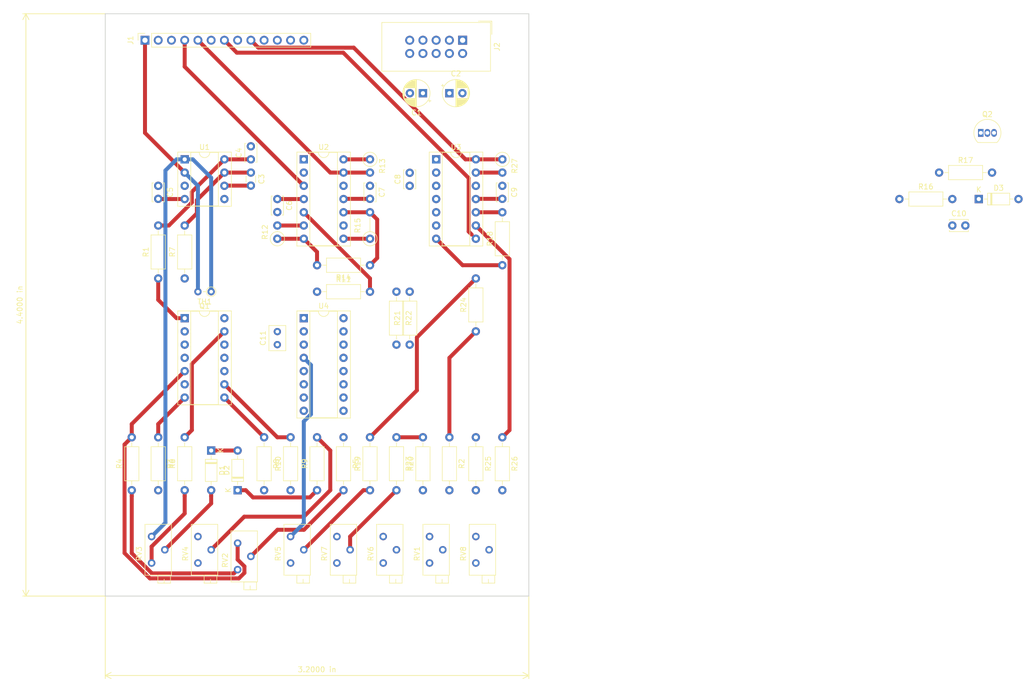
<source format=kicad_pcb>
(kicad_pcb (version 20171130) (host pcbnew 5.1.4-e60b266~84~ubuntu19.04.1)

  (general
    (thickness 1.6)
    (drawings 6)
    (tracks 134)
    (zones 0)
    (modules 58)
    (nets 56)
  )

  (page A4)
  (layers
    (0 F.Cu signal)
    (31 B.Cu signal)
    (32 B.Adhes user)
    (33 F.Adhes user)
    (34 B.Paste user)
    (35 F.Paste user)
    (36 B.SilkS user)
    (37 F.SilkS user)
    (38 B.Mask user)
    (39 F.Mask user)
    (40 Dwgs.User user)
    (41 Cmts.User user)
    (42 Eco1.User user)
    (43 Eco2.User user)
    (44 Edge.Cuts user)
    (45 Margin user)
    (46 B.CrtYd user)
    (47 F.CrtYd user)
    (48 B.Fab user)
    (49 F.Fab user)
  )

  (setup
    (last_trace_width 0.76)
    (user_trace_width 0.25)
    (user_trace_width 0.381)
    (user_trace_width 0.76)
    (user_trace_width 1.27)
    (trace_clearance 0.2)
    (zone_clearance 0.508)
    (zone_45_only no)
    (trace_min 0.2)
    (via_size 0.8)
    (via_drill 0.4)
    (via_min_size 0.4)
    (via_min_drill 0.3)
    (uvia_size 0.3)
    (uvia_drill 0.1)
    (uvias_allowed no)
    (uvia_min_size 0.2)
    (uvia_min_drill 0.1)
    (edge_width 0.1)
    (segment_width 0.2)
    (pcb_text_width 0.3)
    (pcb_text_size 1.5 1.5)
    (mod_edge_width 0.15)
    (mod_text_size 1 1)
    (mod_text_width 0.15)
    (pad_size 1.524 1.524)
    (pad_drill 0.762)
    (pad_to_mask_clearance 0)
    (aux_axis_origin 0 0)
    (visible_elements FFFFFF7F)
    (pcbplotparams
      (layerselection 0x010fc_ffffffff)
      (usegerberextensions false)
      (usegerberattributes false)
      (usegerberadvancedattributes false)
      (creategerberjobfile false)
      (excludeedgelayer true)
      (linewidth 0.100000)
      (plotframeref false)
      (viasonmask false)
      (mode 1)
      (useauxorigin false)
      (hpglpennumber 1)
      (hpglpenspeed 20)
      (hpglpendiameter 15.000000)
      (psnegative false)
      (psa4output false)
      (plotreference true)
      (plotvalue true)
      (plotinvisibletext false)
      (padsonsilk false)
      (subtractmaskfromsilk false)
      (outputformat 1)
      (mirror false)
      (drillshape 1)
      (scaleselection 1)
      (outputdirectory ""))
  )

  (net 0 "")
  (net 1 GND)
  (net 2 +15V)
  (net 3 -15V)
  (net 4 /LIN_FM)
  (net 5 "Net-(C3-Pad1)")
  (net 6 /HARD_SYNC)
  (net 7 "Net-(C10-Pad1)")
  (net 8 /CI_1)
  (net 9 /CI_2)
  (net 10 "Net-(D1-Pad2)")
  (net 11 "Net-(D1-Pad1)")
  (net 12 "Net-(D2-Pad1)")
  (net 13 "Net-(D3-Pad1)")
  (net 14 /PULSE)
  (net 15 /SAW)
  (net 16 /RAMPOID)
  (net 17 /TRIANGLE)
  (net 18 /SINE)
  (net 19 /PWM)
  (net 20 /SKEW)
  (net 21 /EXP_FM)
  (net 22 +5V)
  (net 23 /CV)
  (net 24 "Net-(Q1-Pad7)")
  (net 25 "Net-(Q1-Pad6)")
  (net 26 "Net-(Q1-Pad12)")
  (net 27 "Net-(Q1-Pad5)")
  (net 28 "Net-(Q1-Pad10)")
  (net 29 "Net-(Q1-Pad9)")
  (net 30 "Net-(Q1-Pad8)")
  (net 31 /SYNC)
  (net 32 "Net-(R5-Pad2)")
  (net 33 "Net-(R6-Pad1)")
  (net 34 "Net-(R9-Pad2)")
  (net 35 "Net-(R13-Pad1)")
  (net 36 "Net-(R14-Pad1)")
  (net 37 "Net-(R18-Pad2)")
  (net 38 "Net-(R18-Pad1)")
  (net 39 "Net-(R19-Pad1)")
  (net 40 "Net-(R20-Pad2)")
  (net 41 "Net-(R20-Pad1)")
  (net 42 "Net-(R21-Pad2)")
  (net 43 "Net-(R21-Pad1)")
  (net 44 "Net-(R23-Pad2)")
  (net 45 "Net-(R25-Pad2)")
  (net 46 "Net-(RV1-Pad3)")
  (net 47 "Net-(RV3-Pad1)")
  (net 48 "Net-(RV4-Pad3)")
  (net 49 /VCO_OUT)
  (net 50 "Net-(U4-Pad15)")
  (net 51 "Net-(U4-Pad13)")
  (net 52 "Net-(U4-Pad2)")
  (net 53 "Net-(U4-Pad12)")
  (net 54 "Net-(U4-Pad10)")
  (net 55 "Net-(U4-Pad1)")

  (net_class Default "This is the default net class."
    (clearance 0.2)
    (trace_width 0.25)
    (via_dia 0.8)
    (via_drill 0.4)
    (uvia_dia 0.3)
    (uvia_drill 0.1)
    (add_net +15V)
    (add_net +5V)
    (add_net -15V)
    (add_net /CI_1)
    (add_net /CI_2)
    (add_net /CV)
    (add_net /EXP_FM)
    (add_net /HARD_SYNC)
    (add_net /LIN_FM)
    (add_net /PULSE)
    (add_net /PWM)
    (add_net /RAMPOID)
    (add_net /SAW)
    (add_net /SINE)
    (add_net /SKEW)
    (add_net /SYNC)
    (add_net /TRIANGLE)
    (add_net /VCO_OUT)
    (add_net GND)
    (add_net "Net-(C10-Pad1)")
    (add_net "Net-(C3-Pad1)")
    (add_net "Net-(D1-Pad1)")
    (add_net "Net-(D1-Pad2)")
    (add_net "Net-(D2-Pad1)")
    (add_net "Net-(D3-Pad1)")
    (add_net "Net-(Q1-Pad10)")
    (add_net "Net-(Q1-Pad12)")
    (add_net "Net-(Q1-Pad5)")
    (add_net "Net-(Q1-Pad6)")
    (add_net "Net-(Q1-Pad7)")
    (add_net "Net-(Q1-Pad8)")
    (add_net "Net-(Q1-Pad9)")
    (add_net "Net-(R13-Pad1)")
    (add_net "Net-(R14-Pad1)")
    (add_net "Net-(R18-Pad1)")
    (add_net "Net-(R18-Pad2)")
    (add_net "Net-(R19-Pad1)")
    (add_net "Net-(R20-Pad1)")
    (add_net "Net-(R20-Pad2)")
    (add_net "Net-(R21-Pad1)")
    (add_net "Net-(R21-Pad2)")
    (add_net "Net-(R23-Pad2)")
    (add_net "Net-(R25-Pad2)")
    (add_net "Net-(R5-Pad2)")
    (add_net "Net-(R6-Pad1)")
    (add_net "Net-(R9-Pad2)")
    (add_net "Net-(RV1-Pad3)")
    (add_net "Net-(RV3-Pad1)")
    (add_net "Net-(RV4-Pad3)")
    (add_net "Net-(U4-Pad1)")
    (add_net "Net-(U4-Pad10)")
    (add_net "Net-(U4-Pad12)")
    (add_net "Net-(U4-Pad13)")
    (add_net "Net-(U4-Pad15)")
    (add_net "Net-(U4-Pad2)")
  )

  (module Capacitor_THT:C_Disc_D3.0mm_W1.6mm_P2.50mm (layer F.Cu) (tedit 5AE50EF0) (tstamp 5D5B9E5F)
    (at 78.74 81.28 270)
    (descr "C, Disc series, Radial, pin pitch=2.50mm, , diameter*width=3.0*1.6mm^2, Capacitor, http://www.vishay.com/docs/45233/krseries.pdf")
    (tags "C Disc series Radial pin pitch 2.50mm  diameter 3.0mm width 1.6mm Capacitor")
    (path /5D4F9BE1)
    (fp_text reference C3 (at 1.25 -2.05 90) (layer F.SilkS)
      (effects (font (size 1 1) (thickness 0.15)))
    )
    (fp_text value 100p (at 1.25 2.05 90) (layer F.Fab)
      (effects (font (size 1 1) (thickness 0.15)))
    )
    (fp_text user %R (at 1.25 0 90) (layer F.Fab)
      (effects (font (size 0.6 0.6) (thickness 0.09)))
    )
    (fp_line (start 3.55 -1.05) (end -1.05 -1.05) (layer F.CrtYd) (width 0.05))
    (fp_line (start 3.55 1.05) (end 3.55 -1.05) (layer F.CrtYd) (width 0.05))
    (fp_line (start -1.05 1.05) (end 3.55 1.05) (layer F.CrtYd) (width 0.05))
    (fp_line (start -1.05 -1.05) (end -1.05 1.05) (layer F.CrtYd) (width 0.05))
    (fp_line (start 0.621 0.92) (end 1.879 0.92) (layer F.SilkS) (width 0.12))
    (fp_line (start 0.621 -0.92) (end 1.879 -0.92) (layer F.SilkS) (width 0.12))
    (fp_line (start 2.75 -0.8) (end -0.25 -0.8) (layer F.Fab) (width 0.1))
    (fp_line (start 2.75 0.8) (end 2.75 -0.8) (layer F.Fab) (width 0.1))
    (fp_line (start -0.25 0.8) (end 2.75 0.8) (layer F.Fab) (width 0.1))
    (fp_line (start -0.25 -0.8) (end -0.25 0.8) (layer F.Fab) (width 0.1))
    (pad 2 thru_hole circle (at 2.5 0 270) (size 1.6 1.6) (drill 0.8) (layers *.Cu *.Mask)
      (net 4 /LIN_FM))
    (pad 1 thru_hole circle (at 0 0 270) (size 1.6 1.6) (drill 0.8) (layers *.Cu *.Mask)
      (net 5 "Net-(C3-Pad1)"))
    (model ${KISYS3DMOD}/Capacitor_THT.3dshapes/C_Disc_D3.0mm_W1.6mm_P2.50mm.wrl
      (at (xyz 0 0 0))
      (scale (xyz 1 1 1))
      (rotate (xyz 0 0 0))
    )
  )

  (module Resistor_THT:R_Axial_DIN0207_L6.3mm_D2.5mm_P5.08mm_Vertical (layer F.Cu) (tedit 5AE5139B) (tstamp 5D5BA140)
    (at 101.6 93.98 90)
    (descr "Resistor, Axial_DIN0207 series, Axial, Vertical, pin pitch=5.08mm, 0.25W = 1/4W, length*diameter=6.3*2.5mm^2, http://cdn-reichelt.de/documents/datenblatt/B400/1_4W%23YAG.pdf")
    (tags "Resistor Axial_DIN0207 series Axial Vertical pin pitch 5.08mm 0.25W = 1/4W length 6.3mm diameter 2.5mm")
    (path /5CEED330)
    (fp_text reference R15 (at 2.54 -2.37 90) (layer F.SilkS)
      (effects (font (size 1 1) (thickness 0.15)))
    )
    (fp_text value 2.2M (at 2.54 2.37 90) (layer F.Fab)
      (effects (font (size 1 1) (thickness 0.15)))
    )
    (fp_text user %R (at 2.54 -2.37 90) (layer F.Fab)
      (effects (font (size 1 1) (thickness 0.15)))
    )
    (fp_line (start 6.13 -1.5) (end -1.5 -1.5) (layer F.CrtYd) (width 0.05))
    (fp_line (start 6.13 1.5) (end 6.13 -1.5) (layer F.CrtYd) (width 0.05))
    (fp_line (start -1.5 1.5) (end 6.13 1.5) (layer F.CrtYd) (width 0.05))
    (fp_line (start -1.5 -1.5) (end -1.5 1.5) (layer F.CrtYd) (width 0.05))
    (fp_line (start 1.37 0) (end 3.98 0) (layer F.SilkS) (width 0.12))
    (fp_line (start 0 0) (end 5.08 0) (layer F.Fab) (width 0.1))
    (fp_circle (center 0 0) (end 1.37 0) (layer F.SilkS) (width 0.12))
    (fp_circle (center 0 0) (end 1.25 0) (layer F.Fab) (width 0.1))
    (pad 2 thru_hole oval (at 5.08 0 90) (size 1.6 1.6) (drill 0.8) (layers *.Cu *.Mask)
      (net 36 "Net-(R14-Pad1)"))
    (pad 1 thru_hole circle (at 0 0 90) (size 1.6 1.6) (drill 0.8) (layers *.Cu *.Mask)
      (net 14 /PULSE))
    (model ${KISYS3DMOD}/Resistor_THT.3dshapes/R_Axial_DIN0207_L6.3mm_D2.5mm_P5.08mm_Vertical.wrl
      (at (xyz 0 0 0))
      (scale (xyz 1 1 1))
      (rotate (xyz 0 0 0))
    )
  )

  (module Resistor_THT:R_Axial_DIN0207_L6.3mm_D2.5mm_P10.16mm_Horizontal (layer F.Cu) (tedit 5AE5139B) (tstamp 5D5BA16E)
    (at 210.82 81.28)
    (descr "Resistor, Axial_DIN0207 series, Axial, Horizontal, pin pitch=10.16mm, 0.25W = 1/4W, length*diameter=6.3*2.5mm^2, http://cdn-reichelt.de/documents/datenblatt/B400/1_4W%23YAG.pdf")
    (tags "Resistor Axial_DIN0207 series Axial Horizontal pin pitch 10.16mm 0.25W = 1/4W length 6.3mm diameter 2.5mm")
    (path /5D51D0F5)
    (fp_text reference R17 (at 5.08 -2.37) (layer F.SilkS)
      (effects (font (size 1 1) (thickness 0.15)))
    )
    (fp_text value 4k7 (at 5.08 2.37) (layer F.Fab)
      (effects (font (size 1 1) (thickness 0.15)))
    )
    (fp_text user %R (at 5.08 0) (layer F.Fab)
      (effects (font (size 1 1) (thickness 0.15)))
    )
    (fp_line (start 11.21 -1.5) (end -1.05 -1.5) (layer F.CrtYd) (width 0.05))
    (fp_line (start 11.21 1.5) (end 11.21 -1.5) (layer F.CrtYd) (width 0.05))
    (fp_line (start -1.05 1.5) (end 11.21 1.5) (layer F.CrtYd) (width 0.05))
    (fp_line (start -1.05 -1.5) (end -1.05 1.5) (layer F.CrtYd) (width 0.05))
    (fp_line (start 9.12 0) (end 8.35 0) (layer F.SilkS) (width 0.12))
    (fp_line (start 1.04 0) (end 1.81 0) (layer F.SilkS) (width 0.12))
    (fp_line (start 8.35 -1.37) (end 1.81 -1.37) (layer F.SilkS) (width 0.12))
    (fp_line (start 8.35 1.37) (end 8.35 -1.37) (layer F.SilkS) (width 0.12))
    (fp_line (start 1.81 1.37) (end 8.35 1.37) (layer F.SilkS) (width 0.12))
    (fp_line (start 1.81 -1.37) (end 1.81 1.37) (layer F.SilkS) (width 0.12))
    (fp_line (start 10.16 0) (end 8.23 0) (layer F.Fab) (width 0.1))
    (fp_line (start 0 0) (end 1.93 0) (layer F.Fab) (width 0.1))
    (fp_line (start 8.23 -1.25) (end 1.93 -1.25) (layer F.Fab) (width 0.1))
    (fp_line (start 8.23 1.25) (end 8.23 -1.25) (layer F.Fab) (width 0.1))
    (fp_line (start 1.93 1.25) (end 8.23 1.25) (layer F.Fab) (width 0.1))
    (fp_line (start 1.93 -1.25) (end 1.93 1.25) (layer F.Fab) (width 0.1))
    (pad 2 thru_hole oval (at 10.16 0) (size 1.6 1.6) (drill 0.8) (layers *.Cu *.Mask)
      (net 31 /SYNC))
    (pad 1 thru_hole circle (at 0 0) (size 1.6 1.6) (drill 0.8) (layers *.Cu *.Mask)
      (net 2 +15V))
    (model ${KISYS3DMOD}/Resistor_THT.3dshapes/R_Axial_DIN0207_L6.3mm_D2.5mm_P10.16mm_Horizontal.wrl
      (at (xyz 0 0 0))
      (scale (xyz 1 1 1))
      (rotate (xyz 0 0 0))
    )
  )

  (module Resistor_THT:R_Axial_DIN0207_L6.3mm_D2.5mm_P2.54mm_Vertical (layer F.Cu) (tedit 5AE5139B) (tstamp 5D5BA112)
    (at 101.6 78.74 270)
    (descr "Resistor, Axial_DIN0207 series, Axial, Vertical, pin pitch=2.54mm, 0.25W = 1/4W, length*diameter=6.3*2.5mm^2, http://cdn-reichelt.de/documents/datenblatt/B400/1_4W%23YAG.pdf")
    (tags "Resistor Axial_DIN0207 series Axial Vertical pin pitch 2.54mm 0.25W = 1/4W length 6.3mm diameter 2.5mm")
    (path /5CF26079)
    (fp_text reference R13 (at 1.27 -2.37 90) (layer F.SilkS)
      (effects (font (size 1 1) (thickness 0.15)))
    )
    (fp_text value 120k (at 1.27 2.37 90) (layer F.Fab)
      (effects (font (size 1 1) (thickness 0.15)))
    )
    (fp_text user %R (at 1.27 -2.37 90) (layer F.Fab)
      (effects (font (size 1 1) (thickness 0.15)))
    )
    (fp_line (start 3.59 -1.5) (end -1.5 -1.5) (layer F.CrtYd) (width 0.05))
    (fp_line (start 3.59 1.5) (end 3.59 -1.5) (layer F.CrtYd) (width 0.05))
    (fp_line (start -1.5 1.5) (end 3.59 1.5) (layer F.CrtYd) (width 0.05))
    (fp_line (start -1.5 -1.5) (end -1.5 1.5) (layer F.CrtYd) (width 0.05))
    (fp_line (start 1.37 0) (end 1.44 0) (layer F.SilkS) (width 0.12))
    (fp_line (start 0 0) (end 2.54 0) (layer F.Fab) (width 0.1))
    (fp_circle (center 0 0) (end 1.37 0) (layer F.SilkS) (width 0.12))
    (fp_circle (center 0 0) (end 1.25 0) (layer F.Fab) (width 0.1))
    (pad 2 thru_hole oval (at 2.54 0 270) (size 1.6 1.6) (drill 0.8) (layers *.Cu *.Mask)
      (net 19 /PWM))
    (pad 1 thru_hole circle (at 0 0 270) (size 1.6 1.6) (drill 0.8) (layers *.Cu *.Mask)
      (net 35 "Net-(R13-Pad1)"))
    (model ${KISYS3DMOD}/Resistor_THT.3dshapes/R_Axial_DIN0207_L6.3mm_D2.5mm_P2.54mm_Vertical.wrl
      (at (xyz 0 0 0))
      (scale (xyz 1 1 1))
      (rotate (xyz 0 0 0))
    )
  )

  (module Resistor_THT:R_Axial_DIN0207_L6.3mm_D2.5mm_P2.54mm_Vertical (layer F.Cu) (tedit 5AE5139B) (tstamp 5D5BA0FB)
    (at 83.82 93.98 90)
    (descr "Resistor, Axial_DIN0207 series, Axial, Vertical, pin pitch=2.54mm, 0.25W = 1/4W, length*diameter=6.3*2.5mm^2, http://cdn-reichelt.de/documents/datenblatt/B400/1_4W%23YAG.pdf")
    (tags "Resistor Axial_DIN0207 series Axial Vertical pin pitch 2.54mm 0.25W = 1/4W length 6.3mm diameter 2.5mm")
    (path /5CEC2C18)
    (fp_text reference R12 (at 1.27 -2.37 90) (layer F.SilkS)
      (effects (font (size 1 1) (thickness 0.15)))
    )
    (fp_text value 10k (at 1.27 2.37 90) (layer F.Fab)
      (effects (font (size 1 1) (thickness 0.15)))
    )
    (fp_text user %R (at 1.27 -2.37 90) (layer F.Fab)
      (effects (font (size 1 1) (thickness 0.15)))
    )
    (fp_line (start 3.59 -1.5) (end -1.5 -1.5) (layer F.CrtYd) (width 0.05))
    (fp_line (start 3.59 1.5) (end 3.59 -1.5) (layer F.CrtYd) (width 0.05))
    (fp_line (start -1.5 1.5) (end 3.59 1.5) (layer F.CrtYd) (width 0.05))
    (fp_line (start -1.5 -1.5) (end -1.5 1.5) (layer F.CrtYd) (width 0.05))
    (fp_line (start 1.37 0) (end 1.44 0) (layer F.SilkS) (width 0.12))
    (fp_line (start 0 0) (end 2.54 0) (layer F.Fab) (width 0.1))
    (fp_circle (center 0 0) (end 1.37 0) (layer F.SilkS) (width 0.12))
    (fp_circle (center 0 0) (end 1.25 0) (layer F.Fab) (width 0.1))
    (pad 2 thru_hole oval (at 2.54 0 90) (size 1.6 1.6) (drill 0.8) (layers *.Cu *.Mask)
      (net 24 "Net-(Q1-Pad7)"))
    (pad 1 thru_hole circle (at 0 0 90) (size 1.6 1.6) (drill 0.8) (layers *.Cu *.Mask)
      (net 18 /SINE))
    (model ${KISYS3DMOD}/Resistor_THT.3dshapes/R_Axial_DIN0207_L6.3mm_D2.5mm_P2.54mm_Vertical.wrl
      (at (xyz 0 0 0))
      (scale (xyz 1 1 1))
      (rotate (xyz 0 0 0))
    )
  )

  (module Connector_PinSocket_2.54mm:PinSocket_1x13_P2.54mm_Vertical (layer F.Cu) (tedit 5A19A421) (tstamp 5D5B9F83)
    (at 58.42 55.88 90)
    (descr "Through hole straight socket strip, 1x13, 2.54mm pitch, single row (from Kicad 4.0.7), script generated")
    (tags "Through hole socket strip THT 1x13 2.54mm single row")
    (path /5D7BE6ED)
    (fp_text reference J1 (at 0 -2.77 90) (layer F.SilkS)
      (effects (font (size 1 1) (thickness 0.15)))
    )
    (fp_text value Conn_01x13_Female (at 0 33.25 90) (layer F.Fab)
      (effects (font (size 1 1) (thickness 0.15)))
    )
    (fp_text user %R (at 0 15.24) (layer F.Fab)
      (effects (font (size 1 1) (thickness 0.15)))
    )
    (fp_line (start -1.8 32.25) (end -1.8 -1.8) (layer F.CrtYd) (width 0.05))
    (fp_line (start 1.75 32.25) (end -1.8 32.25) (layer F.CrtYd) (width 0.05))
    (fp_line (start 1.75 -1.8) (end 1.75 32.25) (layer F.CrtYd) (width 0.05))
    (fp_line (start -1.8 -1.8) (end 1.75 -1.8) (layer F.CrtYd) (width 0.05))
    (fp_line (start 0 -1.33) (end 1.33 -1.33) (layer F.SilkS) (width 0.12))
    (fp_line (start 1.33 -1.33) (end 1.33 0) (layer F.SilkS) (width 0.12))
    (fp_line (start 1.33 1.27) (end 1.33 31.81) (layer F.SilkS) (width 0.12))
    (fp_line (start -1.33 31.81) (end 1.33 31.81) (layer F.SilkS) (width 0.12))
    (fp_line (start -1.33 1.27) (end -1.33 31.81) (layer F.SilkS) (width 0.12))
    (fp_line (start -1.33 1.27) (end 1.33 1.27) (layer F.SilkS) (width 0.12))
    (fp_line (start -1.27 31.75) (end -1.27 -1.27) (layer F.Fab) (width 0.1))
    (fp_line (start 1.27 31.75) (end -1.27 31.75) (layer F.Fab) (width 0.1))
    (fp_line (start 1.27 -0.635) (end 1.27 31.75) (layer F.Fab) (width 0.1))
    (fp_line (start 0.635 -1.27) (end 1.27 -0.635) (layer F.Fab) (width 0.1))
    (fp_line (start -1.27 -1.27) (end 0.635 -1.27) (layer F.Fab) (width 0.1))
    (pad 13 thru_hole oval (at 0 30.48 90) (size 1.7 1.7) (drill 1) (layers *.Cu *.Mask)
      (net 1 GND))
    (pad 12 thru_hole oval (at 0 27.94 90) (size 1.7 1.7) (drill 1) (layers *.Cu *.Mask)
      (net 3 -15V))
    (pad 11 thru_hole oval (at 0 25.4 90) (size 1.7 1.7) (drill 1) (layers *.Cu *.Mask)
      (net 2 +15V))
    (pad 10 thru_hole oval (at 0 22.86 90) (size 1.7 1.7) (drill 1) (layers *.Cu *.Mask)
      (net 14 /PULSE))
    (pad 9 thru_hole oval (at 0 20.32 90) (size 1.7 1.7) (drill 1) (layers *.Cu *.Mask)
      (net 15 /SAW))
    (pad 8 thru_hole oval (at 0 17.78 90) (size 1.7 1.7) (drill 1) (layers *.Cu *.Mask)
      (net 16 /RAMPOID))
    (pad 7 thru_hole oval (at 0 15.24 90) (size 1.7 1.7) (drill 1) (layers *.Cu *.Mask)
      (net 17 /TRIANGLE))
    (pad 6 thru_hole oval (at 0 12.7 90) (size 1.7 1.7) (drill 1) (layers *.Cu *.Mask)
      (net 18 /SINE))
    (pad 5 thru_hole oval (at 0 10.16 90) (size 1.7 1.7) (drill 1) (layers *.Cu *.Mask)
      (net 19 /PWM))
    (pad 4 thru_hole oval (at 0 7.62 90) (size 1.7 1.7) (drill 1) (layers *.Cu *.Mask)
      (net 20 /SKEW))
    (pad 3 thru_hole oval (at 0 5.08 90) (size 1.7 1.7) (drill 1) (layers *.Cu *.Mask)
      (net 6 /HARD_SYNC))
    (pad 2 thru_hole oval (at 0 2.54 90) (size 1.7 1.7) (drill 1) (layers *.Cu *.Mask)
      (net 4 /LIN_FM))
    (pad 1 thru_hole rect (at 0 0 90) (size 1.7 1.7) (drill 1) (layers *.Cu *.Mask)
      (net 21 /EXP_FM))
    (model ${KISYS3DMOD}/Connector_PinSocket_2.54mm.3dshapes/PinSocket_1x13_P2.54mm_Vertical.wrl
      (at (xyz 0 0 0))
      (scale (xyz 1 1 1))
      (rotate (xyz 0 0 0))
    )
  )

  (module Resistor_THT:R_Axial_DIN0207_L6.3mm_D2.5mm_P2.54mm_Vertical (layer F.Cu) (tedit 5AE5139B) (tstamp 5D5BA254)
    (at 127 78.74 270)
    (descr "Resistor, Axial_DIN0207 series, Axial, Vertical, pin pitch=2.54mm, 0.25W = 1/4W, length*diameter=6.3*2.5mm^2, http://cdn-reichelt.de/documents/datenblatt/B400/1_4W%23YAG.pdf")
    (tags "Resistor Axial_DIN0207 series Axial Vertical pin pitch 2.54mm 0.25W = 1/4W length 6.3mm diameter 2.5mm")
    (path /5CD955DC)
    (fp_text reference R27 (at 1.27 -2.37 90) (layer F.SilkS)
      (effects (font (size 1 1) (thickness 0.15)))
    )
    (fp_text value 100k (at 1.27 2.37 90) (layer F.Fab)
      (effects (font (size 1 1) (thickness 0.15)))
    )
    (fp_text user %R (at 1.27 -2.37 90) (layer F.Fab)
      (effects (font (size 1 1) (thickness 0.15)))
    )
    (fp_line (start 3.59 -1.5) (end -1.5 -1.5) (layer F.CrtYd) (width 0.05))
    (fp_line (start 3.59 1.5) (end 3.59 -1.5) (layer F.CrtYd) (width 0.05))
    (fp_line (start -1.5 1.5) (end 3.59 1.5) (layer F.CrtYd) (width 0.05))
    (fp_line (start -1.5 -1.5) (end -1.5 1.5) (layer F.CrtYd) (width 0.05))
    (fp_line (start 1.37 0) (end 1.44 0) (layer F.SilkS) (width 0.12))
    (fp_line (start 0 0) (end 2.54 0) (layer F.Fab) (width 0.1))
    (fp_circle (center 0 0) (end 1.37 0) (layer F.SilkS) (width 0.12))
    (fp_circle (center 0 0) (end 1.25 0) (layer F.Fab) (width 0.1))
    (pad 2 thru_hole oval (at 2.54 0 270) (size 1.6 1.6) (drill 0.8) (layers *.Cu *.Mask)
      (net 43 "Net-(R21-Pad1)"))
    (pad 1 thru_hole circle (at 0 0 270) (size 1.6 1.6) (drill 0.8) (layers *.Cu *.Mask)
      (net 15 /SAW))
    (model ${KISYS3DMOD}/Resistor_THT.3dshapes/R_Axial_DIN0207_L6.3mm_D2.5mm_P2.54mm_Vertical.wrl
      (at (xyz 0 0 0))
      (scale (xyz 1 1 1))
      (rotate (xyz 0 0 0))
    )
  )

  (module Potentiometer_THT:Potentiometer_Bourns_3296Z_Horizontal (layer F.Cu) (tedit 5A3D4994) (tstamp 5D5C4566)
    (at 76.2 152.4 90)
    (descr "Potentiometer, horizontal, Bourns 3296Z, https://www.bourns.com/pdfs/3296.pdf")
    (tags "Potentiometer horizontal Bourns 3296Z")
    (path /5CE34214)
    (fp_text reference RV2 (at -3.3 -2.4 90) (layer F.SilkS)
      (effects (font (size 1 1) (thickness 0.15)))
    )
    (fp_text value 50k (at -3.3 4.93 90) (layer F.Fab)
      (effects (font (size 1 1) (thickness 0.15)))
    )
    (fp_text user %R (at -2.54 1.265 90) (layer F.Fab)
      (effects (font (size 1 1) (thickness 0.15)))
    )
    (fp_line (start 2.5 -1.45) (end -9.1 -1.45) (layer F.CrtYd) (width 0.05))
    (fp_line (start 2.5 3.95) (end 2.5 -1.45) (layer F.CrtYd) (width 0.05))
    (fp_line (start -9.1 3.95) (end 2.5 3.95) (layer F.CrtYd) (width 0.05))
    (fp_line (start -9.1 -1.45) (end -9.1 3.95) (layer F.CrtYd) (width 0.05))
    (fp_line (start -8.945 2.41) (end -8.186 2.41) (layer F.SilkS) (width 0.12))
    (fp_line (start -7.426 1.195) (end -7.426 3.625) (layer F.SilkS) (width 0.12))
    (fp_line (start -8.945 1.195) (end -8.945 3.625) (layer F.SilkS) (width 0.12))
    (fp_line (start -8.945 3.625) (end -7.426 3.625) (layer F.SilkS) (width 0.12))
    (fp_line (start -8.945 1.195) (end -7.426 1.195) (layer F.SilkS) (width 0.12))
    (fp_line (start 2.345 -1.27) (end 2.345 3.8) (layer F.SilkS) (width 0.12))
    (fp_line (start -7.425 -1.27) (end -7.425 3.8) (layer F.SilkS) (width 0.12))
    (fp_line (start -7.425 3.8) (end 2.345 3.8) (layer F.SilkS) (width 0.12))
    (fp_line (start -7.425 -1.27) (end 2.345 -1.27) (layer F.SilkS) (width 0.12))
    (fp_line (start -8.825 2.41) (end -8.065 2.41) (layer F.Fab) (width 0.1))
    (fp_line (start -7.305 1.315) (end -8.825 1.315) (layer F.Fab) (width 0.1))
    (fp_line (start -7.305 3.505) (end -7.305 1.315) (layer F.Fab) (width 0.1))
    (fp_line (start -8.825 3.505) (end -7.305 3.505) (layer F.Fab) (width 0.1))
    (fp_line (start -8.825 1.315) (end -8.825 3.505) (layer F.Fab) (width 0.1))
    (fp_line (start 2.225 -1.15) (end -7.305 -1.15) (layer F.Fab) (width 0.1))
    (fp_line (start 2.225 3.68) (end 2.225 -1.15) (layer F.Fab) (width 0.1))
    (fp_line (start -7.305 3.68) (end 2.225 3.68) (layer F.Fab) (width 0.1))
    (fp_line (start -7.305 -1.15) (end -7.305 3.68) (layer F.Fab) (width 0.1))
    (pad 3 thru_hole circle (at -5.08 0 90) (size 1.44 1.44) (drill 0.8) (layers *.Cu *.Mask)
      (net 28 "Net-(Q1-Pad10)"))
    (pad 2 thru_hole circle (at -2.54 2.54 90) (size 1.44 1.44) (drill 0.8) (layers *.Cu *.Mask)
      (net 32 "Net-(R5-Pad2)"))
    (pad 1 thru_hole circle (at 0 0 90) (size 1.44 1.44) (drill 0.8) (layers *.Cu *.Mask)
      (net 27 "Net-(Q1-Pad5)"))
    (model ${KISYS3DMOD}/Potentiometer_THT.3dshapes/Potentiometer_Bourns_3296Z_Horizontal.wrl
      (at (xyz 0 0 0))
      (scale (xyz 1 1 1))
      (rotate (xyz 0 0 0))
    )
  )

  (module Package_DIP:DIP-16_W7.62mm_Socket (layer F.Cu) (tedit 5A02E8C5) (tstamp 5D5BA3F7)
    (at 88.9 109.22)
    (descr "16-lead though-hole mounted DIP package, row spacing 7.62 mm (300 mils), Socket")
    (tags "THT DIP DIL PDIP 2.54mm 7.62mm 300mil Socket")
    (path /5D5110A6)
    (fp_text reference U4 (at 3.81 -2.33) (layer F.SilkS)
      (effects (font (size 1 1) (thickness 0.15)))
    )
    (fp_text value 4046 (at 3.81 20.11) (layer F.Fab)
      (effects (font (size 1 1) (thickness 0.15)))
    )
    (fp_text user %R (at 3.81 8.89) (layer F.Fab)
      (effects (font (size 1 1) (thickness 0.15)))
    )
    (fp_line (start 9.15 -1.6) (end -1.55 -1.6) (layer F.CrtYd) (width 0.05))
    (fp_line (start 9.15 19.4) (end 9.15 -1.6) (layer F.CrtYd) (width 0.05))
    (fp_line (start -1.55 19.4) (end 9.15 19.4) (layer F.CrtYd) (width 0.05))
    (fp_line (start -1.55 -1.6) (end -1.55 19.4) (layer F.CrtYd) (width 0.05))
    (fp_line (start 8.95 -1.39) (end -1.33 -1.39) (layer F.SilkS) (width 0.12))
    (fp_line (start 8.95 19.17) (end 8.95 -1.39) (layer F.SilkS) (width 0.12))
    (fp_line (start -1.33 19.17) (end 8.95 19.17) (layer F.SilkS) (width 0.12))
    (fp_line (start -1.33 -1.39) (end -1.33 19.17) (layer F.SilkS) (width 0.12))
    (fp_line (start 6.46 -1.33) (end 4.81 -1.33) (layer F.SilkS) (width 0.12))
    (fp_line (start 6.46 19.11) (end 6.46 -1.33) (layer F.SilkS) (width 0.12))
    (fp_line (start 1.16 19.11) (end 6.46 19.11) (layer F.SilkS) (width 0.12))
    (fp_line (start 1.16 -1.33) (end 1.16 19.11) (layer F.SilkS) (width 0.12))
    (fp_line (start 2.81 -1.33) (end 1.16 -1.33) (layer F.SilkS) (width 0.12))
    (fp_line (start 8.89 -1.33) (end -1.27 -1.33) (layer F.Fab) (width 0.1))
    (fp_line (start 8.89 19.11) (end 8.89 -1.33) (layer F.Fab) (width 0.1))
    (fp_line (start -1.27 19.11) (end 8.89 19.11) (layer F.Fab) (width 0.1))
    (fp_line (start -1.27 -1.33) (end -1.27 19.11) (layer F.Fab) (width 0.1))
    (fp_line (start 0.635 -0.27) (end 1.635 -1.27) (layer F.Fab) (width 0.1))
    (fp_line (start 0.635 19.05) (end 0.635 -0.27) (layer F.Fab) (width 0.1))
    (fp_line (start 6.985 19.05) (end 0.635 19.05) (layer F.Fab) (width 0.1))
    (fp_line (start 6.985 -1.27) (end 6.985 19.05) (layer F.Fab) (width 0.1))
    (fp_line (start 1.635 -1.27) (end 6.985 -1.27) (layer F.Fab) (width 0.1))
    (fp_arc (start 3.81 -1.33) (end 2.81 -1.33) (angle -180) (layer F.SilkS) (width 0.12))
    (pad 16 thru_hole oval (at 7.62 0) (size 1.6 1.6) (drill 0.8) (layers *.Cu *.Mask)
      (net 2 +15V))
    (pad 8 thru_hole oval (at 0 17.78) (size 1.6 1.6) (drill 0.8) (layers *.Cu *.Mask)
      (net 1 GND))
    (pad 15 thru_hole oval (at 7.62 2.54) (size 1.6 1.6) (drill 0.8) (layers *.Cu *.Mask)
      (net 50 "Net-(U4-Pad15)"))
    (pad 7 thru_hole oval (at 0 15.24) (size 1.6 1.6) (drill 0.8) (layers *.Cu *.Mask)
      (net 9 /CI_2))
    (pad 14 thru_hole oval (at 7.62 5.08) (size 1.6 1.6) (drill 0.8) (layers *.Cu *.Mask)
      (net 2 +15V))
    (pad 6 thru_hole oval (at 0 12.7) (size 1.6 1.6) (drill 0.8) (layers *.Cu *.Mask)
      (net 8 /CI_1))
    (pad 13 thru_hole oval (at 7.62 7.62) (size 1.6 1.6) (drill 0.8) (layers *.Cu *.Mask)
      (net 51 "Net-(U4-Pad13)"))
    (pad 5 thru_hole oval (at 0 10.16) (size 1.6 1.6) (drill 0.8) (layers *.Cu *.Mask)
      (net 52 "Net-(U4-Pad2)"))
    (pad 12 thru_hole oval (at 7.62 10.16) (size 1.6 1.6) (drill 0.8) (layers *.Cu *.Mask)
      (net 53 "Net-(U4-Pad12)"))
    (pad 4 thru_hole oval (at 0 7.62) (size 1.6 1.6) (drill 0.8) (layers *.Cu *.Mask)
      (net 49 /VCO_OUT))
    (pad 11 thru_hole oval (at 7.62 12.7) (size 1.6 1.6) (drill 0.8) (layers *.Cu *.Mask)
      (net 23 /CV))
    (pad 3 thru_hole oval (at 0 5.08) (size 1.6 1.6) (drill 0.8) (layers *.Cu *.Mask)
      (net 31 /SYNC))
    (pad 10 thru_hole oval (at 7.62 15.24) (size 1.6 1.6) (drill 0.8) (layers *.Cu *.Mask)
      (net 54 "Net-(U4-Pad10)"))
    (pad 2 thru_hole oval (at 0 2.54) (size 1.6 1.6) (drill 0.8) (layers *.Cu *.Mask)
      (net 52 "Net-(U4-Pad2)"))
    (pad 9 thru_hole oval (at 7.62 17.78) (size 1.6 1.6) (drill 0.8) (layers *.Cu *.Mask)
      (net 2 +15V))
    (pad 1 thru_hole rect (at 0 0) (size 1.6 1.6) (drill 0.8) (layers *.Cu *.Mask)
      (net 55 "Net-(U4-Pad1)"))
    (model ${KISYS3DMOD}/Package_DIP.3dshapes/DIP-16_W7.62mm_Socket.wrl
      (at (xyz 0 0 0))
      (scale (xyz 1 1 1))
      (rotate (xyz 0 0 0))
    )
  )

  (module Package_DIP:DIP-14_W7.62mm_Socket (layer F.Cu) (tedit 5A02E8C5) (tstamp 5D5BA3CB)
    (at 114.3 78.74)
    (descr "14-lead though-hole mounted DIP package, row spacing 7.62 mm (300 mils), Socket")
    (tags "THT DIP DIL PDIP 2.54mm 7.62mm 300mil Socket")
    (path /5CD8181A)
    (fp_text reference U3 (at 3.81 -2.33) (layer F.SilkS)
      (effects (font (size 1 1) (thickness 0.15)))
    )
    (fp_text value TL074 (at 3.81 17.57) (layer F.Fab)
      (effects (font (size 1 1) (thickness 0.15)))
    )
    (fp_text user %R (at 3.81 7.62) (layer F.Fab)
      (effects (font (size 1 1) (thickness 0.15)))
    )
    (fp_line (start 9.15 -1.6) (end -1.55 -1.6) (layer F.CrtYd) (width 0.05))
    (fp_line (start 9.15 16.85) (end 9.15 -1.6) (layer F.CrtYd) (width 0.05))
    (fp_line (start -1.55 16.85) (end 9.15 16.85) (layer F.CrtYd) (width 0.05))
    (fp_line (start -1.55 -1.6) (end -1.55 16.85) (layer F.CrtYd) (width 0.05))
    (fp_line (start 8.95 -1.39) (end -1.33 -1.39) (layer F.SilkS) (width 0.12))
    (fp_line (start 8.95 16.63) (end 8.95 -1.39) (layer F.SilkS) (width 0.12))
    (fp_line (start -1.33 16.63) (end 8.95 16.63) (layer F.SilkS) (width 0.12))
    (fp_line (start -1.33 -1.39) (end -1.33 16.63) (layer F.SilkS) (width 0.12))
    (fp_line (start 6.46 -1.33) (end 4.81 -1.33) (layer F.SilkS) (width 0.12))
    (fp_line (start 6.46 16.57) (end 6.46 -1.33) (layer F.SilkS) (width 0.12))
    (fp_line (start 1.16 16.57) (end 6.46 16.57) (layer F.SilkS) (width 0.12))
    (fp_line (start 1.16 -1.33) (end 1.16 16.57) (layer F.SilkS) (width 0.12))
    (fp_line (start 2.81 -1.33) (end 1.16 -1.33) (layer F.SilkS) (width 0.12))
    (fp_line (start 8.89 -1.33) (end -1.27 -1.33) (layer F.Fab) (width 0.1))
    (fp_line (start 8.89 16.57) (end 8.89 -1.33) (layer F.Fab) (width 0.1))
    (fp_line (start -1.27 16.57) (end 8.89 16.57) (layer F.Fab) (width 0.1))
    (fp_line (start -1.27 -1.33) (end -1.27 16.57) (layer F.Fab) (width 0.1))
    (fp_line (start 0.635 -0.27) (end 1.635 -1.27) (layer F.Fab) (width 0.1))
    (fp_line (start 0.635 16.51) (end 0.635 -0.27) (layer F.Fab) (width 0.1))
    (fp_line (start 6.985 16.51) (end 0.635 16.51) (layer F.Fab) (width 0.1))
    (fp_line (start 6.985 -1.27) (end 6.985 16.51) (layer F.Fab) (width 0.1))
    (fp_line (start 1.635 -1.27) (end 6.985 -1.27) (layer F.Fab) (width 0.1))
    (fp_arc (start 3.81 -1.33) (end 2.81 -1.33) (angle -180) (layer F.SilkS) (width 0.12))
    (pad 14 thru_hole oval (at 7.62 0) (size 1.6 1.6) (drill 0.8) (layers *.Cu *.Mask)
      (net 15 /SAW))
    (pad 7 thru_hole oval (at 0 15.24) (size 1.6 1.6) (drill 0.8) (layers *.Cu *.Mask)
      (net 38 "Net-(R18-Pad1)"))
    (pad 13 thru_hole oval (at 7.62 2.54) (size 1.6 1.6) (drill 0.8) (layers *.Cu *.Mask)
      (net 43 "Net-(R21-Pad1)"))
    (pad 6 thru_hole oval (at 0 12.7) (size 1.6 1.6) (drill 0.8) (layers *.Cu *.Mask)
      (net 38 "Net-(R18-Pad1)"))
    (pad 12 thru_hole oval (at 7.62 5.08) (size 1.6 1.6) (drill 0.8) (layers *.Cu *.Mask)
      (net 1 GND))
    (pad 5 thru_hole oval (at 0 10.16) (size 1.6 1.6) (drill 0.8) (layers *.Cu *.Mask)
      (net 8 /CI_1))
    (pad 11 thru_hole oval (at 7.62 7.62) (size 1.6 1.6) (drill 0.8) (layers *.Cu *.Mask)
      (net 3 -15V))
    (pad 4 thru_hole oval (at 0 7.62) (size 1.6 1.6) (drill 0.8) (layers *.Cu *.Mask)
      (net 2 +15V))
    (pad 10 thru_hole oval (at 7.62 10.16) (size 1.6 1.6) (drill 0.8) (layers *.Cu *.Mask)
      (net 37 "Net-(R18-Pad2)"))
    (pad 3 thru_hole oval (at 0 5.08) (size 1.6 1.6) (drill 0.8) (layers *.Cu *.Mask)
      (net 9 /CI_2))
    (pad 9 thru_hole oval (at 7.62 12.7) (size 1.6 1.6) (drill 0.8) (layers *.Cu *.Mask)
      (net 40 "Net-(R20-Pad2)"))
    (pad 2 thru_hole oval (at 0 2.54) (size 1.6 1.6) (drill 0.8) (layers *.Cu *.Mask)
      (net 42 "Net-(R21-Pad2)"))
    (pad 8 thru_hole oval (at 7.62 15.24) (size 1.6 1.6) (drill 0.8) (layers *.Cu *.Mask)
      (net 17 /TRIANGLE))
    (pad 1 thru_hole rect (at 0 0) (size 1.6 1.6) (drill 0.8) (layers *.Cu *.Mask)
      (net 42 "Net-(R21-Pad2)"))
    (model ${KISYS3DMOD}/Package_DIP.3dshapes/DIP-14_W7.62mm_Socket.wrl
      (at (xyz 0 0 0))
      (scale (xyz 1 1 1))
      (rotate (xyz 0 0 0))
    )
  )

  (module Package_DIP:DIP-14_W7.62mm_Socket (layer F.Cu) (tedit 5A02E8C5) (tstamp 5D5BA3A1)
    (at 88.9 78.74)
    (descr "14-lead though-hole mounted DIP package, row spacing 7.62 mm (300 mils), Socket")
    (tags "THT DIP DIL PDIP 2.54mm 7.62mm 300mil Socket")
    (path /5CD87747)
    (fp_text reference U2 (at 3.81 -2.33) (layer F.SilkS)
      (effects (font (size 1 1) (thickness 0.15)))
    )
    (fp_text value TL074 (at 3.81 17.57) (layer F.Fab)
      (effects (font (size 1 1) (thickness 0.15)))
    )
    (fp_text user %R (at 3.81 7.62) (layer F.Fab)
      (effects (font (size 1 1) (thickness 0.15)))
    )
    (fp_line (start 9.15 -1.6) (end -1.55 -1.6) (layer F.CrtYd) (width 0.05))
    (fp_line (start 9.15 16.85) (end 9.15 -1.6) (layer F.CrtYd) (width 0.05))
    (fp_line (start -1.55 16.85) (end 9.15 16.85) (layer F.CrtYd) (width 0.05))
    (fp_line (start -1.55 -1.6) (end -1.55 16.85) (layer F.CrtYd) (width 0.05))
    (fp_line (start 8.95 -1.39) (end -1.33 -1.39) (layer F.SilkS) (width 0.12))
    (fp_line (start 8.95 16.63) (end 8.95 -1.39) (layer F.SilkS) (width 0.12))
    (fp_line (start -1.33 16.63) (end 8.95 16.63) (layer F.SilkS) (width 0.12))
    (fp_line (start -1.33 -1.39) (end -1.33 16.63) (layer F.SilkS) (width 0.12))
    (fp_line (start 6.46 -1.33) (end 4.81 -1.33) (layer F.SilkS) (width 0.12))
    (fp_line (start 6.46 16.57) (end 6.46 -1.33) (layer F.SilkS) (width 0.12))
    (fp_line (start 1.16 16.57) (end 6.46 16.57) (layer F.SilkS) (width 0.12))
    (fp_line (start 1.16 -1.33) (end 1.16 16.57) (layer F.SilkS) (width 0.12))
    (fp_line (start 2.81 -1.33) (end 1.16 -1.33) (layer F.SilkS) (width 0.12))
    (fp_line (start 8.89 -1.33) (end -1.27 -1.33) (layer F.Fab) (width 0.1))
    (fp_line (start 8.89 16.57) (end 8.89 -1.33) (layer F.Fab) (width 0.1))
    (fp_line (start -1.27 16.57) (end 8.89 16.57) (layer F.Fab) (width 0.1))
    (fp_line (start -1.27 -1.33) (end -1.27 16.57) (layer F.Fab) (width 0.1))
    (fp_line (start 0.635 -0.27) (end 1.635 -1.27) (layer F.Fab) (width 0.1))
    (fp_line (start 0.635 16.51) (end 0.635 -0.27) (layer F.Fab) (width 0.1))
    (fp_line (start 6.985 16.51) (end 0.635 16.51) (layer F.Fab) (width 0.1))
    (fp_line (start 6.985 -1.27) (end 6.985 16.51) (layer F.Fab) (width 0.1))
    (fp_line (start 1.635 -1.27) (end 6.985 -1.27) (layer F.Fab) (width 0.1))
    (fp_arc (start 3.81 -1.33) (end 2.81 -1.33) (angle -180) (layer F.SilkS) (width 0.12))
    (pad 14 thru_hole oval (at 7.62 0) (size 1.6 1.6) (drill 0.8) (layers *.Cu *.Mask)
      (net 35 "Net-(R13-Pad1)"))
    (pad 7 thru_hole oval (at 0 15.24) (size 1.6 1.6) (drill 0.8) (layers *.Cu *.Mask)
      (net 18 /SINE))
    (pad 13 thru_hole oval (at 7.62 2.54) (size 1.6 1.6) (drill 0.8) (layers *.Cu *.Mask)
      (net 19 /PWM))
    (pad 6 thru_hole oval (at 0 12.7) (size 1.6 1.6) (drill 0.8) (layers *.Cu *.Mask)
      (net 24 "Net-(Q1-Pad7)"))
    (pad 12 thru_hole oval (at 7.62 5.08) (size 1.6 1.6) (drill 0.8) (layers *.Cu *.Mask)
      (net 1 GND))
    (pad 5 thru_hole oval (at 0 10.16) (size 1.6 1.6) (drill 0.8) (layers *.Cu *.Mask)
      (net 30 "Net-(Q1-Pad8)"))
    (pad 11 thru_hole oval (at 7.62 7.62) (size 1.6 1.6) (drill 0.8) (layers *.Cu *.Mask)
      (net 3 -15V))
    (pad 4 thru_hole oval (at 0 7.62) (size 1.6 1.6) (drill 0.8) (layers *.Cu *.Mask)
      (net 2 +15V))
    (pad 10 thru_hole oval (at 7.62 10.16) (size 1.6 1.6) (drill 0.8) (layers *.Cu *.Mask)
      (net 36 "Net-(R14-Pad1)"))
    (pad 3 thru_hole oval (at 0 5.08) (size 1.6 1.6) (drill 0.8) (layers *.Cu *.Mask)
      (net 20 /SKEW))
    (pad 9 thru_hole oval (at 7.62 12.7) (size 1.6 1.6) (drill 0.8) (layers *.Cu *.Mask)
      (net 35 "Net-(R13-Pad1)"))
    (pad 2 thru_hole oval (at 0 2.54) (size 1.6 1.6) (drill 0.8) (layers *.Cu *.Mask)
      (net 16 /RAMPOID))
    (pad 8 thru_hole oval (at 7.62 15.24) (size 1.6 1.6) (drill 0.8) (layers *.Cu *.Mask)
      (net 14 /PULSE))
    (pad 1 thru_hole rect (at 0 0) (size 1.6 1.6) (drill 0.8) (layers *.Cu *.Mask)
      (net 16 /RAMPOID))
    (model ${KISYS3DMOD}/Package_DIP.3dshapes/DIP-14_W7.62mm_Socket.wrl
      (at (xyz 0 0 0))
      (scale (xyz 1 1 1))
      (rotate (xyz 0 0 0))
    )
  )

  (module Package_DIP:DIP-8_W7.62mm_Socket (layer F.Cu) (tedit 5A02E8C5) (tstamp 5D5BA377)
    (at 66.04 78.74)
    (descr "8-lead though-hole mounted DIP package, row spacing 7.62 mm (300 mils), Socket")
    (tags "THT DIP DIL PDIP 2.54mm 7.62mm 300mil Socket")
    (path /5D4E9B5A)
    (fp_text reference U1 (at 3.81 -2.33) (layer F.SilkS)
      (effects (font (size 1 1) (thickness 0.15)))
    )
    (fp_text value LF442 (at 3.81 9.95) (layer F.Fab)
      (effects (font (size 1 1) (thickness 0.15)))
    )
    (fp_text user %R (at 3.81 3.81) (layer F.Fab)
      (effects (font (size 1 1) (thickness 0.15)))
    )
    (fp_line (start 9.15 -1.6) (end -1.55 -1.6) (layer F.CrtYd) (width 0.05))
    (fp_line (start 9.15 9.2) (end 9.15 -1.6) (layer F.CrtYd) (width 0.05))
    (fp_line (start -1.55 9.2) (end 9.15 9.2) (layer F.CrtYd) (width 0.05))
    (fp_line (start -1.55 -1.6) (end -1.55 9.2) (layer F.CrtYd) (width 0.05))
    (fp_line (start 8.95 -1.39) (end -1.33 -1.39) (layer F.SilkS) (width 0.12))
    (fp_line (start 8.95 9.01) (end 8.95 -1.39) (layer F.SilkS) (width 0.12))
    (fp_line (start -1.33 9.01) (end 8.95 9.01) (layer F.SilkS) (width 0.12))
    (fp_line (start -1.33 -1.39) (end -1.33 9.01) (layer F.SilkS) (width 0.12))
    (fp_line (start 6.46 -1.33) (end 4.81 -1.33) (layer F.SilkS) (width 0.12))
    (fp_line (start 6.46 8.95) (end 6.46 -1.33) (layer F.SilkS) (width 0.12))
    (fp_line (start 1.16 8.95) (end 6.46 8.95) (layer F.SilkS) (width 0.12))
    (fp_line (start 1.16 -1.33) (end 1.16 8.95) (layer F.SilkS) (width 0.12))
    (fp_line (start 2.81 -1.33) (end 1.16 -1.33) (layer F.SilkS) (width 0.12))
    (fp_line (start 8.89 -1.33) (end -1.27 -1.33) (layer F.Fab) (width 0.1))
    (fp_line (start 8.89 8.95) (end 8.89 -1.33) (layer F.Fab) (width 0.1))
    (fp_line (start -1.27 8.95) (end 8.89 8.95) (layer F.Fab) (width 0.1))
    (fp_line (start -1.27 -1.33) (end -1.27 8.95) (layer F.Fab) (width 0.1))
    (fp_line (start 0.635 -0.27) (end 1.635 -1.27) (layer F.Fab) (width 0.1))
    (fp_line (start 0.635 8.89) (end 0.635 -0.27) (layer F.Fab) (width 0.1))
    (fp_line (start 6.985 8.89) (end 0.635 8.89) (layer F.Fab) (width 0.1))
    (fp_line (start 6.985 -1.27) (end 6.985 8.89) (layer F.Fab) (width 0.1))
    (fp_line (start 1.635 -1.27) (end 6.985 -1.27) (layer F.Fab) (width 0.1))
    (fp_arc (start 3.81 -1.33) (end 2.81 -1.33) (angle -180) (layer F.SilkS) (width 0.12))
    (pad 8 thru_hole oval (at 7.62 0) (size 1.6 1.6) (drill 0.8) (layers *.Cu *.Mask)
      (net 2 +15V))
    (pad 4 thru_hole oval (at 0 7.62) (size 1.6 1.6) (drill 0.8) (layers *.Cu *.Mask)
      (net 3 -15V))
    (pad 7 thru_hole oval (at 7.62 2.54) (size 1.6 1.6) (drill 0.8) (layers *.Cu *.Mask)
      (net 5 "Net-(C3-Pad1)"))
    (pad 3 thru_hole oval (at 0 5.08) (size 1.6 1.6) (drill 0.8) (layers *.Cu *.Mask)
      (net 1 GND))
    (pad 6 thru_hole oval (at 7.62 5.08) (size 1.6 1.6) (drill 0.8) (layers *.Cu *.Mask)
      (net 4 /LIN_FM))
    (pad 2 thru_hole oval (at 0 2.54) (size 1.6 1.6) (drill 0.8) (layers *.Cu *.Mask)
      (net 21 /EXP_FM))
    (pad 5 thru_hole oval (at 7.62 7.62) (size 1.6 1.6) (drill 0.8) (layers *.Cu *.Mask)
      (net 1 GND))
    (pad 1 thru_hole rect (at 0 0) (size 1.6 1.6) (drill 0.8) (layers *.Cu *.Mask)
      (net 47 "Net-(RV3-Pad1)"))
    (model ${KISYS3DMOD}/Package_DIP.3dshapes/DIP-8_W7.62mm_Socket.wrl
      (at (xyz 0 0 0))
      (scale (xyz 1 1 1))
      (rotate (xyz 0 0 0))
    )
  )

  (module Resistor_THT:R_Axial_DIN0204_L3.6mm_D1.6mm_P2.54mm_Vertical (layer F.Cu) (tedit 5AE5139B) (tstamp 5D5BA353)
    (at 71.12 104.14 180)
    (descr "Resistor, Axial_DIN0204 series, Axial, Vertical, pin pitch=2.54mm, 0.167W, length*diameter=3.6*1.6mm^2, http://cdn-reichelt.de/documents/datenblatt/B400/1_4W%23YAG.pdf")
    (tags "Resistor Axial_DIN0204 series Axial Vertical pin pitch 2.54mm 0.167W length 3.6mm diameter 1.6mm")
    (path /5D8992AA)
    (fp_text reference TH1 (at 1.27 -1.92) (layer F.SilkS)
      (effects (font (size 1 1) (thickness 0.15)))
    )
    (fp_text value "2k +3500ppm/°C PTC" (at 1.27 1.92) (layer F.Fab)
      (effects (font (size 1 1) (thickness 0.15)))
    )
    (fp_text user %R (at 1.27 -1.92) (layer F.Fab)
      (effects (font (size 1 1) (thickness 0.15)))
    )
    (fp_line (start 3.49 -1.05) (end -1.05 -1.05) (layer F.CrtYd) (width 0.05))
    (fp_line (start 3.49 1.05) (end 3.49 -1.05) (layer F.CrtYd) (width 0.05))
    (fp_line (start -1.05 1.05) (end 3.49 1.05) (layer F.CrtYd) (width 0.05))
    (fp_line (start -1.05 -1.05) (end -1.05 1.05) (layer F.CrtYd) (width 0.05))
    (fp_line (start 0.92 0) (end 1.54 0) (layer F.SilkS) (width 0.12))
    (fp_line (start 0 0) (end 2.54 0) (layer F.Fab) (width 0.1))
    (fp_circle (center 0 0) (end 0.92 0) (layer F.SilkS) (width 0.12))
    (fp_circle (center 0 0) (end 0.8 0) (layer F.Fab) (width 0.1))
    (pad 2 thru_hole oval (at 2.54 0 180) (size 1.4 1.4) (drill 0.7) (layers *.Cu *.Mask)
      (net 21 /EXP_FM))
    (pad 1 thru_hole circle (at 0 0 180) (size 1.4 1.4) (drill 0.7) (layers *.Cu *.Mask)
      (net 47 "Net-(RV3-Pad1)"))
    (model ${KISYS3DMOD}/Resistor_THT.3dshapes/R_Axial_DIN0204_L3.6mm_D1.6mm_P2.54mm_Vertical.wrl
      (at (xyz 0 0 0))
      (scale (xyz 1 1 1))
      (rotate (xyz 0 0 0))
    )
  )

  (module Potentiometer_THT:Potentiometer_Bourns_3296Z_Horizontal (layer F.Cu) (tedit 5A3D4994) (tstamp 5D5BA344)
    (at 121.92 151.13 90)
    (descr "Potentiometer, horizontal, Bourns 3296Z, https://www.bourns.com/pdfs/3296.pdf")
    (tags "Potentiometer horizontal Bourns 3296Z")
    (path /5CD8A006)
    (fp_text reference RV8 (at -3.3 -2.4 90) (layer F.SilkS)
      (effects (font (size 1 1) (thickness 0.15)))
    )
    (fp_text value "100k (TRIM)" (at -3.3 4.93 90) (layer F.Fab)
      (effects (font (size 1 1) (thickness 0.15)))
    )
    (fp_text user %R (at -2.54 1.265 90) (layer F.Fab)
      (effects (font (size 1 1) (thickness 0.15)))
    )
    (fp_line (start 2.5 -1.45) (end -9.1 -1.45) (layer F.CrtYd) (width 0.05))
    (fp_line (start 2.5 3.95) (end 2.5 -1.45) (layer F.CrtYd) (width 0.05))
    (fp_line (start -9.1 3.95) (end 2.5 3.95) (layer F.CrtYd) (width 0.05))
    (fp_line (start -9.1 -1.45) (end -9.1 3.95) (layer F.CrtYd) (width 0.05))
    (fp_line (start -8.945 2.41) (end -8.186 2.41) (layer F.SilkS) (width 0.12))
    (fp_line (start -7.426 1.195) (end -7.426 3.625) (layer F.SilkS) (width 0.12))
    (fp_line (start -8.945 1.195) (end -8.945 3.625) (layer F.SilkS) (width 0.12))
    (fp_line (start -8.945 3.625) (end -7.426 3.625) (layer F.SilkS) (width 0.12))
    (fp_line (start -8.945 1.195) (end -7.426 1.195) (layer F.SilkS) (width 0.12))
    (fp_line (start 2.345 -1.27) (end 2.345 3.8) (layer F.SilkS) (width 0.12))
    (fp_line (start -7.425 -1.27) (end -7.425 3.8) (layer F.SilkS) (width 0.12))
    (fp_line (start -7.425 3.8) (end 2.345 3.8) (layer F.SilkS) (width 0.12))
    (fp_line (start -7.425 -1.27) (end 2.345 -1.27) (layer F.SilkS) (width 0.12))
    (fp_line (start -8.825 2.41) (end -8.065 2.41) (layer F.Fab) (width 0.1))
    (fp_line (start -7.305 1.315) (end -8.825 1.315) (layer F.Fab) (width 0.1))
    (fp_line (start -7.305 3.505) (end -7.305 1.315) (layer F.Fab) (width 0.1))
    (fp_line (start -8.825 3.505) (end -7.305 3.505) (layer F.Fab) (width 0.1))
    (fp_line (start -8.825 1.315) (end -8.825 3.505) (layer F.Fab) (width 0.1))
    (fp_line (start 2.225 -1.15) (end -7.305 -1.15) (layer F.Fab) (width 0.1))
    (fp_line (start 2.225 3.68) (end 2.225 -1.15) (layer F.Fab) (width 0.1))
    (fp_line (start -7.305 3.68) (end 2.225 3.68) (layer F.Fab) (width 0.1))
    (fp_line (start -7.305 -1.15) (end -7.305 3.68) (layer F.Fab) (width 0.1))
    (pad 3 thru_hole circle (at -5.08 0 90) (size 1.44 1.44) (drill 0.8) (layers *.Cu *.Mask)
      (net 3 -15V))
    (pad 2 thru_hole circle (at -2.54 2.54 90) (size 1.44 1.44) (drill 0.8) (layers *.Cu *.Mask)
      (net 45 "Net-(R25-Pad2)"))
    (pad 1 thru_hole circle (at 0 0 90) (size 1.44 1.44) (drill 0.8) (layers *.Cu *.Mask)
      (net 1 GND))
    (model ${KISYS3DMOD}/Potentiometer_THT.3dshapes/Potentiometer_Bourns_3296Z_Horizontal.wrl
      (at (xyz 0 0 0))
      (scale (xyz 1 1 1))
      (rotate (xyz 0 0 0))
    )
  )

  (module Potentiometer_THT:Potentiometer_Bourns_3296Z_Horizontal (layer F.Cu) (tedit 5A3D4994) (tstamp 5D5BA326)
    (at 95.25 151.13 90)
    (descr "Potentiometer, horizontal, Bourns 3296Z, https://www.bourns.com/pdfs/3296.pdf")
    (tags "Potentiometer horizontal Bourns 3296Z")
    (path /5C9D8EE5)
    (fp_text reference RV7 (at -3.3 -2.4 90) (layer F.SilkS)
      (effects (font (size 1 1) (thickness 0.15)))
    )
    (fp_text value 100k (at -3.3 4.93 90) (layer F.Fab)
      (effects (font (size 1 1) (thickness 0.15)))
    )
    (fp_text user %R (at -2.54 1.265 90) (layer F.Fab)
      (effects (font (size 1 1) (thickness 0.15)))
    )
    (fp_line (start 2.5 -1.45) (end -9.1 -1.45) (layer F.CrtYd) (width 0.05))
    (fp_line (start 2.5 3.95) (end 2.5 -1.45) (layer F.CrtYd) (width 0.05))
    (fp_line (start -9.1 3.95) (end 2.5 3.95) (layer F.CrtYd) (width 0.05))
    (fp_line (start -9.1 -1.45) (end -9.1 3.95) (layer F.CrtYd) (width 0.05))
    (fp_line (start -8.945 2.41) (end -8.186 2.41) (layer F.SilkS) (width 0.12))
    (fp_line (start -7.426 1.195) (end -7.426 3.625) (layer F.SilkS) (width 0.12))
    (fp_line (start -8.945 1.195) (end -8.945 3.625) (layer F.SilkS) (width 0.12))
    (fp_line (start -8.945 3.625) (end -7.426 3.625) (layer F.SilkS) (width 0.12))
    (fp_line (start -8.945 1.195) (end -7.426 1.195) (layer F.SilkS) (width 0.12))
    (fp_line (start 2.345 -1.27) (end 2.345 3.8) (layer F.SilkS) (width 0.12))
    (fp_line (start -7.425 -1.27) (end -7.425 3.8) (layer F.SilkS) (width 0.12))
    (fp_line (start -7.425 3.8) (end 2.345 3.8) (layer F.SilkS) (width 0.12))
    (fp_line (start -7.425 -1.27) (end 2.345 -1.27) (layer F.SilkS) (width 0.12))
    (fp_line (start -8.825 2.41) (end -8.065 2.41) (layer F.Fab) (width 0.1))
    (fp_line (start -7.305 1.315) (end -8.825 1.315) (layer F.Fab) (width 0.1))
    (fp_line (start -7.305 3.505) (end -7.305 1.315) (layer F.Fab) (width 0.1))
    (fp_line (start -8.825 3.505) (end -7.305 3.505) (layer F.Fab) (width 0.1))
    (fp_line (start -8.825 1.315) (end -8.825 3.505) (layer F.Fab) (width 0.1))
    (fp_line (start 2.225 -1.15) (end -7.305 -1.15) (layer F.Fab) (width 0.1))
    (fp_line (start 2.225 3.68) (end 2.225 -1.15) (layer F.Fab) (width 0.1))
    (fp_line (start -7.305 3.68) (end 2.225 3.68) (layer F.Fab) (width 0.1))
    (fp_line (start -7.305 -1.15) (end -7.305 3.68) (layer F.Fab) (width 0.1))
    (pad 3 thru_hole circle (at -5.08 0 90) (size 1.44 1.44) (drill 0.8) (layers *.Cu *.Mask)
      (net 2 +15V))
    (pad 2 thru_hole circle (at -2.54 2.54 90) (size 1.44 1.44) (drill 0.8) (layers *.Cu *.Mask)
      (net 44 "Net-(R23-Pad2)"))
    (pad 1 thru_hole circle (at 0 0 90) (size 1.44 1.44) (drill 0.8) (layers *.Cu *.Mask)
      (net 1 GND))
    (model ${KISYS3DMOD}/Potentiometer_THT.3dshapes/Potentiometer_Bourns_3296Z_Horizontal.wrl
      (at (xyz 0 0 0))
      (scale (xyz 1 1 1))
      (rotate (xyz 0 0 0))
    )
  )

  (module Potentiometer_THT:Potentiometer_Bourns_3296Z_Horizontal (layer F.Cu) (tedit 5A3D4994) (tstamp 5D5BA308)
    (at 104.14 151.13 90)
    (descr "Potentiometer, horizontal, Bourns 3296Z, https://www.bourns.com/pdfs/3296.pdf")
    (tags "Potentiometer horizontal Bourns 3296Z")
    (path /5C9D9D47)
    (fp_text reference RV6 (at -3.3 -2.4 90) (layer F.SilkS)
      (effects (font (size 1 1) (thickness 0.15)))
    )
    (fp_text value 100k (at -3.3 4.93 90) (layer F.Fab)
      (effects (font (size 1 1) (thickness 0.15)))
    )
    (fp_text user %R (at -2.54 1.265 90) (layer F.Fab)
      (effects (font (size 1 1) (thickness 0.15)))
    )
    (fp_line (start 2.5 -1.45) (end -9.1 -1.45) (layer F.CrtYd) (width 0.05))
    (fp_line (start 2.5 3.95) (end 2.5 -1.45) (layer F.CrtYd) (width 0.05))
    (fp_line (start -9.1 3.95) (end 2.5 3.95) (layer F.CrtYd) (width 0.05))
    (fp_line (start -9.1 -1.45) (end -9.1 3.95) (layer F.CrtYd) (width 0.05))
    (fp_line (start -8.945 2.41) (end -8.186 2.41) (layer F.SilkS) (width 0.12))
    (fp_line (start -7.426 1.195) (end -7.426 3.625) (layer F.SilkS) (width 0.12))
    (fp_line (start -8.945 1.195) (end -8.945 3.625) (layer F.SilkS) (width 0.12))
    (fp_line (start -8.945 3.625) (end -7.426 3.625) (layer F.SilkS) (width 0.12))
    (fp_line (start -8.945 1.195) (end -7.426 1.195) (layer F.SilkS) (width 0.12))
    (fp_line (start 2.345 -1.27) (end 2.345 3.8) (layer F.SilkS) (width 0.12))
    (fp_line (start -7.425 -1.27) (end -7.425 3.8) (layer F.SilkS) (width 0.12))
    (fp_line (start -7.425 3.8) (end 2.345 3.8) (layer F.SilkS) (width 0.12))
    (fp_line (start -7.425 -1.27) (end 2.345 -1.27) (layer F.SilkS) (width 0.12))
    (fp_line (start -8.825 2.41) (end -8.065 2.41) (layer F.Fab) (width 0.1))
    (fp_line (start -7.305 1.315) (end -8.825 1.315) (layer F.Fab) (width 0.1))
    (fp_line (start -7.305 3.505) (end -7.305 1.315) (layer F.Fab) (width 0.1))
    (fp_line (start -8.825 3.505) (end -7.305 3.505) (layer F.Fab) (width 0.1))
    (fp_line (start -8.825 1.315) (end -8.825 3.505) (layer F.Fab) (width 0.1))
    (fp_line (start 2.225 -1.15) (end -7.305 -1.15) (layer F.Fab) (width 0.1))
    (fp_line (start 2.225 3.68) (end 2.225 -1.15) (layer F.Fab) (width 0.1))
    (fp_line (start -7.305 3.68) (end 2.225 3.68) (layer F.Fab) (width 0.1))
    (fp_line (start -7.305 -1.15) (end -7.305 3.68) (layer F.Fab) (width 0.1))
    (pad 3 thru_hole circle (at -5.08 0 90) (size 1.44 1.44) (drill 0.8) (layers *.Cu *.Mask)
      (net 1 GND))
    (pad 2 thru_hole circle (at -2.54 2.54 90) (size 1.44 1.44) (drill 0.8) (layers *.Cu *.Mask)
      (net 41 "Net-(R20-Pad1)"))
    (pad 1 thru_hole circle (at 0 0 90) (size 1.44 1.44) (drill 0.8) (layers *.Cu *.Mask)
      (net 42 "Net-(R21-Pad2)"))
    (model ${KISYS3DMOD}/Potentiometer_THT.3dshapes/Potentiometer_Bourns_3296Z_Horizontal.wrl
      (at (xyz 0 0 0))
      (scale (xyz 1 1 1))
      (rotate (xyz 0 0 0))
    )
  )

  (module Potentiometer_THT:Potentiometer_Bourns_3296Z_Horizontal (layer F.Cu) (tedit 5A3D4994) (tstamp 5D5BA2EA)
    (at 86.36 151.13 90)
    (descr "Potentiometer, horizontal, Bourns 3296Z, https://www.bourns.com/pdfs/3296.pdf")
    (tags "Potentiometer horizontal Bourns 3296Z")
    (path /5C9DB914)
    (fp_text reference RV5 (at -3.3 -2.4 90) (layer F.SilkS)
      (effects (font (size 1 1) (thickness 0.15)))
    )
    (fp_text value 100k (at -3.3 4.93 90) (layer F.Fab)
      (effects (font (size 1 1) (thickness 0.15)))
    )
    (fp_text user %R (at -2.54 1.265 90) (layer F.Fab)
      (effects (font (size 1 1) (thickness 0.15)))
    )
    (fp_line (start 2.5 -1.45) (end -9.1 -1.45) (layer F.CrtYd) (width 0.05))
    (fp_line (start 2.5 3.95) (end 2.5 -1.45) (layer F.CrtYd) (width 0.05))
    (fp_line (start -9.1 3.95) (end 2.5 3.95) (layer F.CrtYd) (width 0.05))
    (fp_line (start -9.1 -1.45) (end -9.1 3.95) (layer F.CrtYd) (width 0.05))
    (fp_line (start -8.945 2.41) (end -8.186 2.41) (layer F.SilkS) (width 0.12))
    (fp_line (start -7.426 1.195) (end -7.426 3.625) (layer F.SilkS) (width 0.12))
    (fp_line (start -8.945 1.195) (end -8.945 3.625) (layer F.SilkS) (width 0.12))
    (fp_line (start -8.945 3.625) (end -7.426 3.625) (layer F.SilkS) (width 0.12))
    (fp_line (start -8.945 1.195) (end -7.426 1.195) (layer F.SilkS) (width 0.12))
    (fp_line (start 2.345 -1.27) (end 2.345 3.8) (layer F.SilkS) (width 0.12))
    (fp_line (start -7.425 -1.27) (end -7.425 3.8) (layer F.SilkS) (width 0.12))
    (fp_line (start -7.425 3.8) (end 2.345 3.8) (layer F.SilkS) (width 0.12))
    (fp_line (start -7.425 -1.27) (end 2.345 -1.27) (layer F.SilkS) (width 0.12))
    (fp_line (start -8.825 2.41) (end -8.065 2.41) (layer F.Fab) (width 0.1))
    (fp_line (start -7.305 1.315) (end -8.825 1.315) (layer F.Fab) (width 0.1))
    (fp_line (start -7.305 3.505) (end -7.305 1.315) (layer F.Fab) (width 0.1))
    (fp_line (start -8.825 3.505) (end -7.305 3.505) (layer F.Fab) (width 0.1))
    (fp_line (start -8.825 1.315) (end -8.825 3.505) (layer F.Fab) (width 0.1))
    (fp_line (start 2.225 -1.15) (end -7.305 -1.15) (layer F.Fab) (width 0.1))
    (fp_line (start 2.225 3.68) (end 2.225 -1.15) (layer F.Fab) (width 0.1))
    (fp_line (start -7.305 3.68) (end 2.225 3.68) (layer F.Fab) (width 0.1))
    (fp_line (start -7.305 -1.15) (end -7.305 3.68) (layer F.Fab) (width 0.1))
    (pad 3 thru_hole circle (at -5.08 0 90) (size 1.44 1.44) (drill 0.8) (layers *.Cu *.Mask)
      (net 1 GND))
    (pad 2 thru_hole circle (at -2.54 2.54 90) (size 1.44 1.44) (drill 0.8) (layers *.Cu *.Mask)
      (net 39 "Net-(R19-Pad1)"))
    (pad 1 thru_hole circle (at 0 0 90) (size 1.44 1.44) (drill 0.8) (layers *.Cu *.Mask)
      (net 49 /VCO_OUT))
    (model ${KISYS3DMOD}/Potentiometer_THT.3dshapes/Potentiometer_Bourns_3296Z_Horizontal.wrl
      (at (xyz 0 0 0))
      (scale (xyz 1 1 1))
      (rotate (xyz 0 0 0))
    )
  )

  (module Potentiometer_THT:Potentiometer_Bourns_3296Z_Horizontal (layer F.Cu) (tedit 5A3D4994) (tstamp 5D5BA2CC)
    (at 68.58 151.13 90)
    (descr "Potentiometer, horizontal, Bourns 3296Z, https://www.bourns.com/pdfs/3296.pdf")
    (tags "Potentiometer horizontal Bourns 3296Z")
    (path /5D50504D)
    (fp_text reference RV4 (at -3.3 -2.4 90) (layer F.SilkS)
      (effects (font (size 1 1) (thickness 0.15)))
    )
    (fp_text value 100k (at -3.3 4.93 90) (layer F.Fab)
      (effects (font (size 1 1) (thickness 0.15)))
    )
    (fp_text user %R (at -2.54 1.265 90) (layer F.Fab)
      (effects (font (size 1 1) (thickness 0.15)))
    )
    (fp_line (start 2.5 -1.45) (end -9.1 -1.45) (layer F.CrtYd) (width 0.05))
    (fp_line (start 2.5 3.95) (end 2.5 -1.45) (layer F.CrtYd) (width 0.05))
    (fp_line (start -9.1 3.95) (end 2.5 3.95) (layer F.CrtYd) (width 0.05))
    (fp_line (start -9.1 -1.45) (end -9.1 3.95) (layer F.CrtYd) (width 0.05))
    (fp_line (start -8.945 2.41) (end -8.186 2.41) (layer F.SilkS) (width 0.12))
    (fp_line (start -7.426 1.195) (end -7.426 3.625) (layer F.SilkS) (width 0.12))
    (fp_line (start -8.945 1.195) (end -8.945 3.625) (layer F.SilkS) (width 0.12))
    (fp_line (start -8.945 3.625) (end -7.426 3.625) (layer F.SilkS) (width 0.12))
    (fp_line (start -8.945 1.195) (end -7.426 1.195) (layer F.SilkS) (width 0.12))
    (fp_line (start 2.345 -1.27) (end 2.345 3.8) (layer F.SilkS) (width 0.12))
    (fp_line (start -7.425 -1.27) (end -7.425 3.8) (layer F.SilkS) (width 0.12))
    (fp_line (start -7.425 3.8) (end 2.345 3.8) (layer F.SilkS) (width 0.12))
    (fp_line (start -7.425 -1.27) (end 2.345 -1.27) (layer F.SilkS) (width 0.12))
    (fp_line (start -8.825 2.41) (end -8.065 2.41) (layer F.Fab) (width 0.1))
    (fp_line (start -7.305 1.315) (end -8.825 1.315) (layer F.Fab) (width 0.1))
    (fp_line (start -7.305 3.505) (end -7.305 1.315) (layer F.Fab) (width 0.1))
    (fp_line (start -8.825 3.505) (end -7.305 3.505) (layer F.Fab) (width 0.1))
    (fp_line (start -8.825 1.315) (end -8.825 3.505) (layer F.Fab) (width 0.1))
    (fp_line (start 2.225 -1.15) (end -7.305 -1.15) (layer F.Fab) (width 0.1))
    (fp_line (start 2.225 3.68) (end 2.225 -1.15) (layer F.Fab) (width 0.1))
    (fp_line (start -7.305 3.68) (end 2.225 3.68) (layer F.Fab) (width 0.1))
    (fp_line (start -7.305 -1.15) (end -7.305 3.68) (layer F.Fab) (width 0.1))
    (pad 3 thru_hole circle (at -5.08 0 90) (size 1.44 1.44) (drill 0.8) (layers *.Cu *.Mask)
      (net 48 "Net-(RV4-Pad3)"))
    (pad 2 thru_hole circle (at -2.54 2.54 90) (size 1.44 1.44) (drill 0.8) (layers *.Cu *.Mask)
      (net 34 "Net-(R9-Pad2)"))
    (pad 1 thru_hole circle (at 0 0 90) (size 1.44 1.44) (drill 0.8) (layers *.Cu *.Mask)
      (net 5 "Net-(C3-Pad1)"))
    (model ${KISYS3DMOD}/Potentiometer_THT.3dshapes/Potentiometer_Bourns_3296Z_Horizontal.wrl
      (at (xyz 0 0 0))
      (scale (xyz 1 1 1))
      (rotate (xyz 0 0 0))
    )
  )

  (module Potentiometer_THT:Potentiometer_Bourns_3296Z_Horizontal (layer F.Cu) (tedit 5A3D4994) (tstamp 5D5BA2AE)
    (at 59.69 151.13 90)
    (descr "Potentiometer, horizontal, Bourns 3296Z, https://www.bourns.com/pdfs/3296.pdf")
    (tags "Potentiometer horizontal Bourns 3296Z")
    (path /5D4F05F6)
    (fp_text reference RV3 (at -3.3 -2.4 90) (layer F.SilkS)
      (effects (font (size 1 1) (thickness 0.15)))
    )
    (fp_text value 100 (at -3.3 4.93 90) (layer F.Fab)
      (effects (font (size 1 1) (thickness 0.15)))
    )
    (fp_text user %R (at -2.54 1.265 90) (layer F.Fab)
      (effects (font (size 1 1) (thickness 0.15)))
    )
    (fp_line (start 2.5 -1.45) (end -9.1 -1.45) (layer F.CrtYd) (width 0.05))
    (fp_line (start 2.5 3.95) (end 2.5 -1.45) (layer F.CrtYd) (width 0.05))
    (fp_line (start -9.1 3.95) (end 2.5 3.95) (layer F.CrtYd) (width 0.05))
    (fp_line (start -9.1 -1.45) (end -9.1 3.95) (layer F.CrtYd) (width 0.05))
    (fp_line (start -8.945 2.41) (end -8.186 2.41) (layer F.SilkS) (width 0.12))
    (fp_line (start -7.426 1.195) (end -7.426 3.625) (layer F.SilkS) (width 0.12))
    (fp_line (start -8.945 1.195) (end -8.945 3.625) (layer F.SilkS) (width 0.12))
    (fp_line (start -8.945 3.625) (end -7.426 3.625) (layer F.SilkS) (width 0.12))
    (fp_line (start -8.945 1.195) (end -7.426 1.195) (layer F.SilkS) (width 0.12))
    (fp_line (start 2.345 -1.27) (end 2.345 3.8) (layer F.SilkS) (width 0.12))
    (fp_line (start -7.425 -1.27) (end -7.425 3.8) (layer F.SilkS) (width 0.12))
    (fp_line (start -7.425 3.8) (end 2.345 3.8) (layer F.SilkS) (width 0.12))
    (fp_line (start -7.425 -1.27) (end 2.345 -1.27) (layer F.SilkS) (width 0.12))
    (fp_line (start -8.825 2.41) (end -8.065 2.41) (layer F.Fab) (width 0.1))
    (fp_line (start -7.305 1.315) (end -8.825 1.315) (layer F.Fab) (width 0.1))
    (fp_line (start -7.305 3.505) (end -7.305 1.315) (layer F.Fab) (width 0.1))
    (fp_line (start -8.825 3.505) (end -7.305 3.505) (layer F.Fab) (width 0.1))
    (fp_line (start -8.825 1.315) (end -8.825 3.505) (layer F.Fab) (width 0.1))
    (fp_line (start 2.225 -1.15) (end -7.305 -1.15) (layer F.Fab) (width 0.1))
    (fp_line (start 2.225 3.68) (end 2.225 -1.15) (layer F.Fab) (width 0.1))
    (fp_line (start -7.305 3.68) (end 2.225 3.68) (layer F.Fab) (width 0.1))
    (fp_line (start -7.305 -1.15) (end -7.305 3.68) (layer F.Fab) (width 0.1))
    (pad 3 thru_hole circle (at -5.08 0 90) (size 1.44 1.44) (drill 0.8) (layers *.Cu *.Mask)
      (net 33 "Net-(R6-Pad1)"))
    (pad 2 thru_hole circle (at -2.54 2.54 90) (size 1.44 1.44) (drill 0.8) (layers *.Cu *.Mask)
      (net 10 "Net-(D1-Pad2)"))
    (pad 1 thru_hole circle (at 0 0 90) (size 1.44 1.44) (drill 0.8) (layers *.Cu *.Mask)
      (net 47 "Net-(RV3-Pad1)"))
    (model ${KISYS3DMOD}/Potentiometer_THT.3dshapes/Potentiometer_Bourns_3296Z_Horizontal.wrl
      (at (xyz 0 0 0))
      (scale (xyz 1 1 1))
      (rotate (xyz 0 0 0))
    )
  )

  (module Potentiometer_THT:Potentiometer_Bourns_3296Z_Horizontal (layer F.Cu) (tedit 5A3D4994) (tstamp 5D5BA272)
    (at 113.03 151.13 90)
    (descr "Potentiometer, horizontal, Bourns 3296Z, https://www.bourns.com/pdfs/3296.pdf")
    (tags "Potentiometer horizontal Bourns 3296Z")
    (path /5CE5FD26)
    (fp_text reference RV1 (at -3.3 -2.4 90) (layer F.SilkS)
      (effects (font (size 1 1) (thickness 0.15)))
    )
    (fp_text value 100k (at -3.3 4.93 90) (layer F.Fab)
      (effects (font (size 1 1) (thickness 0.15)))
    )
    (fp_text user %R (at -2.54 1.265 90) (layer F.Fab)
      (effects (font (size 1 1) (thickness 0.15)))
    )
    (fp_line (start 2.5 -1.45) (end -9.1 -1.45) (layer F.CrtYd) (width 0.05))
    (fp_line (start 2.5 3.95) (end 2.5 -1.45) (layer F.CrtYd) (width 0.05))
    (fp_line (start -9.1 3.95) (end 2.5 3.95) (layer F.CrtYd) (width 0.05))
    (fp_line (start -9.1 -1.45) (end -9.1 3.95) (layer F.CrtYd) (width 0.05))
    (fp_line (start -8.945 2.41) (end -8.186 2.41) (layer F.SilkS) (width 0.12))
    (fp_line (start -7.426 1.195) (end -7.426 3.625) (layer F.SilkS) (width 0.12))
    (fp_line (start -8.945 1.195) (end -8.945 3.625) (layer F.SilkS) (width 0.12))
    (fp_line (start -8.945 3.625) (end -7.426 3.625) (layer F.SilkS) (width 0.12))
    (fp_line (start -8.945 1.195) (end -7.426 1.195) (layer F.SilkS) (width 0.12))
    (fp_line (start 2.345 -1.27) (end 2.345 3.8) (layer F.SilkS) (width 0.12))
    (fp_line (start -7.425 -1.27) (end -7.425 3.8) (layer F.SilkS) (width 0.12))
    (fp_line (start -7.425 3.8) (end 2.345 3.8) (layer F.SilkS) (width 0.12))
    (fp_line (start -7.425 -1.27) (end 2.345 -1.27) (layer F.SilkS) (width 0.12))
    (fp_line (start -8.825 2.41) (end -8.065 2.41) (layer F.Fab) (width 0.1))
    (fp_line (start -7.305 1.315) (end -8.825 1.315) (layer F.Fab) (width 0.1))
    (fp_line (start -7.305 3.505) (end -7.305 1.315) (layer F.Fab) (width 0.1))
    (fp_line (start -8.825 3.505) (end -7.305 3.505) (layer F.Fab) (width 0.1))
    (fp_line (start -8.825 1.315) (end -8.825 3.505) (layer F.Fab) (width 0.1))
    (fp_line (start 2.225 -1.15) (end -7.305 -1.15) (layer F.Fab) (width 0.1))
    (fp_line (start 2.225 3.68) (end 2.225 -1.15) (layer F.Fab) (width 0.1))
    (fp_line (start -7.305 3.68) (end 2.225 3.68) (layer F.Fab) (width 0.1))
    (fp_line (start -7.305 -1.15) (end -7.305 3.68) (layer F.Fab) (width 0.1))
    (pad 3 thru_hole circle (at -5.08 0 90) (size 1.44 1.44) (drill 0.8) (layers *.Cu *.Mask)
      (net 46 "Net-(RV1-Pad3)"))
    (pad 2 thru_hole circle (at -2.54 2.54 90) (size 1.44 1.44) (drill 0.8) (layers *.Cu *.Mask)
      (net 17 /TRIANGLE))
    (pad 1 thru_hole circle (at 0 0 90) (size 1.44 1.44) (drill 0.8) (layers *.Cu *.Mask)
      (net 25 "Net-(Q1-Pad6)"))
    (model ${KISYS3DMOD}/Potentiometer_THT.3dshapes/Potentiometer_Bourns_3296Z_Horizontal.wrl
      (at (xyz 0 0 0))
      (scale (xyz 1 1 1))
      (rotate (xyz 0 0 0))
    )
  )

  (module Resistor_THT:R_Axial_DIN0207_L6.3mm_D2.5mm_P10.16mm_Horizontal (layer F.Cu) (tedit 5AE5139B) (tstamp 5D5BA23D)
    (at 127 132.08 270)
    (descr "Resistor, Axial_DIN0207 series, Axial, Horizontal, pin pitch=10.16mm, 0.25W = 1/4W, length*diameter=6.3*2.5mm^2, http://cdn-reichelt.de/documents/datenblatt/B400/1_4W%23YAG.pdf")
    (tags "Resistor Axial_DIN0207 series Axial Horizontal pin pitch 10.16mm 0.25W = 1/4W length 6.3mm diameter 2.5mm")
    (path /5C9DFDDB)
    (fp_text reference R26 (at 5.08 -2.37 90) (layer F.SilkS)
      (effects (font (size 1 1) (thickness 0.15)))
    )
    (fp_text value 100k (at 5.08 2.37 90) (layer F.Fab)
      (effects (font (size 1 1) (thickness 0.15)))
    )
    (fp_text user %R (at 5.08 0 90) (layer F.Fab)
      (effects (font (size 1 1) (thickness 0.15)))
    )
    (fp_line (start 11.21 -1.5) (end -1.05 -1.5) (layer F.CrtYd) (width 0.05))
    (fp_line (start 11.21 1.5) (end 11.21 -1.5) (layer F.CrtYd) (width 0.05))
    (fp_line (start -1.05 1.5) (end 11.21 1.5) (layer F.CrtYd) (width 0.05))
    (fp_line (start -1.05 -1.5) (end -1.05 1.5) (layer F.CrtYd) (width 0.05))
    (fp_line (start 9.12 0) (end 8.35 0) (layer F.SilkS) (width 0.12))
    (fp_line (start 1.04 0) (end 1.81 0) (layer F.SilkS) (width 0.12))
    (fp_line (start 8.35 -1.37) (end 1.81 -1.37) (layer F.SilkS) (width 0.12))
    (fp_line (start 8.35 1.37) (end 8.35 -1.37) (layer F.SilkS) (width 0.12))
    (fp_line (start 1.81 1.37) (end 8.35 1.37) (layer F.SilkS) (width 0.12))
    (fp_line (start 1.81 -1.37) (end 1.81 1.37) (layer F.SilkS) (width 0.12))
    (fp_line (start 10.16 0) (end 8.23 0) (layer F.Fab) (width 0.1))
    (fp_line (start 0 0) (end 1.93 0) (layer F.Fab) (width 0.1))
    (fp_line (start 8.23 -1.25) (end 1.93 -1.25) (layer F.Fab) (width 0.1))
    (fp_line (start 8.23 1.25) (end 8.23 -1.25) (layer F.Fab) (width 0.1))
    (fp_line (start 1.93 1.25) (end 8.23 1.25) (layer F.Fab) (width 0.1))
    (fp_line (start 1.93 -1.25) (end 1.93 1.25) (layer F.Fab) (width 0.1))
    (pad 2 thru_hole oval (at 10.16 0 270) (size 1.6 1.6) (drill 0.8) (layers *.Cu *.Mask)
      (net 17 /TRIANGLE))
    (pad 1 thru_hole circle (at 0 0 270) (size 1.6 1.6) (drill 0.8) (layers *.Cu *.Mask)
      (net 40 "Net-(R20-Pad2)"))
    (model ${KISYS3DMOD}/Resistor_THT.3dshapes/R_Axial_DIN0207_L6.3mm_D2.5mm_P10.16mm_Horizontal.wrl
      (at (xyz 0 0 0))
      (scale (xyz 1 1 1))
      (rotate (xyz 0 0 0))
    )
  )

  (module Resistor_THT:R_Axial_DIN0207_L6.3mm_D2.5mm_P10.16mm_Horizontal (layer F.Cu) (tedit 5AE5139B) (tstamp 5D5BA226)
    (at 121.92 132.08 270)
    (descr "Resistor, Axial_DIN0207 series, Axial, Horizontal, pin pitch=10.16mm, 0.25W = 1/4W, length*diameter=6.3*2.5mm^2, http://cdn-reichelt.de/documents/datenblatt/B400/1_4W%23YAG.pdf")
    (tags "Resistor Axial_DIN0207 series Axial Horizontal pin pitch 10.16mm 0.25W = 1/4W length 6.3mm diameter 2.5mm")
    (path /5CD93177)
    (fp_text reference R25 (at 5.08 -2.37 90) (layer F.SilkS)
      (effects (font (size 1 1) (thickness 0.15)))
    )
    (fp_text value 220k (at 5.08 2.37 90) (layer F.Fab)
      (effects (font (size 1 1) (thickness 0.15)))
    )
    (fp_text user %R (at 5.08 0 90) (layer F.Fab)
      (effects (font (size 1 1) (thickness 0.15)))
    )
    (fp_line (start 11.21 -1.5) (end -1.05 -1.5) (layer F.CrtYd) (width 0.05))
    (fp_line (start 11.21 1.5) (end 11.21 -1.5) (layer F.CrtYd) (width 0.05))
    (fp_line (start -1.05 1.5) (end 11.21 1.5) (layer F.CrtYd) (width 0.05))
    (fp_line (start -1.05 -1.5) (end -1.05 1.5) (layer F.CrtYd) (width 0.05))
    (fp_line (start 9.12 0) (end 8.35 0) (layer F.SilkS) (width 0.12))
    (fp_line (start 1.04 0) (end 1.81 0) (layer F.SilkS) (width 0.12))
    (fp_line (start 8.35 -1.37) (end 1.81 -1.37) (layer F.SilkS) (width 0.12))
    (fp_line (start 8.35 1.37) (end 8.35 -1.37) (layer F.SilkS) (width 0.12))
    (fp_line (start 1.81 1.37) (end 8.35 1.37) (layer F.SilkS) (width 0.12))
    (fp_line (start 1.81 -1.37) (end 1.81 1.37) (layer F.SilkS) (width 0.12))
    (fp_line (start 10.16 0) (end 8.23 0) (layer F.Fab) (width 0.1))
    (fp_line (start 0 0) (end 1.93 0) (layer F.Fab) (width 0.1))
    (fp_line (start 8.23 -1.25) (end 1.93 -1.25) (layer F.Fab) (width 0.1))
    (fp_line (start 8.23 1.25) (end 8.23 -1.25) (layer F.Fab) (width 0.1))
    (fp_line (start 1.93 1.25) (end 8.23 1.25) (layer F.Fab) (width 0.1))
    (fp_line (start 1.93 -1.25) (end 1.93 1.25) (layer F.Fab) (width 0.1))
    (pad 2 thru_hole oval (at 10.16 0 270) (size 1.6 1.6) (drill 0.8) (layers *.Cu *.Mask)
      (net 45 "Net-(R25-Pad2)"))
    (pad 1 thru_hole circle (at 0 0 270) (size 1.6 1.6) (drill 0.8) (layers *.Cu *.Mask)
      (net 43 "Net-(R21-Pad1)"))
    (model ${KISYS3DMOD}/Resistor_THT.3dshapes/R_Axial_DIN0207_L6.3mm_D2.5mm_P10.16mm_Horizontal.wrl
      (at (xyz 0 0 0))
      (scale (xyz 1 1 1))
      (rotate (xyz 0 0 0))
    )
  )

  (module Resistor_THT:R_Axial_DIN0207_L6.3mm_D2.5mm_P10.16mm_Horizontal (layer F.Cu) (tedit 5AE5139B) (tstamp 5D5BA20F)
    (at 121.92 111.76 90)
    (descr "Resistor, Axial_DIN0207 series, Axial, Horizontal, pin pitch=10.16mm, 0.25W = 1/4W, length*diameter=6.3*2.5mm^2, http://cdn-reichelt.de/documents/datenblatt/B400/1_4W%23YAG.pdf")
    (tags "Resistor Axial_DIN0207 series Axial Horizontal pin pitch 10.16mm 0.25W = 1/4W length 6.3mm diameter 2.5mm")
    (path /5C9E855E)
    (fp_text reference R24 (at 5.08 -2.37 90) (layer F.SilkS)
      (effects (font (size 1 1) (thickness 0.15)))
    )
    (fp_text value 120k (at 5.08 2.37 90) (layer F.Fab)
      (effects (font (size 1 1) (thickness 0.15)))
    )
    (fp_text user %R (at 5.08 0 90) (layer F.Fab)
      (effects (font (size 1 1) (thickness 0.15)))
    )
    (fp_line (start 11.21 -1.5) (end -1.05 -1.5) (layer F.CrtYd) (width 0.05))
    (fp_line (start 11.21 1.5) (end 11.21 -1.5) (layer F.CrtYd) (width 0.05))
    (fp_line (start -1.05 1.5) (end 11.21 1.5) (layer F.CrtYd) (width 0.05))
    (fp_line (start -1.05 -1.5) (end -1.05 1.5) (layer F.CrtYd) (width 0.05))
    (fp_line (start 9.12 0) (end 8.35 0) (layer F.SilkS) (width 0.12))
    (fp_line (start 1.04 0) (end 1.81 0) (layer F.SilkS) (width 0.12))
    (fp_line (start 8.35 -1.37) (end 1.81 -1.37) (layer F.SilkS) (width 0.12))
    (fp_line (start 8.35 1.37) (end 8.35 -1.37) (layer F.SilkS) (width 0.12))
    (fp_line (start 1.81 1.37) (end 8.35 1.37) (layer F.SilkS) (width 0.12))
    (fp_line (start 1.81 -1.37) (end 1.81 1.37) (layer F.SilkS) (width 0.12))
    (fp_line (start 10.16 0) (end 8.23 0) (layer F.Fab) (width 0.1))
    (fp_line (start 0 0) (end 1.93 0) (layer F.Fab) (width 0.1))
    (fp_line (start 8.23 -1.25) (end 1.93 -1.25) (layer F.Fab) (width 0.1))
    (fp_line (start 8.23 1.25) (end 8.23 -1.25) (layer F.Fab) (width 0.1))
    (fp_line (start 1.93 1.25) (end 8.23 1.25) (layer F.Fab) (width 0.1))
    (fp_line (start 1.93 -1.25) (end 1.93 1.25) (layer F.Fab) (width 0.1))
    (pad 2 thru_hole oval (at 10.16 0 90) (size 1.6 1.6) (drill 0.8) (layers *.Cu *.Mask)
      (net 37 "Net-(R18-Pad2)"))
    (pad 1 thru_hole circle (at 0 0 90) (size 1.6 1.6) (drill 0.8) (layers *.Cu *.Mask)
      (net 1 GND))
    (model ${KISYS3DMOD}/Resistor_THT.3dshapes/R_Axial_DIN0207_L6.3mm_D2.5mm_P10.16mm_Horizontal.wrl
      (at (xyz 0 0 0))
      (scale (xyz 1 1 1))
      (rotate (xyz 0 0 0))
    )
  )

  (module Resistor_THT:R_Axial_DIN0207_L6.3mm_D2.5mm_P10.16mm_Horizontal (layer F.Cu) (tedit 5AE5139B) (tstamp 5D5BA1F8)
    (at 106.68 132.08 270)
    (descr "Resistor, Axial_DIN0207 series, Axial, Horizontal, pin pitch=10.16mm, 0.25W = 1/4W, length*diameter=6.3*2.5mm^2, http://cdn-reichelt.de/documents/datenblatt/B400/1_4W%23YAG.pdf")
    (tags "Resistor Axial_DIN0207 series Axial Horizontal pin pitch 10.16mm 0.25W = 1/4W length 6.3mm diameter 2.5mm")
    (path /5C9D9006)
    (fp_text reference R23 (at 5.08 -2.37 90) (layer F.SilkS)
      (effects (font (size 1 1) (thickness 0.15)))
    )
    (fp_text value 220k (at 5.08 2.37 90) (layer F.Fab)
      (effects (font (size 1 1) (thickness 0.15)))
    )
    (fp_text user %R (at 5.08 0 90) (layer F.Fab)
      (effects (font (size 1 1) (thickness 0.15)))
    )
    (fp_line (start 11.21 -1.5) (end -1.05 -1.5) (layer F.CrtYd) (width 0.05))
    (fp_line (start 11.21 1.5) (end 11.21 -1.5) (layer F.CrtYd) (width 0.05))
    (fp_line (start -1.05 1.5) (end 11.21 1.5) (layer F.CrtYd) (width 0.05))
    (fp_line (start -1.05 -1.5) (end -1.05 1.5) (layer F.CrtYd) (width 0.05))
    (fp_line (start 9.12 0) (end 8.35 0) (layer F.SilkS) (width 0.12))
    (fp_line (start 1.04 0) (end 1.81 0) (layer F.SilkS) (width 0.12))
    (fp_line (start 8.35 -1.37) (end 1.81 -1.37) (layer F.SilkS) (width 0.12))
    (fp_line (start 8.35 1.37) (end 8.35 -1.37) (layer F.SilkS) (width 0.12))
    (fp_line (start 1.81 1.37) (end 8.35 1.37) (layer F.SilkS) (width 0.12))
    (fp_line (start 1.81 -1.37) (end 1.81 1.37) (layer F.SilkS) (width 0.12))
    (fp_line (start 10.16 0) (end 8.23 0) (layer F.Fab) (width 0.1))
    (fp_line (start 0 0) (end 1.93 0) (layer F.Fab) (width 0.1))
    (fp_line (start 8.23 -1.25) (end 1.93 -1.25) (layer F.Fab) (width 0.1))
    (fp_line (start 8.23 1.25) (end 8.23 -1.25) (layer F.Fab) (width 0.1))
    (fp_line (start 1.93 1.25) (end 8.23 1.25) (layer F.Fab) (width 0.1))
    (fp_line (start 1.93 -1.25) (end 1.93 1.25) (layer F.Fab) (width 0.1))
    (pad 2 thru_hole oval (at 10.16 0 270) (size 1.6 1.6) (drill 0.8) (layers *.Cu *.Mask)
      (net 44 "Net-(R23-Pad2)"))
    (pad 1 thru_hole circle (at 0 0 270) (size 1.6 1.6) (drill 0.8) (layers *.Cu *.Mask)
      (net 40 "Net-(R20-Pad2)"))
    (model ${KISYS3DMOD}/Resistor_THT.3dshapes/R_Axial_DIN0207_L6.3mm_D2.5mm_P10.16mm_Horizontal.wrl
      (at (xyz 0 0 0))
      (scale (xyz 1 1 1))
      (rotate (xyz 0 0 0))
    )
  )

  (module Resistor_THT:R_Axial_DIN0207_L6.3mm_D2.5mm_P10.16mm_Horizontal (layer F.Cu) (tedit 5AE5139B) (tstamp 5D5BA1E1)
    (at 106.68 104.14 270)
    (descr "Resistor, Axial_DIN0207 series, Axial, Horizontal, pin pitch=10.16mm, 0.25W = 1/4W, length*diameter=6.3*2.5mm^2, http://cdn-reichelt.de/documents/datenblatt/B400/1_4W%23YAG.pdf")
    (tags "Resistor Axial_DIN0207 series Axial Horizontal pin pitch 10.16mm 0.25W = 1/4W length 6.3mm diameter 2.5mm")
    (path /5CD9FB7A)
    (fp_text reference R22 (at 5.08 -2.37 90) (layer F.SilkS)
      (effects (font (size 1 1) (thickness 0.15)))
    )
    (fp_text value 75k (at 5.08 2.37 90) (layer F.Fab)
      (effects (font (size 1 1) (thickness 0.15)))
    )
    (fp_text user %R (at 5.08 0 90) (layer F.Fab)
      (effects (font (size 1 1) (thickness 0.15)))
    )
    (fp_line (start 11.21 -1.5) (end -1.05 -1.5) (layer F.CrtYd) (width 0.05))
    (fp_line (start 11.21 1.5) (end 11.21 -1.5) (layer F.CrtYd) (width 0.05))
    (fp_line (start -1.05 1.5) (end 11.21 1.5) (layer F.CrtYd) (width 0.05))
    (fp_line (start -1.05 -1.5) (end -1.05 1.5) (layer F.CrtYd) (width 0.05))
    (fp_line (start 9.12 0) (end 8.35 0) (layer F.SilkS) (width 0.12))
    (fp_line (start 1.04 0) (end 1.81 0) (layer F.SilkS) (width 0.12))
    (fp_line (start 8.35 -1.37) (end 1.81 -1.37) (layer F.SilkS) (width 0.12))
    (fp_line (start 8.35 1.37) (end 8.35 -1.37) (layer F.SilkS) (width 0.12))
    (fp_line (start 1.81 1.37) (end 8.35 1.37) (layer F.SilkS) (width 0.12))
    (fp_line (start 1.81 -1.37) (end 1.81 1.37) (layer F.SilkS) (width 0.12))
    (fp_line (start 10.16 0) (end 8.23 0) (layer F.Fab) (width 0.1))
    (fp_line (start 0 0) (end 1.93 0) (layer F.Fab) (width 0.1))
    (fp_line (start 8.23 -1.25) (end 1.93 -1.25) (layer F.Fab) (width 0.1))
    (fp_line (start 8.23 1.25) (end 8.23 -1.25) (layer F.Fab) (width 0.1))
    (fp_line (start 1.93 1.25) (end 8.23 1.25) (layer F.Fab) (width 0.1))
    (fp_line (start 1.93 -1.25) (end 1.93 1.25) (layer F.Fab) (width 0.1))
    (pad 2 thru_hole oval (at 10.16 0 270) (size 1.6 1.6) (drill 0.8) (layers *.Cu *.Mask)
      (net 38 "Net-(R18-Pad1)"))
    (pad 1 thru_hole circle (at 0 0 270) (size 1.6 1.6) (drill 0.8) (layers *.Cu *.Mask)
      (net 43 "Net-(R21-Pad1)"))
    (model ${KISYS3DMOD}/Resistor_THT.3dshapes/R_Axial_DIN0207_L6.3mm_D2.5mm_P10.16mm_Horizontal.wrl
      (at (xyz 0 0 0))
      (scale (xyz 1 1 1))
      (rotate (xyz 0 0 0))
    )
  )

  (module Resistor_THT:R_Axial_DIN0207_L6.3mm_D2.5mm_P10.16mm_Horizontal (layer F.Cu) (tedit 5AE5139B) (tstamp 5D5BA1CA)
    (at 109.22 114.3 90)
    (descr "Resistor, Axial_DIN0207 series, Axial, Horizontal, pin pitch=10.16mm, 0.25W = 1/4W, length*diameter=6.3*2.5mm^2, http://cdn-reichelt.de/documents/datenblatt/B400/1_4W%23YAG.pdf")
    (tags "Resistor Axial_DIN0207 series Axial Horizontal pin pitch 10.16mm 0.25W = 1/4W length 6.3mm diameter 2.5mm")
    (path /5CDA00D3)
    (fp_text reference R21 (at 5.08 -2.37 90) (layer F.SilkS)
      (effects (font (size 1 1) (thickness 0.15)))
    )
    (fp_text value 75k (at 5.08 2.37 90) (layer F.Fab)
      (effects (font (size 1 1) (thickness 0.15)))
    )
    (fp_text user %R (at 5.08 0 90) (layer F.Fab)
      (effects (font (size 1 1) (thickness 0.15)))
    )
    (fp_line (start 11.21 -1.5) (end -1.05 -1.5) (layer F.CrtYd) (width 0.05))
    (fp_line (start 11.21 1.5) (end 11.21 -1.5) (layer F.CrtYd) (width 0.05))
    (fp_line (start -1.05 1.5) (end 11.21 1.5) (layer F.CrtYd) (width 0.05))
    (fp_line (start -1.05 -1.5) (end -1.05 1.5) (layer F.CrtYd) (width 0.05))
    (fp_line (start 9.12 0) (end 8.35 0) (layer F.SilkS) (width 0.12))
    (fp_line (start 1.04 0) (end 1.81 0) (layer F.SilkS) (width 0.12))
    (fp_line (start 8.35 -1.37) (end 1.81 -1.37) (layer F.SilkS) (width 0.12))
    (fp_line (start 8.35 1.37) (end 8.35 -1.37) (layer F.SilkS) (width 0.12))
    (fp_line (start 1.81 1.37) (end 8.35 1.37) (layer F.SilkS) (width 0.12))
    (fp_line (start 1.81 -1.37) (end 1.81 1.37) (layer F.SilkS) (width 0.12))
    (fp_line (start 10.16 0) (end 8.23 0) (layer F.Fab) (width 0.1))
    (fp_line (start 0 0) (end 1.93 0) (layer F.Fab) (width 0.1))
    (fp_line (start 8.23 -1.25) (end 1.93 -1.25) (layer F.Fab) (width 0.1))
    (fp_line (start 8.23 1.25) (end 8.23 -1.25) (layer F.Fab) (width 0.1))
    (fp_line (start 1.93 1.25) (end 8.23 1.25) (layer F.Fab) (width 0.1))
    (fp_line (start 1.93 -1.25) (end 1.93 1.25) (layer F.Fab) (width 0.1))
    (pad 2 thru_hole oval (at 10.16 0 90) (size 1.6 1.6) (drill 0.8) (layers *.Cu *.Mask)
      (net 42 "Net-(R21-Pad2)"))
    (pad 1 thru_hole circle (at 0 0 90) (size 1.6 1.6) (drill 0.8) (layers *.Cu *.Mask)
      (net 43 "Net-(R21-Pad1)"))
    (model ${KISYS3DMOD}/Resistor_THT.3dshapes/R_Axial_DIN0207_L6.3mm_D2.5mm_P10.16mm_Horizontal.wrl
      (at (xyz 0 0 0))
      (scale (xyz 1 1 1))
      (rotate (xyz 0 0 0))
    )
  )

  (module Resistor_THT:R_Axial_DIN0207_L6.3mm_D2.5mm_P10.16mm_Horizontal (layer F.Cu) (tedit 5AE5139B) (tstamp 5D5BA1B3)
    (at 111.76 142.24 90)
    (descr "Resistor, Axial_DIN0207 series, Axial, Horizontal, pin pitch=10.16mm, 0.25W = 1/4W, length*diameter=6.3*2.5mm^2, http://cdn-reichelt.de/documents/datenblatt/B400/1_4W%23YAG.pdf")
    (tags "Resistor Axial_DIN0207 series Axial Horizontal pin pitch 10.16mm 0.25W = 1/4W length 6.3mm diameter 2.5mm")
    (path /5C9DAA88)
    (fp_text reference R20 (at 5.08 -2.37 90) (layer F.SilkS)
      (effects (font (size 1 1) (thickness 0.15)))
    )
    (fp_text value 33k (at 5.08 2.37 90) (layer F.Fab)
      (effects (font (size 1 1) (thickness 0.15)))
    )
    (fp_text user %R (at 5.08 0 90) (layer F.Fab)
      (effects (font (size 1 1) (thickness 0.15)))
    )
    (fp_line (start 11.21 -1.5) (end -1.05 -1.5) (layer F.CrtYd) (width 0.05))
    (fp_line (start 11.21 1.5) (end 11.21 -1.5) (layer F.CrtYd) (width 0.05))
    (fp_line (start -1.05 1.5) (end 11.21 1.5) (layer F.CrtYd) (width 0.05))
    (fp_line (start -1.05 -1.5) (end -1.05 1.5) (layer F.CrtYd) (width 0.05))
    (fp_line (start 9.12 0) (end 8.35 0) (layer F.SilkS) (width 0.12))
    (fp_line (start 1.04 0) (end 1.81 0) (layer F.SilkS) (width 0.12))
    (fp_line (start 8.35 -1.37) (end 1.81 -1.37) (layer F.SilkS) (width 0.12))
    (fp_line (start 8.35 1.37) (end 8.35 -1.37) (layer F.SilkS) (width 0.12))
    (fp_line (start 1.81 1.37) (end 8.35 1.37) (layer F.SilkS) (width 0.12))
    (fp_line (start 1.81 -1.37) (end 1.81 1.37) (layer F.SilkS) (width 0.12))
    (fp_line (start 10.16 0) (end 8.23 0) (layer F.Fab) (width 0.1))
    (fp_line (start 0 0) (end 1.93 0) (layer F.Fab) (width 0.1))
    (fp_line (start 8.23 -1.25) (end 1.93 -1.25) (layer F.Fab) (width 0.1))
    (fp_line (start 8.23 1.25) (end 8.23 -1.25) (layer F.Fab) (width 0.1))
    (fp_line (start 1.93 1.25) (end 8.23 1.25) (layer F.Fab) (width 0.1))
    (fp_line (start 1.93 -1.25) (end 1.93 1.25) (layer F.Fab) (width 0.1))
    (pad 2 thru_hole oval (at 10.16 0 90) (size 1.6 1.6) (drill 0.8) (layers *.Cu *.Mask)
      (net 40 "Net-(R20-Pad2)"))
    (pad 1 thru_hole circle (at 0 0 90) (size 1.6 1.6) (drill 0.8) (layers *.Cu *.Mask)
      (net 41 "Net-(R20-Pad1)"))
    (model ${KISYS3DMOD}/Resistor_THT.3dshapes/R_Axial_DIN0207_L6.3mm_D2.5mm_P10.16mm_Horizontal.wrl
      (at (xyz 0 0 0))
      (scale (xyz 1 1 1))
      (rotate (xyz 0 0 0))
    )
  )

  (module Resistor_THT:R_Axial_DIN0207_L6.3mm_D2.5mm_P10.16mm_Horizontal (layer F.Cu) (tedit 5AE5139B) (tstamp 5D5BA19C)
    (at 101.6 142.24 90)
    (descr "Resistor, Axial_DIN0207 series, Axial, Horizontal, pin pitch=10.16mm, 0.25W = 1/4W, length*diameter=6.3*2.5mm^2, http://cdn-reichelt.de/documents/datenblatt/B400/1_4W%23YAG.pdf")
    (tags "Resistor Axial_DIN0207 series Axial Horizontal pin pitch 10.16mm 0.25W = 1/4W length 6.3mm diameter 2.5mm")
    (path /5C9E85D8)
    (fp_text reference R19 (at 5.08 -2.37 90) (layer F.SilkS)
      (effects (font (size 1 1) (thickness 0.15)))
    )
    (fp_text value 100k (at 5.08 2.37 90) (layer F.Fab)
      (effects (font (size 1 1) (thickness 0.15)))
    )
    (fp_text user %R (at 5.08 0 90) (layer F.Fab)
      (effects (font (size 1 1) (thickness 0.15)))
    )
    (fp_line (start 11.21 -1.5) (end -1.05 -1.5) (layer F.CrtYd) (width 0.05))
    (fp_line (start 11.21 1.5) (end 11.21 -1.5) (layer F.CrtYd) (width 0.05))
    (fp_line (start -1.05 1.5) (end 11.21 1.5) (layer F.CrtYd) (width 0.05))
    (fp_line (start -1.05 -1.5) (end -1.05 1.5) (layer F.CrtYd) (width 0.05))
    (fp_line (start 9.12 0) (end 8.35 0) (layer F.SilkS) (width 0.12))
    (fp_line (start 1.04 0) (end 1.81 0) (layer F.SilkS) (width 0.12))
    (fp_line (start 8.35 -1.37) (end 1.81 -1.37) (layer F.SilkS) (width 0.12))
    (fp_line (start 8.35 1.37) (end 8.35 -1.37) (layer F.SilkS) (width 0.12))
    (fp_line (start 1.81 1.37) (end 8.35 1.37) (layer F.SilkS) (width 0.12))
    (fp_line (start 1.81 -1.37) (end 1.81 1.37) (layer F.SilkS) (width 0.12))
    (fp_line (start 10.16 0) (end 8.23 0) (layer F.Fab) (width 0.1))
    (fp_line (start 0 0) (end 1.93 0) (layer F.Fab) (width 0.1))
    (fp_line (start 8.23 -1.25) (end 1.93 -1.25) (layer F.Fab) (width 0.1))
    (fp_line (start 8.23 1.25) (end 8.23 -1.25) (layer F.Fab) (width 0.1))
    (fp_line (start 1.93 1.25) (end 8.23 1.25) (layer F.Fab) (width 0.1))
    (fp_line (start 1.93 -1.25) (end 1.93 1.25) (layer F.Fab) (width 0.1))
    (pad 2 thru_hole oval (at 10.16 0 90) (size 1.6 1.6) (drill 0.8) (layers *.Cu *.Mask)
      (net 37 "Net-(R18-Pad2)"))
    (pad 1 thru_hole circle (at 0 0 90) (size 1.6 1.6) (drill 0.8) (layers *.Cu *.Mask)
      (net 39 "Net-(R19-Pad1)"))
    (model ${KISYS3DMOD}/Resistor_THT.3dshapes/R_Axial_DIN0207_L6.3mm_D2.5mm_P10.16mm_Horizontal.wrl
      (at (xyz 0 0 0))
      (scale (xyz 1 1 1))
      (rotate (xyz 0 0 0))
    )
  )

  (module Resistor_THT:R_Axial_DIN0207_L6.3mm_D2.5mm_P10.16mm_Horizontal (layer F.Cu) (tedit 5AE5139B) (tstamp 5D5BA185)
    (at 127 99.06 90)
    (descr "Resistor, Axial_DIN0207 series, Axial, Horizontal, pin pitch=10.16mm, 0.25W = 1/4W, length*diameter=6.3*2.5mm^2, http://cdn-reichelt.de/documents/datenblatt/B400/1_4W%23YAG.pdf")
    (tags "Resistor Axial_DIN0207 series Axial Horizontal pin pitch 10.16mm 0.25W = 1/4W length 6.3mm diameter 2.5mm")
    (path /5C9E8671)
    (fp_text reference R18 (at 5.08 -2.37 90) (layer F.SilkS)
      (effects (font (size 1 1) (thickness 0.15)))
    )
    (fp_text value 75k (at 5.08 2.37 90) (layer F.Fab)
      (effects (font (size 1 1) (thickness 0.15)))
    )
    (fp_text user %R (at 5.08 0 90) (layer F.Fab)
      (effects (font (size 1 1) (thickness 0.15)))
    )
    (fp_line (start 11.21 -1.5) (end -1.05 -1.5) (layer F.CrtYd) (width 0.05))
    (fp_line (start 11.21 1.5) (end 11.21 -1.5) (layer F.CrtYd) (width 0.05))
    (fp_line (start -1.05 1.5) (end 11.21 1.5) (layer F.CrtYd) (width 0.05))
    (fp_line (start -1.05 -1.5) (end -1.05 1.5) (layer F.CrtYd) (width 0.05))
    (fp_line (start 9.12 0) (end 8.35 0) (layer F.SilkS) (width 0.12))
    (fp_line (start 1.04 0) (end 1.81 0) (layer F.SilkS) (width 0.12))
    (fp_line (start 8.35 -1.37) (end 1.81 -1.37) (layer F.SilkS) (width 0.12))
    (fp_line (start 8.35 1.37) (end 8.35 -1.37) (layer F.SilkS) (width 0.12))
    (fp_line (start 1.81 1.37) (end 8.35 1.37) (layer F.SilkS) (width 0.12))
    (fp_line (start 1.81 -1.37) (end 1.81 1.37) (layer F.SilkS) (width 0.12))
    (fp_line (start 10.16 0) (end 8.23 0) (layer F.Fab) (width 0.1))
    (fp_line (start 0 0) (end 1.93 0) (layer F.Fab) (width 0.1))
    (fp_line (start 8.23 -1.25) (end 1.93 -1.25) (layer F.Fab) (width 0.1))
    (fp_line (start 8.23 1.25) (end 8.23 -1.25) (layer F.Fab) (width 0.1))
    (fp_line (start 1.93 1.25) (end 8.23 1.25) (layer F.Fab) (width 0.1))
    (fp_line (start 1.93 -1.25) (end 1.93 1.25) (layer F.Fab) (width 0.1))
    (pad 2 thru_hole oval (at 10.16 0 90) (size 1.6 1.6) (drill 0.8) (layers *.Cu *.Mask)
      (net 37 "Net-(R18-Pad2)"))
    (pad 1 thru_hole circle (at 0 0 90) (size 1.6 1.6) (drill 0.8) (layers *.Cu *.Mask)
      (net 38 "Net-(R18-Pad1)"))
    (model ${KISYS3DMOD}/Resistor_THT.3dshapes/R_Axial_DIN0207_L6.3mm_D2.5mm_P10.16mm_Horizontal.wrl
      (at (xyz 0 0 0))
      (scale (xyz 1 1 1))
      (rotate (xyz 0 0 0))
    )
  )

  (module Resistor_THT:R_Axial_DIN0207_L6.3mm_D2.5mm_P10.16mm_Horizontal (layer F.Cu) (tedit 5AE5139B) (tstamp 5D5BA157)
    (at 203.2 86.36)
    (descr "Resistor, Axial_DIN0207 series, Axial, Horizontal, pin pitch=10.16mm, 0.25W = 1/4W, length*diameter=6.3*2.5mm^2, http://cdn-reichelt.de/documents/datenblatt/B400/1_4W%23YAG.pdf")
    (tags "Resistor Axial_DIN0207 series Axial Horizontal pin pitch 10.16mm 0.25W = 1/4W length 6.3mm diameter 2.5mm")
    (path /5D514922)
    (fp_text reference R16 (at 5.08 -2.37) (layer F.SilkS)
      (effects (font (size 1 1) (thickness 0.15)))
    )
    (fp_text value 100k (at 5.08 2.37) (layer F.Fab)
      (effects (font (size 1 1) (thickness 0.15)))
    )
    (fp_text user %R (at 5.08 0) (layer F.Fab)
      (effects (font (size 1 1) (thickness 0.15)))
    )
    (fp_line (start 11.21 -1.5) (end -1.05 -1.5) (layer F.CrtYd) (width 0.05))
    (fp_line (start 11.21 1.5) (end 11.21 -1.5) (layer F.CrtYd) (width 0.05))
    (fp_line (start -1.05 1.5) (end 11.21 1.5) (layer F.CrtYd) (width 0.05))
    (fp_line (start -1.05 -1.5) (end -1.05 1.5) (layer F.CrtYd) (width 0.05))
    (fp_line (start 9.12 0) (end 8.35 0) (layer F.SilkS) (width 0.12))
    (fp_line (start 1.04 0) (end 1.81 0) (layer F.SilkS) (width 0.12))
    (fp_line (start 8.35 -1.37) (end 1.81 -1.37) (layer F.SilkS) (width 0.12))
    (fp_line (start 8.35 1.37) (end 8.35 -1.37) (layer F.SilkS) (width 0.12))
    (fp_line (start 1.81 1.37) (end 8.35 1.37) (layer F.SilkS) (width 0.12))
    (fp_line (start 1.81 -1.37) (end 1.81 1.37) (layer F.SilkS) (width 0.12))
    (fp_line (start 10.16 0) (end 8.23 0) (layer F.Fab) (width 0.1))
    (fp_line (start 0 0) (end 1.93 0) (layer F.Fab) (width 0.1))
    (fp_line (start 8.23 -1.25) (end 1.93 -1.25) (layer F.Fab) (width 0.1))
    (fp_line (start 8.23 1.25) (end 8.23 -1.25) (layer F.Fab) (width 0.1))
    (fp_line (start 1.93 1.25) (end 8.23 1.25) (layer F.Fab) (width 0.1))
    (fp_line (start 1.93 -1.25) (end 1.93 1.25) (layer F.Fab) (width 0.1))
    (pad 2 thru_hole oval (at 10.16 0) (size 1.6 1.6) (drill 0.8) (layers *.Cu *.Mask)
      (net 7 "Net-(C10-Pad1)"))
    (pad 1 thru_hole circle (at 0 0) (size 1.6 1.6) (drill 0.8) (layers *.Cu *.Mask)
      (net 13 "Net-(D3-Pad1)"))
    (model ${KISYS3DMOD}/Resistor_THT.3dshapes/R_Axial_DIN0207_L6.3mm_D2.5mm_P10.16mm_Horizontal.wrl
      (at (xyz 0 0 0))
      (scale (xyz 1 1 1))
      (rotate (xyz 0 0 0))
    )
  )

  (module Resistor_THT:R_Axial_DIN0207_L6.3mm_D2.5mm_P10.16mm_Horizontal (layer F.Cu) (tedit 5AE5139B) (tstamp 5D5BA129)
    (at 101.6 99.06 180)
    (descr "Resistor, Axial_DIN0207 series, Axial, Horizontal, pin pitch=10.16mm, 0.25W = 1/4W, length*diameter=6.3*2.5mm^2, http://cdn-reichelt.de/documents/datenblatt/B400/1_4W%23YAG.pdf")
    (tags "Resistor Axial_DIN0207 series Axial Horizontal pin pitch 10.16mm 0.25W = 1/4W length 6.3mm diameter 2.5mm")
    (path /5CEDFF0B)
    (fp_text reference R14 (at 5.08 -2.37) (layer F.SilkS)
      (effects (font (size 1 1) (thickness 0.15)))
    )
    (fp_text value 2.2k (at 5.08 2.37) (layer F.Fab)
      (effects (font (size 1 1) (thickness 0.15)))
    )
    (fp_text user %R (at 5.08 0) (layer F.Fab)
      (effects (font (size 1 1) (thickness 0.15)))
    )
    (fp_line (start 11.21 -1.5) (end -1.05 -1.5) (layer F.CrtYd) (width 0.05))
    (fp_line (start 11.21 1.5) (end 11.21 -1.5) (layer F.CrtYd) (width 0.05))
    (fp_line (start -1.05 1.5) (end 11.21 1.5) (layer F.CrtYd) (width 0.05))
    (fp_line (start -1.05 -1.5) (end -1.05 1.5) (layer F.CrtYd) (width 0.05))
    (fp_line (start 9.12 0) (end 8.35 0) (layer F.SilkS) (width 0.12))
    (fp_line (start 1.04 0) (end 1.81 0) (layer F.SilkS) (width 0.12))
    (fp_line (start 8.35 -1.37) (end 1.81 -1.37) (layer F.SilkS) (width 0.12))
    (fp_line (start 8.35 1.37) (end 8.35 -1.37) (layer F.SilkS) (width 0.12))
    (fp_line (start 1.81 1.37) (end 8.35 1.37) (layer F.SilkS) (width 0.12))
    (fp_line (start 1.81 -1.37) (end 1.81 1.37) (layer F.SilkS) (width 0.12))
    (fp_line (start 10.16 0) (end 8.23 0) (layer F.Fab) (width 0.1))
    (fp_line (start 0 0) (end 1.93 0) (layer F.Fab) (width 0.1))
    (fp_line (start 8.23 -1.25) (end 1.93 -1.25) (layer F.Fab) (width 0.1))
    (fp_line (start 8.23 1.25) (end 8.23 -1.25) (layer F.Fab) (width 0.1))
    (fp_line (start 1.93 1.25) (end 8.23 1.25) (layer F.Fab) (width 0.1))
    (fp_line (start 1.93 -1.25) (end 1.93 1.25) (layer F.Fab) (width 0.1))
    (pad 2 thru_hole oval (at 10.16 0 180) (size 1.6 1.6) (drill 0.8) (layers *.Cu *.Mask)
      (net 18 /SINE))
    (pad 1 thru_hole circle (at 0 0 180) (size 1.6 1.6) (drill 0.8) (layers *.Cu *.Mask)
      (net 36 "Net-(R14-Pad1)"))
    (model ${KISYS3DMOD}/Resistor_THT.3dshapes/R_Axial_DIN0207_L6.3mm_D2.5mm_P10.16mm_Horizontal.wrl
      (at (xyz 0 0 0))
      (scale (xyz 1 1 1))
      (rotate (xyz 0 0 0))
    )
  )

  (module Resistor_THT:R_Axial_DIN0207_L6.3mm_D2.5mm_P10.16mm_Horizontal (layer F.Cu) (tedit 5AE5139B) (tstamp 5D5BA0E4)
    (at 91.44 104.14)
    (descr "Resistor, Axial_DIN0207 series, Axial, Horizontal, pin pitch=10.16mm, 0.25W = 1/4W, length*diameter=6.3*2.5mm^2, http://cdn-reichelt.de/documents/datenblatt/B400/1_4W%23YAG.pdf")
    (tags "Resistor Axial_DIN0207 series Axial Horizontal pin pitch 10.16mm 0.25W = 1/4W length 6.3mm diameter 2.5mm")
    (path /5CEA7F81)
    (fp_text reference R11 (at 5.08 -2.37) (layer F.SilkS)
      (effects (font (size 1 1) (thickness 0.15)))
    )
    (fp_text value 10k (at 5.08 2.37) (layer F.Fab)
      (effects (font (size 1 1) (thickness 0.15)))
    )
    (fp_text user %R (at 5.08 0) (layer F.Fab)
      (effects (font (size 1 1) (thickness 0.15)))
    )
    (fp_line (start 11.21 -1.5) (end -1.05 -1.5) (layer F.CrtYd) (width 0.05))
    (fp_line (start 11.21 1.5) (end 11.21 -1.5) (layer F.CrtYd) (width 0.05))
    (fp_line (start -1.05 1.5) (end 11.21 1.5) (layer F.CrtYd) (width 0.05))
    (fp_line (start -1.05 -1.5) (end -1.05 1.5) (layer F.CrtYd) (width 0.05))
    (fp_line (start 9.12 0) (end 8.35 0) (layer F.SilkS) (width 0.12))
    (fp_line (start 1.04 0) (end 1.81 0) (layer F.SilkS) (width 0.12))
    (fp_line (start 8.35 -1.37) (end 1.81 -1.37) (layer F.SilkS) (width 0.12))
    (fp_line (start 8.35 1.37) (end 8.35 -1.37) (layer F.SilkS) (width 0.12))
    (fp_line (start 1.81 1.37) (end 8.35 1.37) (layer F.SilkS) (width 0.12))
    (fp_line (start 1.81 -1.37) (end 1.81 1.37) (layer F.SilkS) (width 0.12))
    (fp_line (start 10.16 0) (end 8.23 0) (layer F.Fab) (width 0.1))
    (fp_line (start 0 0) (end 1.93 0) (layer F.Fab) (width 0.1))
    (fp_line (start 8.23 -1.25) (end 1.93 -1.25) (layer F.Fab) (width 0.1))
    (fp_line (start 8.23 1.25) (end 8.23 -1.25) (layer F.Fab) (width 0.1))
    (fp_line (start 1.93 1.25) (end 8.23 1.25) (layer F.Fab) (width 0.1))
    (fp_line (start 1.93 -1.25) (end 1.93 1.25) (layer F.Fab) (width 0.1))
    (pad 2 thru_hole oval (at 10.16 0) (size 1.6 1.6) (drill 0.8) (layers *.Cu *.Mask)
      (net 30 "Net-(Q1-Pad8)"))
    (pad 1 thru_hole circle (at 0 0) (size 1.6 1.6) (drill 0.8) (layers *.Cu *.Mask)
      (net 1 GND))
    (model ${KISYS3DMOD}/Resistor_THT.3dshapes/R_Axial_DIN0207_L6.3mm_D2.5mm_P10.16mm_Horizontal.wrl
      (at (xyz 0 0 0))
      (scale (xyz 1 1 1))
      (rotate (xyz 0 0 0))
    )
  )

  (module Resistor_THT:R_Axial_DIN0207_L6.3mm_D2.5mm_P10.16mm_Horizontal (layer F.Cu) (tedit 5AE5139B) (tstamp 5D5BA0CD)
    (at 86.36 142.24 90)
    (descr "Resistor, Axial_DIN0207 series, Axial, Horizontal, pin pitch=10.16mm, 0.25W = 1/4W, length*diameter=6.3*2.5mm^2, http://cdn-reichelt.de/documents/datenblatt/B400/1_4W%23YAG.pdf")
    (tags "Resistor Axial_DIN0207 series Axial Horizontal pin pitch 10.16mm 0.25W = 1/4W length 6.3mm diameter 2.5mm")
    (path /5CE8874D)
    (fp_text reference R10 (at 5.08 -2.37 90) (layer F.SilkS)
      (effects (font (size 1 1) (thickness 0.15)))
    )
    (fp_text value 2.2k (at 5.08 2.37 90) (layer F.Fab)
      (effects (font (size 1 1) (thickness 0.15)))
    )
    (fp_text user %R (at 5.08 0 90) (layer F.Fab)
      (effects (font (size 1 1) (thickness 0.15)))
    )
    (fp_line (start 11.21 -1.5) (end -1.05 -1.5) (layer F.CrtYd) (width 0.05))
    (fp_line (start 11.21 1.5) (end 11.21 -1.5) (layer F.CrtYd) (width 0.05))
    (fp_line (start -1.05 1.5) (end 11.21 1.5) (layer F.CrtYd) (width 0.05))
    (fp_line (start -1.05 -1.5) (end -1.05 1.5) (layer F.CrtYd) (width 0.05))
    (fp_line (start 9.12 0) (end 8.35 0) (layer F.SilkS) (width 0.12))
    (fp_line (start 1.04 0) (end 1.81 0) (layer F.SilkS) (width 0.12))
    (fp_line (start 8.35 -1.37) (end 1.81 -1.37) (layer F.SilkS) (width 0.12))
    (fp_line (start 8.35 1.37) (end 8.35 -1.37) (layer F.SilkS) (width 0.12))
    (fp_line (start 1.81 1.37) (end 8.35 1.37) (layer F.SilkS) (width 0.12))
    (fp_line (start 1.81 -1.37) (end 1.81 1.37) (layer F.SilkS) (width 0.12))
    (fp_line (start 10.16 0) (end 8.23 0) (layer F.Fab) (width 0.1))
    (fp_line (start 0 0) (end 1.93 0) (layer F.Fab) (width 0.1))
    (fp_line (start 8.23 -1.25) (end 1.93 -1.25) (layer F.Fab) (width 0.1))
    (fp_line (start 8.23 1.25) (end 8.23 -1.25) (layer F.Fab) (width 0.1))
    (fp_line (start 1.93 1.25) (end 8.23 1.25) (layer F.Fab) (width 0.1))
    (fp_line (start 1.93 -1.25) (end 1.93 1.25) (layer F.Fab) (width 0.1))
    (pad 2 thru_hole oval (at 10.16 0 90) (size 1.6 1.6) (drill 0.8) (layers *.Cu *.Mask)
      (net 29 "Net-(Q1-Pad9)"))
    (pad 1 thru_hole circle (at 0 0 90) (size 1.6 1.6) (drill 0.8) (layers *.Cu *.Mask)
      (net 1 GND))
    (model ${KISYS3DMOD}/Resistor_THT.3dshapes/R_Axial_DIN0207_L6.3mm_D2.5mm_P10.16mm_Horizontal.wrl
      (at (xyz 0 0 0))
      (scale (xyz 1 1 1))
      (rotate (xyz 0 0 0))
    )
  )

  (module Resistor_THT:R_Axial_DIN0207_L6.3mm_D2.5mm_P10.16mm_Horizontal (layer F.Cu) (tedit 5AE5139B) (tstamp 5D5BA0B6)
    (at 91.44 142.24 90)
    (descr "Resistor, Axial_DIN0207 series, Axial, Horizontal, pin pitch=10.16mm, 0.25W = 1/4W, length*diameter=6.3*2.5mm^2, http://cdn-reichelt.de/documents/datenblatt/B400/1_4W%23YAG.pdf")
    (tags "Resistor Axial_DIN0207 series Axial Horizontal pin pitch 10.16mm 0.25W = 1/4W length 6.3mm diameter 2.5mm")
    (path /5D53D082)
    (fp_text reference R9 (at 5.08 -2.37 90) (layer F.SilkS)
      (effects (font (size 1 1) (thickness 0.15)))
    )
    (fp_text value 10k (at 5.08 2.37 90) (layer F.Fab)
      (effects (font (size 1 1) (thickness 0.15)))
    )
    (fp_text user %R (at 5.08 0 90) (layer F.Fab)
      (effects (font (size 1 1) (thickness 0.15)))
    )
    (fp_line (start 11.21 -1.5) (end -1.05 -1.5) (layer F.CrtYd) (width 0.05))
    (fp_line (start 11.21 1.5) (end 11.21 -1.5) (layer F.CrtYd) (width 0.05))
    (fp_line (start -1.05 1.5) (end 11.21 1.5) (layer F.CrtYd) (width 0.05))
    (fp_line (start -1.05 -1.5) (end -1.05 1.5) (layer F.CrtYd) (width 0.05))
    (fp_line (start 9.12 0) (end 8.35 0) (layer F.SilkS) (width 0.12))
    (fp_line (start 1.04 0) (end 1.81 0) (layer F.SilkS) (width 0.12))
    (fp_line (start 8.35 -1.37) (end 1.81 -1.37) (layer F.SilkS) (width 0.12))
    (fp_line (start 8.35 1.37) (end 8.35 -1.37) (layer F.SilkS) (width 0.12))
    (fp_line (start 1.81 1.37) (end 8.35 1.37) (layer F.SilkS) (width 0.12))
    (fp_line (start 1.81 -1.37) (end 1.81 1.37) (layer F.SilkS) (width 0.12))
    (fp_line (start 10.16 0) (end 8.23 0) (layer F.Fab) (width 0.1))
    (fp_line (start 0 0) (end 1.93 0) (layer F.Fab) (width 0.1))
    (fp_line (start 8.23 -1.25) (end 1.93 -1.25) (layer F.Fab) (width 0.1))
    (fp_line (start 8.23 1.25) (end 8.23 -1.25) (layer F.Fab) (width 0.1))
    (fp_line (start 1.93 1.25) (end 8.23 1.25) (layer F.Fab) (width 0.1))
    (fp_line (start 1.93 -1.25) (end 1.93 1.25) (layer F.Fab) (width 0.1))
    (pad 2 thru_hole oval (at 10.16 0 90) (size 1.6 1.6) (drill 0.8) (layers *.Cu *.Mask)
      (net 34 "Net-(R9-Pad2)"))
    (pad 1 thru_hole circle (at 0 0 90) (size 1.6 1.6) (drill 0.8) (layers *.Cu *.Mask)
      (net 12 "Net-(D2-Pad1)"))
    (model ${KISYS3DMOD}/Resistor_THT.3dshapes/R_Axial_DIN0207_L6.3mm_D2.5mm_P10.16mm_Horizontal.wrl
      (at (xyz 0 0 0))
      (scale (xyz 1 1 1))
      (rotate (xyz 0 0 0))
    )
  )

  (module Resistor_THT:R_Axial_DIN0207_L6.3mm_D2.5mm_P10.16mm_Horizontal (layer F.Cu) (tedit 5AE5139B) (tstamp 5D5BA09F)
    (at 81.28 132.08 270)
    (descr "Resistor, Axial_DIN0207 series, Axial, Horizontal, pin pitch=10.16mm, 0.25W = 1/4W, length*diameter=6.3*2.5mm^2, http://cdn-reichelt.de/documents/datenblatt/B400/1_4W%23YAG.pdf")
    (tags "Resistor Axial_DIN0207 series Axial Horizontal pin pitch 10.16mm 0.25W = 1/4W length 6.3mm diameter 2.5mm")
    (path /5CE6C31A)
    (fp_text reference R8 (at 5.08 -2.37 90) (layer F.SilkS)
      (effects (font (size 1 1) (thickness 0.15)))
    )
    (fp_text value 10k (at 5.08 2.37 90) (layer F.Fab)
      (effects (font (size 1 1) (thickness 0.15)))
    )
    (fp_text user %R (at 5.08 0 90) (layer F.Fab)
      (effects (font (size 1 1) (thickness 0.15)))
    )
    (fp_line (start 11.21 -1.5) (end -1.05 -1.5) (layer F.CrtYd) (width 0.05))
    (fp_line (start 11.21 1.5) (end 11.21 -1.5) (layer F.CrtYd) (width 0.05))
    (fp_line (start -1.05 1.5) (end 11.21 1.5) (layer F.CrtYd) (width 0.05))
    (fp_line (start -1.05 -1.5) (end -1.05 1.5) (layer F.CrtYd) (width 0.05))
    (fp_line (start 9.12 0) (end 8.35 0) (layer F.SilkS) (width 0.12))
    (fp_line (start 1.04 0) (end 1.81 0) (layer F.SilkS) (width 0.12))
    (fp_line (start 8.35 -1.37) (end 1.81 -1.37) (layer F.SilkS) (width 0.12))
    (fp_line (start 8.35 1.37) (end 8.35 -1.37) (layer F.SilkS) (width 0.12))
    (fp_line (start 1.81 1.37) (end 8.35 1.37) (layer F.SilkS) (width 0.12))
    (fp_line (start 1.81 -1.37) (end 1.81 1.37) (layer F.SilkS) (width 0.12))
    (fp_line (start 10.16 0) (end 8.23 0) (layer F.Fab) (width 0.1))
    (fp_line (start 0 0) (end 1.93 0) (layer F.Fab) (width 0.1))
    (fp_line (start 8.23 -1.25) (end 1.93 -1.25) (layer F.Fab) (width 0.1))
    (fp_line (start 8.23 1.25) (end 8.23 -1.25) (layer F.Fab) (width 0.1))
    (fp_line (start 1.93 1.25) (end 8.23 1.25) (layer F.Fab) (width 0.1))
    (fp_line (start 1.93 -1.25) (end 1.93 1.25) (layer F.Fab) (width 0.1))
    (pad 2 thru_hole oval (at 10.16 0 270) (size 1.6 1.6) (drill 0.8) (layers *.Cu *.Mask)
      (net 2 +15V))
    (pad 1 thru_hole circle (at 0 0 270) (size 1.6 1.6) (drill 0.8) (layers *.Cu *.Mask)
      (net 30 "Net-(Q1-Pad8)"))
    (model ${KISYS3DMOD}/Resistor_THT.3dshapes/R_Axial_DIN0207_L6.3mm_D2.5mm_P10.16mm_Horizontal.wrl
      (at (xyz 0 0 0))
      (scale (xyz 1 1 1))
      (rotate (xyz 0 0 0))
    )
  )

  (module Resistor_THT:R_Axial_DIN0207_L6.3mm_D2.5mm_P10.16mm_Horizontal (layer F.Cu) (tedit 5AE5139B) (tstamp 5D5BA088)
    (at 66.04 101.6 90)
    (descr "Resistor, Axial_DIN0207 series, Axial, Horizontal, pin pitch=10.16mm, 0.25W = 1/4W, length*diameter=6.3*2.5mm^2, http://cdn-reichelt.de/documents/datenblatt/B400/1_4W%23YAG.pdf")
    (tags "Resistor Axial_DIN0207 series Axial Horizontal pin pitch 10.16mm 0.25W = 1/4W length 6.3mm diameter 2.5mm")
    (path /5D508DDC)
    (fp_text reference R7 (at 5.08 -2.37 90) (layer F.SilkS)
      (effects (font (size 1 1) (thickness 0.15)))
    )
    (fp_text value 12k (at 5.08 2.37 90) (layer F.Fab)
      (effects (font (size 1 1) (thickness 0.15)))
    )
    (fp_text user %R (at 5.08 0 90) (layer F.Fab)
      (effects (font (size 1 1) (thickness 0.15)))
    )
    (fp_line (start 11.21 -1.5) (end -1.05 -1.5) (layer F.CrtYd) (width 0.05))
    (fp_line (start 11.21 1.5) (end 11.21 -1.5) (layer F.CrtYd) (width 0.05))
    (fp_line (start -1.05 1.5) (end 11.21 1.5) (layer F.CrtYd) (width 0.05))
    (fp_line (start -1.05 -1.5) (end -1.05 1.5) (layer F.CrtYd) (width 0.05))
    (fp_line (start 9.12 0) (end 8.35 0) (layer F.SilkS) (width 0.12))
    (fp_line (start 1.04 0) (end 1.81 0) (layer F.SilkS) (width 0.12))
    (fp_line (start 8.35 -1.37) (end 1.81 -1.37) (layer F.SilkS) (width 0.12))
    (fp_line (start 8.35 1.37) (end 8.35 -1.37) (layer F.SilkS) (width 0.12))
    (fp_line (start 1.81 1.37) (end 8.35 1.37) (layer F.SilkS) (width 0.12))
    (fp_line (start 1.81 -1.37) (end 1.81 1.37) (layer F.SilkS) (width 0.12))
    (fp_line (start 10.16 0) (end 8.23 0) (layer F.Fab) (width 0.1))
    (fp_line (start 0 0) (end 1.93 0) (layer F.Fab) (width 0.1))
    (fp_line (start 8.23 -1.25) (end 1.93 -1.25) (layer F.Fab) (width 0.1))
    (fp_line (start 8.23 1.25) (end 8.23 -1.25) (layer F.Fab) (width 0.1))
    (fp_line (start 1.93 1.25) (end 8.23 1.25) (layer F.Fab) (width 0.1))
    (fp_line (start 1.93 -1.25) (end 1.93 1.25) (layer F.Fab) (width 0.1))
    (pad 2 thru_hole oval (at 10.16 0 90) (size 1.6 1.6) (drill 0.8) (layers *.Cu *.Mask)
      (net 5 "Net-(C3-Pad1)"))
    (pad 1 thru_hole circle (at 0 0 90) (size 1.6 1.6) (drill 0.8) (layers *.Cu *.Mask)
      (net 26 "Net-(Q1-Pad12)"))
    (model ${KISYS3DMOD}/Resistor_THT.3dshapes/R_Axial_DIN0207_L6.3mm_D2.5mm_P10.16mm_Horizontal.wrl
      (at (xyz 0 0 0))
      (scale (xyz 1 1 1))
      (rotate (xyz 0 0 0))
    )
  )

  (module Resistor_THT:R_Axial_DIN0207_L6.3mm_D2.5mm_P10.16mm_Horizontal (layer F.Cu) (tedit 5AE5139B) (tstamp 5D5BA071)
    (at 66.04 142.24 90)
    (descr "Resistor, Axial_DIN0207 series, Axial, Horizontal, pin pitch=10.16mm, 0.25W = 1/4W, length*diameter=6.3*2.5mm^2, http://cdn-reichelt.de/documents/datenblatt/B400/1_4W%23YAG.pdf")
    (tags "Resistor Axial_DIN0207 series Axial Horizontal pin pitch 10.16mm 0.25W = 1/4W length 6.3mm diameter 2.5mm")
    (path /5D4F0D45)
    (fp_text reference R6 (at 5.08 -2.37 90) (layer F.SilkS)
      (effects (font (size 1 1) (thickness 0.15)))
    )
    (fp_text value 390 (at 5.08 2.37 90) (layer F.Fab)
      (effects (font (size 1 1) (thickness 0.15)))
    )
    (fp_text user %R (at 5.08 0 90) (layer F.Fab)
      (effects (font (size 1 1) (thickness 0.15)))
    )
    (fp_line (start 11.21 -1.5) (end -1.05 -1.5) (layer F.CrtYd) (width 0.05))
    (fp_line (start 11.21 1.5) (end 11.21 -1.5) (layer F.CrtYd) (width 0.05))
    (fp_line (start -1.05 1.5) (end 11.21 1.5) (layer F.CrtYd) (width 0.05))
    (fp_line (start -1.05 -1.5) (end -1.05 1.5) (layer F.CrtYd) (width 0.05))
    (fp_line (start 9.12 0) (end 8.35 0) (layer F.SilkS) (width 0.12))
    (fp_line (start 1.04 0) (end 1.81 0) (layer F.SilkS) (width 0.12))
    (fp_line (start 8.35 -1.37) (end 1.81 -1.37) (layer F.SilkS) (width 0.12))
    (fp_line (start 8.35 1.37) (end 8.35 -1.37) (layer F.SilkS) (width 0.12))
    (fp_line (start 1.81 1.37) (end 8.35 1.37) (layer F.SilkS) (width 0.12))
    (fp_line (start 1.81 -1.37) (end 1.81 1.37) (layer F.SilkS) (width 0.12))
    (fp_line (start 10.16 0) (end 8.23 0) (layer F.Fab) (width 0.1))
    (fp_line (start 0 0) (end 1.93 0) (layer F.Fab) (width 0.1))
    (fp_line (start 8.23 -1.25) (end 1.93 -1.25) (layer F.Fab) (width 0.1))
    (fp_line (start 8.23 1.25) (end 8.23 -1.25) (layer F.Fab) (width 0.1))
    (fp_line (start 1.93 1.25) (end 8.23 1.25) (layer F.Fab) (width 0.1))
    (fp_line (start 1.93 -1.25) (end 1.93 1.25) (layer F.Fab) (width 0.1))
    (pad 2 thru_hole oval (at 10.16 0 90) (size 1.6 1.6) (drill 0.8) (layers *.Cu *.Mask)
      (net 1 GND))
    (pad 1 thru_hole circle (at 0 0 90) (size 1.6 1.6) (drill 0.8) (layers *.Cu *.Mask)
      (net 33 "Net-(R6-Pad1)"))
    (model ${KISYS3DMOD}/Resistor_THT.3dshapes/R_Axial_DIN0207_L6.3mm_D2.5mm_P10.16mm_Horizontal.wrl
      (at (xyz 0 0 0))
      (scale (xyz 1 1 1))
      (rotate (xyz 0 0 0))
    )
  )

  (module Resistor_THT:R_Axial_DIN0207_L6.3mm_D2.5mm_P10.16mm_Horizontal (layer F.Cu) (tedit 5AE5139B) (tstamp 5D5BA05A)
    (at 96.52 132.08 270)
    (descr "Resistor, Axial_DIN0207 series, Axial, Horizontal, pin pitch=10.16mm, 0.25W = 1/4W, length*diameter=6.3*2.5mm^2, http://cdn-reichelt.de/documents/datenblatt/B400/1_4W%23YAG.pdf")
    (tags "Resistor Axial_DIN0207 series Axial Horizontal pin pitch 10.16mm 0.25W = 1/4W length 6.3mm diameter 2.5mm")
    (path /5D7ACA6F)
    (fp_text reference R5 (at 5.08 -2.37 90) (layer F.SilkS)
      (effects (font (size 1 1) (thickness 0.15)))
    )
    (fp_text value 18k (at 5.08 2.37 90) (layer F.Fab)
      (effects (font (size 1 1) (thickness 0.15)))
    )
    (fp_text user %R (at 5.08 0 90) (layer F.Fab)
      (effects (font (size 1 1) (thickness 0.15)))
    )
    (fp_line (start 11.21 -1.5) (end -1.05 -1.5) (layer F.CrtYd) (width 0.05))
    (fp_line (start 11.21 1.5) (end 11.21 -1.5) (layer F.CrtYd) (width 0.05))
    (fp_line (start -1.05 1.5) (end 11.21 1.5) (layer F.CrtYd) (width 0.05))
    (fp_line (start -1.05 -1.5) (end -1.05 1.5) (layer F.CrtYd) (width 0.05))
    (fp_line (start 9.12 0) (end 8.35 0) (layer F.SilkS) (width 0.12))
    (fp_line (start 1.04 0) (end 1.81 0) (layer F.SilkS) (width 0.12))
    (fp_line (start 8.35 -1.37) (end 1.81 -1.37) (layer F.SilkS) (width 0.12))
    (fp_line (start 8.35 1.37) (end 8.35 -1.37) (layer F.SilkS) (width 0.12))
    (fp_line (start 1.81 1.37) (end 8.35 1.37) (layer F.SilkS) (width 0.12))
    (fp_line (start 1.81 -1.37) (end 1.81 1.37) (layer F.SilkS) (width 0.12))
    (fp_line (start 10.16 0) (end 8.23 0) (layer F.Fab) (width 0.1))
    (fp_line (start 0 0) (end 1.93 0) (layer F.Fab) (width 0.1))
    (fp_line (start 8.23 -1.25) (end 1.93 -1.25) (layer F.Fab) (width 0.1))
    (fp_line (start 8.23 1.25) (end 8.23 -1.25) (layer F.Fab) (width 0.1))
    (fp_line (start 1.93 1.25) (end 8.23 1.25) (layer F.Fab) (width 0.1))
    (fp_line (start 1.93 -1.25) (end 1.93 1.25) (layer F.Fab) (width 0.1))
    (pad 2 thru_hole oval (at 10.16 0 270) (size 1.6 1.6) (drill 0.8) (layers *.Cu *.Mask)
      (net 32 "Net-(R5-Pad2)"))
    (pad 1 thru_hole circle (at 0 0 270) (size 1.6 1.6) (drill 0.8) (layers *.Cu *.Mask)
      (net 3 -15V))
    (model ${KISYS3DMOD}/Resistor_THT.3dshapes/R_Axial_DIN0207_L6.3mm_D2.5mm_P10.16mm_Horizontal.wrl
      (at (xyz 0 0 0))
      (scale (xyz 1 1 1))
      (rotate (xyz 0 0 0))
    )
  )

  (module Resistor_THT:R_Axial_DIN0207_L6.3mm_D2.5mm_P10.16mm_Horizontal (layer F.Cu) (tedit 5AE5139B) (tstamp 5D5BA043)
    (at 55.88 142.24 90)
    (descr "Resistor, Axial_DIN0207 series, Axial, Horizontal, pin pitch=10.16mm, 0.25W = 1/4W, length*diameter=6.3*2.5mm^2, http://cdn-reichelt.de/documents/datenblatt/B400/1_4W%23YAG.pdf")
    (tags "Resistor Axial_DIN0207 series Axial Horizontal pin pitch 10.16mm 0.25W = 1/4W length 6.3mm diameter 2.5mm")
    (path /5CE41F5E)
    (fp_text reference R4 (at 5.08 -2.37 90) (layer F.SilkS)
      (effects (font (size 1 1) (thickness 0.15)))
    )
    (fp_text value 390 (at 5.08 2.37 90) (layer F.Fab)
      (effects (font (size 1 1) (thickness 0.15)))
    )
    (fp_text user %R (at 5.08 0 90) (layer F.Fab)
      (effects (font (size 1 1) (thickness 0.15)))
    )
    (fp_line (start 11.21 -1.5) (end -1.05 -1.5) (layer F.CrtYd) (width 0.05))
    (fp_line (start 11.21 1.5) (end 11.21 -1.5) (layer F.CrtYd) (width 0.05))
    (fp_line (start -1.05 1.5) (end 11.21 1.5) (layer F.CrtYd) (width 0.05))
    (fp_line (start -1.05 -1.5) (end -1.05 1.5) (layer F.CrtYd) (width 0.05))
    (fp_line (start 9.12 0) (end 8.35 0) (layer F.SilkS) (width 0.12))
    (fp_line (start 1.04 0) (end 1.81 0) (layer F.SilkS) (width 0.12))
    (fp_line (start 8.35 -1.37) (end 1.81 -1.37) (layer F.SilkS) (width 0.12))
    (fp_line (start 8.35 1.37) (end 8.35 -1.37) (layer F.SilkS) (width 0.12))
    (fp_line (start 1.81 1.37) (end 8.35 1.37) (layer F.SilkS) (width 0.12))
    (fp_line (start 1.81 -1.37) (end 1.81 1.37) (layer F.SilkS) (width 0.12))
    (fp_line (start 10.16 0) (end 8.23 0) (layer F.Fab) (width 0.1))
    (fp_line (start 0 0) (end 1.93 0) (layer F.Fab) (width 0.1))
    (fp_line (start 8.23 -1.25) (end 1.93 -1.25) (layer F.Fab) (width 0.1))
    (fp_line (start 8.23 1.25) (end 8.23 -1.25) (layer F.Fab) (width 0.1))
    (fp_line (start 1.93 1.25) (end 8.23 1.25) (layer F.Fab) (width 0.1))
    (fp_line (start 1.93 -1.25) (end 1.93 1.25) (layer F.Fab) (width 0.1))
    (pad 2 thru_hole oval (at 10.16 0 90) (size 1.6 1.6) (drill 0.8) (layers *.Cu *.Mask)
      (net 27 "Net-(Q1-Pad5)"))
    (pad 1 thru_hole circle (at 0 0 90) (size 1.6 1.6) (drill 0.8) (layers *.Cu *.Mask)
      (net 28 "Net-(Q1-Pad10)"))
    (model ${KISYS3DMOD}/Resistor_THT.3dshapes/R_Axial_DIN0207_L6.3mm_D2.5mm_P10.16mm_Horizontal.wrl
      (at (xyz 0 0 0))
      (scale (xyz 1 1 1))
      (rotate (xyz 0 0 0))
    )
  )

  (module Resistor_THT:R_Axial_DIN0207_L6.3mm_D2.5mm_P10.16mm_Horizontal (layer F.Cu) (tedit 5AE5139B) (tstamp 5D5BA02C)
    (at 60.96 132.08 270)
    (descr "Resistor, Axial_DIN0207 series, Axial, Horizontal, pin pitch=10.16mm, 0.25W = 1/4W, length*diameter=6.3*2.5mm^2, http://cdn-reichelt.de/documents/datenblatt/B400/1_4W%23YAG.pdf")
    (tags "Resistor Axial_DIN0207 series Axial Horizontal pin pitch 10.16mm 0.25W = 1/4W length 6.3mm diameter 2.5mm")
    (path /5CE6BF52)
    (fp_text reference R3 (at 5.08 -2.37 90) (layer F.SilkS)
      (effects (font (size 1 1) (thickness 0.15)))
    )
    (fp_text value 10k (at 5.08 2.37 90) (layer F.Fab)
      (effects (font (size 1 1) (thickness 0.15)))
    )
    (fp_text user %R (at 5.08 0 90) (layer F.Fab)
      (effects (font (size 1 1) (thickness 0.15)))
    )
    (fp_line (start 11.21 -1.5) (end -1.05 -1.5) (layer F.CrtYd) (width 0.05))
    (fp_line (start 11.21 1.5) (end 11.21 -1.5) (layer F.CrtYd) (width 0.05))
    (fp_line (start -1.05 1.5) (end 11.21 1.5) (layer F.CrtYd) (width 0.05))
    (fp_line (start -1.05 -1.5) (end -1.05 1.5) (layer F.CrtYd) (width 0.05))
    (fp_line (start 9.12 0) (end 8.35 0) (layer F.SilkS) (width 0.12))
    (fp_line (start 1.04 0) (end 1.81 0) (layer F.SilkS) (width 0.12))
    (fp_line (start 8.35 -1.37) (end 1.81 -1.37) (layer F.SilkS) (width 0.12))
    (fp_line (start 8.35 1.37) (end 8.35 -1.37) (layer F.SilkS) (width 0.12))
    (fp_line (start 1.81 1.37) (end 8.35 1.37) (layer F.SilkS) (width 0.12))
    (fp_line (start 1.81 -1.37) (end 1.81 1.37) (layer F.SilkS) (width 0.12))
    (fp_line (start 10.16 0) (end 8.23 0) (layer F.Fab) (width 0.1))
    (fp_line (start 0 0) (end 1.93 0) (layer F.Fab) (width 0.1))
    (fp_line (start 8.23 -1.25) (end 1.93 -1.25) (layer F.Fab) (width 0.1))
    (fp_line (start 8.23 1.25) (end 8.23 -1.25) (layer F.Fab) (width 0.1))
    (fp_line (start 1.93 1.25) (end 8.23 1.25) (layer F.Fab) (width 0.1))
    (fp_line (start 1.93 -1.25) (end 1.93 1.25) (layer F.Fab) (width 0.1))
    (pad 2 thru_hole oval (at 10.16 0 270) (size 1.6 1.6) (drill 0.8) (layers *.Cu *.Mask)
      (net 2 +15V))
    (pad 1 thru_hole circle (at 0 0 270) (size 1.6 1.6) (drill 0.8) (layers *.Cu *.Mask)
      (net 24 "Net-(Q1-Pad7)"))
    (model ${KISYS3DMOD}/Resistor_THT.3dshapes/R_Axial_DIN0207_L6.3mm_D2.5mm_P10.16mm_Horizontal.wrl
      (at (xyz 0 0 0))
      (scale (xyz 1 1 1))
      (rotate (xyz 0 0 0))
    )
  )

  (module Resistor_THT:R_Axial_DIN0207_L6.3mm_D2.5mm_P10.16mm_Horizontal (layer F.Cu) (tedit 5AE5139B) (tstamp 5D5BA015)
    (at 116.84 132.08 270)
    (descr "Resistor, Axial_DIN0207 series, Axial, Horizontal, pin pitch=10.16mm, 0.25W = 1/4W, length*diameter=6.3*2.5mm^2, http://cdn-reichelt.de/documents/datenblatt/B400/1_4W%23YAG.pdf")
    (tags "Resistor Axial_DIN0207 series Axial Horizontal pin pitch 10.16mm 0.25W = 1/4W length 6.3mm diameter 2.5mm")
    (path /5CE55CA0)
    (fp_text reference R2 (at 5.08 -2.37 90) (layer F.SilkS)
      (effects (font (size 1 1) (thickness 0.15)))
    )
    (fp_text value 2k2 (at 5.08 2.37 90) (layer F.Fab)
      (effects (font (size 1 1) (thickness 0.15)))
    )
    (fp_text user %R (at 5.08 0 90) (layer F.Fab)
      (effects (font (size 1 1) (thickness 0.15)))
    )
    (fp_line (start 11.21 -1.5) (end -1.05 -1.5) (layer F.CrtYd) (width 0.05))
    (fp_line (start 11.21 1.5) (end 11.21 -1.5) (layer F.CrtYd) (width 0.05))
    (fp_line (start -1.05 1.5) (end 11.21 1.5) (layer F.CrtYd) (width 0.05))
    (fp_line (start -1.05 -1.5) (end -1.05 1.5) (layer F.CrtYd) (width 0.05))
    (fp_line (start 9.12 0) (end 8.35 0) (layer F.SilkS) (width 0.12))
    (fp_line (start 1.04 0) (end 1.81 0) (layer F.SilkS) (width 0.12))
    (fp_line (start 8.35 -1.37) (end 1.81 -1.37) (layer F.SilkS) (width 0.12))
    (fp_line (start 8.35 1.37) (end 8.35 -1.37) (layer F.SilkS) (width 0.12))
    (fp_line (start 1.81 1.37) (end 8.35 1.37) (layer F.SilkS) (width 0.12))
    (fp_line (start 1.81 -1.37) (end 1.81 1.37) (layer F.SilkS) (width 0.12))
    (fp_line (start 10.16 0) (end 8.23 0) (layer F.Fab) (width 0.1))
    (fp_line (start 0 0) (end 1.93 0) (layer F.Fab) (width 0.1))
    (fp_line (start 8.23 -1.25) (end 1.93 -1.25) (layer F.Fab) (width 0.1))
    (fp_line (start 8.23 1.25) (end 8.23 -1.25) (layer F.Fab) (width 0.1))
    (fp_line (start 1.93 1.25) (end 8.23 1.25) (layer F.Fab) (width 0.1))
    (fp_line (start 1.93 -1.25) (end 1.93 1.25) (layer F.Fab) (width 0.1))
    (pad 2 thru_hole oval (at 10.16 0 270) (size 1.6 1.6) (drill 0.8) (layers *.Cu *.Mask)
      (net 25 "Net-(Q1-Pad6)"))
    (pad 1 thru_hole circle (at 0 0 270) (size 1.6 1.6) (drill 0.8) (layers *.Cu *.Mask)
      (net 1 GND))
    (model ${KISYS3DMOD}/Resistor_THT.3dshapes/R_Axial_DIN0207_L6.3mm_D2.5mm_P10.16mm_Horizontal.wrl
      (at (xyz 0 0 0))
      (scale (xyz 1 1 1))
      (rotate (xyz 0 0 0))
    )
  )

  (module Resistor_THT:R_Axial_DIN0207_L6.3mm_D2.5mm_P10.16mm_Horizontal (layer F.Cu) (tedit 5AE5139B) (tstamp 5D5B9FFE)
    (at 60.96 101.6 90)
    (descr "Resistor, Axial_DIN0207 series, Axial, Horizontal, pin pitch=10.16mm, 0.25W = 1/4W, length*diameter=6.3*2.5mm^2, http://cdn-reichelt.de/documents/datenblatt/B400/1_4W%23YAG.pdf")
    (tags "Resistor Axial_DIN0207 series Axial Horizontal pin pitch 10.16mm 0.25W = 1/4W length 6.3mm diameter 2.5mm")
    (path /5D4FC0C9)
    (fp_text reference R1 (at 5.08 -2.37 90) (layer F.SilkS)
      (effects (font (size 1 1) (thickness 0.15)))
    )
    (fp_text value 1M5 (at 5.08 2.37 90) (layer F.Fab)
      (effects (font (size 1 1) (thickness 0.15)))
    )
    (fp_text user %R (at 5.08 0 90) (layer F.Fab)
      (effects (font (size 1 1) (thickness 0.15)))
    )
    (fp_line (start 11.21 -1.5) (end -1.05 -1.5) (layer F.CrtYd) (width 0.05))
    (fp_line (start 11.21 1.5) (end 11.21 -1.5) (layer F.CrtYd) (width 0.05))
    (fp_line (start -1.05 1.5) (end 11.21 1.5) (layer F.CrtYd) (width 0.05))
    (fp_line (start -1.05 -1.5) (end -1.05 1.5) (layer F.CrtYd) (width 0.05))
    (fp_line (start 9.12 0) (end 8.35 0) (layer F.SilkS) (width 0.12))
    (fp_line (start 1.04 0) (end 1.81 0) (layer F.SilkS) (width 0.12))
    (fp_line (start 8.35 -1.37) (end 1.81 -1.37) (layer F.SilkS) (width 0.12))
    (fp_line (start 8.35 1.37) (end 8.35 -1.37) (layer F.SilkS) (width 0.12))
    (fp_line (start 1.81 1.37) (end 8.35 1.37) (layer F.SilkS) (width 0.12))
    (fp_line (start 1.81 -1.37) (end 1.81 1.37) (layer F.SilkS) (width 0.12))
    (fp_line (start 10.16 0) (end 8.23 0) (layer F.Fab) (width 0.1))
    (fp_line (start 0 0) (end 1.93 0) (layer F.Fab) (width 0.1))
    (fp_line (start 8.23 -1.25) (end 1.93 -1.25) (layer F.Fab) (width 0.1))
    (fp_line (start 8.23 1.25) (end 8.23 -1.25) (layer F.Fab) (width 0.1))
    (fp_line (start 1.93 1.25) (end 8.23 1.25) (layer F.Fab) (width 0.1))
    (fp_line (start 1.93 -1.25) (end 1.93 1.25) (layer F.Fab) (width 0.1))
    (pad 2 thru_hole oval (at 10.16 0 90) (size 1.6 1.6) (drill 0.8) (layers *.Cu *.Mask)
      (net 2 +15V))
    (pad 1 thru_hole circle (at 0 0 90) (size 1.6 1.6) (drill 0.8) (layers *.Cu *.Mask)
      (net 4 /LIN_FM))
    (model ${KISYS3DMOD}/Resistor_THT.3dshapes/R_Axial_DIN0207_L6.3mm_D2.5mm_P10.16mm_Horizontal.wrl
      (at (xyz 0 0 0))
      (scale (xyz 1 1 1))
      (rotate (xyz 0 0 0))
    )
  )

  (module Package_TO_SOT_THT:TO-92_Inline (layer F.Cu) (tedit 5A1DD157) (tstamp 5D5B9FE7)
    (at 218.820225 73.66)
    (descr "TO-92 leads in-line, narrow, oval pads, drill 0.75mm (see NXP sot054_po.pdf)")
    (tags "to-92 sc-43 sc-43a sot54 PA33 transistor")
    (path /5D5152F0)
    (fp_text reference Q2 (at 1.27 -3.56) (layer F.SilkS)
      (effects (font (size 1 1) (thickness 0.15)))
    )
    (fp_text value 2N3904 (at 1.27 2.79) (layer F.Fab)
      (effects (font (size 1 1) (thickness 0.15)))
    )
    (fp_arc (start 1.27 0) (end 1.27 -2.6) (angle 135) (layer F.SilkS) (width 0.12))
    (fp_arc (start 1.27 0) (end 1.27 -2.48) (angle -135) (layer F.Fab) (width 0.1))
    (fp_arc (start 1.27 0) (end 1.27 -2.6) (angle -135) (layer F.SilkS) (width 0.12))
    (fp_arc (start 1.27 0) (end 1.27 -2.48) (angle 135) (layer F.Fab) (width 0.1))
    (fp_line (start 4 2.01) (end -1.46 2.01) (layer F.CrtYd) (width 0.05))
    (fp_line (start 4 2.01) (end 4 -2.73) (layer F.CrtYd) (width 0.05))
    (fp_line (start -1.46 -2.73) (end -1.46 2.01) (layer F.CrtYd) (width 0.05))
    (fp_line (start -1.46 -2.73) (end 4 -2.73) (layer F.CrtYd) (width 0.05))
    (fp_line (start -0.5 1.75) (end 3 1.75) (layer F.Fab) (width 0.1))
    (fp_line (start -0.53 1.85) (end 3.07 1.85) (layer F.SilkS) (width 0.12))
    (fp_text user %R (at 1.27 -3.56) (layer F.Fab)
      (effects (font (size 1 1) (thickness 0.15)))
    )
    (pad 1 thru_hole rect (at 0 0) (size 1.05 1.5) (drill 0.75) (layers *.Cu *.Mask)
      (net 1 GND))
    (pad 3 thru_hole oval (at 2.54 0) (size 1.05 1.5) (drill 0.75) (layers *.Cu *.Mask)
      (net 31 /SYNC))
    (pad 2 thru_hole oval (at 1.27 0) (size 1.05 1.5) (drill 0.75) (layers *.Cu *.Mask)
      (net 13 "Net-(D3-Pad1)"))
    (model ${KISYS3DMOD}/Package_TO_SOT_THT.3dshapes/TO-92_Inline.wrl
      (at (xyz 0 0 0))
      (scale (xyz 1 1 1))
      (rotate (xyz 0 0 0))
    )
  )

  (module Package_DIP:DIP-14_W7.62mm_Socket (layer F.Cu) (tedit 5A02E8C5) (tstamp 5D5B9FD5)
    (at 66.04 109.22)
    (descr "14-lead though-hole mounted DIP package, row spacing 7.62 mm (300 mils), Socket")
    (tags "THT DIP DIL PDIP 2.54mm 7.62mm 300mil Socket")
    (path /5D4EB6B3)
    (fp_text reference Q1 (at 3.81 -2.33) (layer F.SilkS)
      (effects (font (size 1 1) (thickness 0.15)))
    )
    (fp_text value THAT300 (at 3.81 17.57) (layer F.Fab)
      (effects (font (size 1 1) (thickness 0.15)))
    )
    (fp_text user %R (at 3.81 7.62) (layer F.Fab)
      (effects (font (size 1 1) (thickness 0.15)))
    )
    (fp_line (start 9.15 -1.6) (end -1.55 -1.6) (layer F.CrtYd) (width 0.05))
    (fp_line (start 9.15 16.85) (end 9.15 -1.6) (layer F.CrtYd) (width 0.05))
    (fp_line (start -1.55 16.85) (end 9.15 16.85) (layer F.CrtYd) (width 0.05))
    (fp_line (start -1.55 -1.6) (end -1.55 16.85) (layer F.CrtYd) (width 0.05))
    (fp_line (start 8.95 -1.39) (end -1.33 -1.39) (layer F.SilkS) (width 0.12))
    (fp_line (start 8.95 16.63) (end 8.95 -1.39) (layer F.SilkS) (width 0.12))
    (fp_line (start -1.33 16.63) (end 8.95 16.63) (layer F.SilkS) (width 0.12))
    (fp_line (start -1.33 -1.39) (end -1.33 16.63) (layer F.SilkS) (width 0.12))
    (fp_line (start 6.46 -1.33) (end 4.81 -1.33) (layer F.SilkS) (width 0.12))
    (fp_line (start 6.46 16.57) (end 6.46 -1.33) (layer F.SilkS) (width 0.12))
    (fp_line (start 1.16 16.57) (end 6.46 16.57) (layer F.SilkS) (width 0.12))
    (fp_line (start 1.16 -1.33) (end 1.16 16.57) (layer F.SilkS) (width 0.12))
    (fp_line (start 2.81 -1.33) (end 1.16 -1.33) (layer F.SilkS) (width 0.12))
    (fp_line (start 8.89 -1.33) (end -1.27 -1.33) (layer F.Fab) (width 0.1))
    (fp_line (start 8.89 16.57) (end 8.89 -1.33) (layer F.Fab) (width 0.1))
    (fp_line (start -1.27 16.57) (end 8.89 16.57) (layer F.Fab) (width 0.1))
    (fp_line (start -1.27 -1.33) (end -1.27 16.57) (layer F.Fab) (width 0.1))
    (fp_line (start 0.635 -0.27) (end 1.635 -1.27) (layer F.Fab) (width 0.1))
    (fp_line (start 0.635 16.51) (end 0.635 -0.27) (layer F.Fab) (width 0.1))
    (fp_line (start 6.985 16.51) (end 0.635 16.51) (layer F.Fab) (width 0.1))
    (fp_line (start 6.985 -1.27) (end 6.985 16.51) (layer F.Fab) (width 0.1))
    (fp_line (start 1.635 -1.27) (end 6.985 -1.27) (layer F.Fab) (width 0.1))
    (fp_arc (start 3.81 -1.33) (end 2.81 -1.33) (angle -180) (layer F.SilkS) (width 0.12))
    (pad 14 thru_hole oval (at 7.62 0) (size 1.6 1.6) (drill 0.8) (layers *.Cu *.Mask)
      (net 23 /CV))
    (pad 7 thru_hole oval (at 0 15.24) (size 1.6 1.6) (drill 0.8) (layers *.Cu *.Mask)
      (net 24 "Net-(Q1-Pad7)"))
    (pad 13 thru_hole oval (at 7.62 2.54) (size 1.6 1.6) (drill 0.8) (layers *.Cu *.Mask)
      (net 1 GND))
    (pad 6 thru_hole oval (at 0 12.7) (size 1.6 1.6) (drill 0.8) (layers *.Cu *.Mask)
      (net 25 "Net-(Q1-Pad6)"))
    (pad 12 thru_hole oval (at 7.62 5.08) (size 1.6 1.6) (drill 0.8) (layers *.Cu *.Mask)
      (net 26 "Net-(Q1-Pad12)"))
    (pad 5 thru_hole oval (at 0 10.16) (size 1.6 1.6) (drill 0.8) (layers *.Cu *.Mask)
      (net 27 "Net-(Q1-Pad5)"))
    (pad 11 thru_hole oval (at 7.62 7.62) (size 1.6 1.6) (drill 0.8) (layers *.Cu *.Mask))
    (pad 4 thru_hole oval (at 0 7.62) (size 1.6 1.6) (drill 0.8) (layers *.Cu *.Mask))
    (pad 10 thru_hole oval (at 7.62 10.16) (size 1.6 1.6) (drill 0.8) (layers *.Cu *.Mask)
      (net 28 "Net-(Q1-Pad10)"))
    (pad 3 thru_hole oval (at 0 5.08) (size 1.6 1.6) (drill 0.8) (layers *.Cu *.Mask)
      (net 26 "Net-(Q1-Pad12)"))
    (pad 9 thru_hole oval (at 7.62 12.7) (size 1.6 1.6) (drill 0.8) (layers *.Cu *.Mask)
      (net 29 "Net-(Q1-Pad9)"))
    (pad 2 thru_hole oval (at 0 2.54) (size 1.6 1.6) (drill 0.8) (layers *.Cu *.Mask)
      (net 10 "Net-(D1-Pad2)"))
    (pad 8 thru_hole oval (at 7.62 15.24) (size 1.6 1.6) (drill 0.8) (layers *.Cu *.Mask)
      (net 30 "Net-(Q1-Pad8)"))
    (pad 1 thru_hole rect (at 0 0) (size 1.6 1.6) (drill 0.8) (layers *.Cu *.Mask)
      (net 4 /LIN_FM))
    (model ${KISYS3DMOD}/Package_DIP.3dshapes/DIP-14_W7.62mm_Socket.wrl
      (at (xyz 0 0 0))
      (scale (xyz 1 1 1))
      (rotate (xyz 0 0 0))
    )
  )

  (module Connector_IDC:IDC-Header_2x05_P2.54mm_Vertical (layer F.Cu) (tedit 59DE0611) (tstamp 5D5B9FAB)
    (at 119.38 55.88 270)
    (descr "Through hole straight IDC box header, 2x05, 2.54mm pitch, double rows")
    (tags "Through hole IDC box header THT 2x05 2.54mm double row")
    (path /5D6BEBB7)
    (fp_text reference J2 (at 1.27 -6.604 90) (layer F.SilkS)
      (effects (font (size 1 1) (thickness 0.15)))
    )
    (fp_text value "IDC Header" (at 1.27 16.764 90) (layer F.Fab)
      (effects (font (size 1 1) (thickness 0.15)))
    )
    (fp_line (start -3.655 -5.6) (end -1.115 -5.6) (layer F.SilkS) (width 0.12))
    (fp_line (start -3.655 -5.6) (end -3.655 -3.06) (layer F.SilkS) (width 0.12))
    (fp_line (start -3.405 -5.35) (end 5.945 -5.35) (layer F.SilkS) (width 0.12))
    (fp_line (start -3.405 15.51) (end -3.405 -5.35) (layer F.SilkS) (width 0.12))
    (fp_line (start 5.945 15.51) (end -3.405 15.51) (layer F.SilkS) (width 0.12))
    (fp_line (start 5.945 -5.35) (end 5.945 15.51) (layer F.SilkS) (width 0.12))
    (fp_line (start -3.41 -5.35) (end 5.95 -5.35) (layer F.CrtYd) (width 0.05))
    (fp_line (start -3.41 15.51) (end -3.41 -5.35) (layer F.CrtYd) (width 0.05))
    (fp_line (start 5.95 15.51) (end -3.41 15.51) (layer F.CrtYd) (width 0.05))
    (fp_line (start 5.95 -5.35) (end 5.95 15.51) (layer F.CrtYd) (width 0.05))
    (fp_line (start -3.155 15.26) (end -2.605 14.7) (layer F.Fab) (width 0.1))
    (fp_line (start -3.155 -5.1) (end -2.605 -4.56) (layer F.Fab) (width 0.1))
    (fp_line (start 5.695 15.26) (end 5.145 14.7) (layer F.Fab) (width 0.1))
    (fp_line (start 5.695 -5.1) (end 5.145 -4.56) (layer F.Fab) (width 0.1))
    (fp_line (start 5.145 14.7) (end -2.605 14.7) (layer F.Fab) (width 0.1))
    (fp_line (start 5.695 15.26) (end -3.155 15.26) (layer F.Fab) (width 0.1))
    (fp_line (start 5.145 -4.56) (end -2.605 -4.56) (layer F.Fab) (width 0.1))
    (fp_line (start 5.695 -5.1) (end -3.155 -5.1) (layer F.Fab) (width 0.1))
    (fp_line (start -2.605 7.33) (end -3.155 7.33) (layer F.Fab) (width 0.1))
    (fp_line (start -2.605 2.83) (end -3.155 2.83) (layer F.Fab) (width 0.1))
    (fp_line (start -2.605 7.33) (end -2.605 14.7) (layer F.Fab) (width 0.1))
    (fp_line (start -2.605 -4.56) (end -2.605 2.83) (layer F.Fab) (width 0.1))
    (fp_line (start -3.155 -5.1) (end -3.155 15.26) (layer F.Fab) (width 0.1))
    (fp_line (start 5.145 -4.56) (end 5.145 14.7) (layer F.Fab) (width 0.1))
    (fp_line (start 5.695 -5.1) (end 5.695 15.26) (layer F.Fab) (width 0.1))
    (fp_text user %R (at 1.27 5.08 90) (layer F.Fab)
      (effects (font (size 1 1) (thickness 0.15)))
    )
    (pad 10 thru_hole oval (at 2.54 10.16 270) (size 1.7272 1.7272) (drill 1.016) (layers *.Cu *.Mask)
      (net 22 +5V))
    (pad 9 thru_hole oval (at 0 10.16 270) (size 1.7272 1.7272) (drill 1.016) (layers *.Cu *.Mask)
      (net 22 +5V))
    (pad 8 thru_hole oval (at 2.54 7.62 270) (size 1.7272 1.7272) (drill 1.016) (layers *.Cu *.Mask)
      (net 1 GND))
    (pad 7 thru_hole oval (at 0 7.62 270) (size 1.7272 1.7272) (drill 1.016) (layers *.Cu *.Mask)
      (net 1 GND))
    (pad 6 thru_hole oval (at 2.54 5.08 270) (size 1.7272 1.7272) (drill 1.016) (layers *.Cu *.Mask)
      (net 1 GND))
    (pad 5 thru_hole oval (at 0 5.08 270) (size 1.7272 1.7272) (drill 1.016) (layers *.Cu *.Mask)
      (net 1 GND))
    (pad 4 thru_hole oval (at 2.54 2.54 270) (size 1.7272 1.7272) (drill 1.016) (layers *.Cu *.Mask)
      (net 2 +15V))
    (pad 3 thru_hole oval (at 0 2.54 270) (size 1.7272 1.7272) (drill 1.016) (layers *.Cu *.Mask)
      (net 2 +15V))
    (pad 2 thru_hole oval (at 2.54 0 270) (size 1.7272 1.7272) (drill 1.016) (layers *.Cu *.Mask)
      (net 3 -15V))
    (pad 1 thru_hole rect (at 0 0 270) (size 1.7272 1.7272) (drill 1.016) (layers *.Cu *.Mask)
      (net 3 -15V))
    (model ${KISYS3DMOD}/Connector_IDC.3dshapes/IDC-Header_2x05_P2.54mm_Vertical.wrl
      (at (xyz 0 0 0))
      (scale (xyz 1 1 1))
      (rotate (xyz 0 0 0))
    )
  )

  (module Diode_THT:D_DO-35_SOD27_P7.62mm_Horizontal (layer F.Cu) (tedit 5AE50CD5) (tstamp 5D5B9F62)
    (at 218.44 86.36)
    (descr "Diode, DO-35_SOD27 series, Axial, Horizontal, pin pitch=7.62mm, , length*diameter=4*2mm^2, , http://www.diodes.com/_files/packages/DO-35.pdf")
    (tags "Diode DO-35_SOD27 series Axial Horizontal pin pitch 7.62mm  length 4mm diameter 2mm")
    (path /5D514D57)
    (fp_text reference D3 (at 3.81 -2.12) (layer F.SilkS)
      (effects (font (size 1 1) (thickness 0.15)))
    )
    (fp_text value 1N4148 (at 3.81 2.12) (layer F.Fab)
      (effects (font (size 1 1) (thickness 0.15)))
    )
    (fp_text user K (at 0 -1.8) (layer F.SilkS)
      (effects (font (size 1 1) (thickness 0.15)))
    )
    (fp_text user K (at 0 -1.8) (layer F.Fab)
      (effects (font (size 1 1) (thickness 0.15)))
    )
    (fp_text user %R (at 4.11 0) (layer F.Fab)
      (effects (font (size 0.8 0.8) (thickness 0.12)))
    )
    (fp_line (start 8.67 -1.25) (end -1.05 -1.25) (layer F.CrtYd) (width 0.05))
    (fp_line (start 8.67 1.25) (end 8.67 -1.25) (layer F.CrtYd) (width 0.05))
    (fp_line (start -1.05 1.25) (end 8.67 1.25) (layer F.CrtYd) (width 0.05))
    (fp_line (start -1.05 -1.25) (end -1.05 1.25) (layer F.CrtYd) (width 0.05))
    (fp_line (start 2.29 -1.12) (end 2.29 1.12) (layer F.SilkS) (width 0.12))
    (fp_line (start 2.53 -1.12) (end 2.53 1.12) (layer F.SilkS) (width 0.12))
    (fp_line (start 2.41 -1.12) (end 2.41 1.12) (layer F.SilkS) (width 0.12))
    (fp_line (start 6.58 0) (end 5.93 0) (layer F.SilkS) (width 0.12))
    (fp_line (start 1.04 0) (end 1.69 0) (layer F.SilkS) (width 0.12))
    (fp_line (start 5.93 -1.12) (end 1.69 -1.12) (layer F.SilkS) (width 0.12))
    (fp_line (start 5.93 1.12) (end 5.93 -1.12) (layer F.SilkS) (width 0.12))
    (fp_line (start 1.69 1.12) (end 5.93 1.12) (layer F.SilkS) (width 0.12))
    (fp_line (start 1.69 -1.12) (end 1.69 1.12) (layer F.SilkS) (width 0.12))
    (fp_line (start 2.31 -1) (end 2.31 1) (layer F.Fab) (width 0.1))
    (fp_line (start 2.51 -1) (end 2.51 1) (layer F.Fab) (width 0.1))
    (fp_line (start 2.41 -1) (end 2.41 1) (layer F.Fab) (width 0.1))
    (fp_line (start 7.62 0) (end 5.81 0) (layer F.Fab) (width 0.1))
    (fp_line (start 0 0) (end 1.81 0) (layer F.Fab) (width 0.1))
    (fp_line (start 5.81 -1) (end 1.81 -1) (layer F.Fab) (width 0.1))
    (fp_line (start 5.81 1) (end 5.81 -1) (layer F.Fab) (width 0.1))
    (fp_line (start 1.81 1) (end 5.81 1) (layer F.Fab) (width 0.1))
    (fp_line (start 1.81 -1) (end 1.81 1) (layer F.Fab) (width 0.1))
    (pad 2 thru_hole oval (at 7.62 0) (size 1.6 1.6) (drill 0.8) (layers *.Cu *.Mask)
      (net 1 GND))
    (pad 1 thru_hole rect (at 0 0) (size 1.6 1.6) (drill 0.8) (layers *.Cu *.Mask)
      (net 13 "Net-(D3-Pad1)"))
    (model ${KISYS3DMOD}/Diode_THT.3dshapes/D_DO-35_SOD27_P7.62mm_Horizontal.wrl
      (at (xyz 0 0 0))
      (scale (xyz 1 1 1))
      (rotate (xyz 0 0 0))
    )
  )

  (module Diode_THT:D_DO-35_SOD27_P7.62mm_Horizontal (layer F.Cu) (tedit 5AE50CD5) (tstamp 5D5B9F43)
    (at 76.2 142.24 90)
    (descr "Diode, DO-35_SOD27 series, Axial, Horizontal, pin pitch=7.62mm, , length*diameter=4*2mm^2, , http://www.diodes.com/_files/packages/DO-35.pdf")
    (tags "Diode DO-35_SOD27 series Axial Horizontal pin pitch 7.62mm  length 4mm diameter 2mm")
    (path /5D4F536F)
    (fp_text reference D2 (at 3.81 -2.12 90) (layer F.SilkS)
      (effects (font (size 1 1) (thickness 0.15)))
    )
    (fp_text value 1N4148 (at 3.81 2.12 90) (layer F.Fab)
      (effects (font (size 1 1) (thickness 0.15)))
    )
    (fp_text user K (at 0 -1.8 90) (layer F.SilkS)
      (effects (font (size 1 1) (thickness 0.15)))
    )
    (fp_text user K (at 0 -1.8 90) (layer F.Fab)
      (effects (font (size 1 1) (thickness 0.15)))
    )
    (fp_text user %R (at 4.11 0 90) (layer F.Fab)
      (effects (font (size 0.8 0.8) (thickness 0.12)))
    )
    (fp_line (start 8.67 -1.25) (end -1.05 -1.25) (layer F.CrtYd) (width 0.05))
    (fp_line (start 8.67 1.25) (end 8.67 -1.25) (layer F.CrtYd) (width 0.05))
    (fp_line (start -1.05 1.25) (end 8.67 1.25) (layer F.CrtYd) (width 0.05))
    (fp_line (start -1.05 -1.25) (end -1.05 1.25) (layer F.CrtYd) (width 0.05))
    (fp_line (start 2.29 -1.12) (end 2.29 1.12) (layer F.SilkS) (width 0.12))
    (fp_line (start 2.53 -1.12) (end 2.53 1.12) (layer F.SilkS) (width 0.12))
    (fp_line (start 2.41 -1.12) (end 2.41 1.12) (layer F.SilkS) (width 0.12))
    (fp_line (start 6.58 0) (end 5.93 0) (layer F.SilkS) (width 0.12))
    (fp_line (start 1.04 0) (end 1.69 0) (layer F.SilkS) (width 0.12))
    (fp_line (start 5.93 -1.12) (end 1.69 -1.12) (layer F.SilkS) (width 0.12))
    (fp_line (start 5.93 1.12) (end 5.93 -1.12) (layer F.SilkS) (width 0.12))
    (fp_line (start 1.69 1.12) (end 5.93 1.12) (layer F.SilkS) (width 0.12))
    (fp_line (start 1.69 -1.12) (end 1.69 1.12) (layer F.SilkS) (width 0.12))
    (fp_line (start 2.31 -1) (end 2.31 1) (layer F.Fab) (width 0.1))
    (fp_line (start 2.51 -1) (end 2.51 1) (layer F.Fab) (width 0.1))
    (fp_line (start 2.41 -1) (end 2.41 1) (layer F.Fab) (width 0.1))
    (fp_line (start 7.62 0) (end 5.81 0) (layer F.Fab) (width 0.1))
    (fp_line (start 0 0) (end 1.81 0) (layer F.Fab) (width 0.1))
    (fp_line (start 5.81 -1) (end 1.81 -1) (layer F.Fab) (width 0.1))
    (fp_line (start 5.81 1) (end 5.81 -1) (layer F.Fab) (width 0.1))
    (fp_line (start 1.81 1) (end 5.81 1) (layer F.Fab) (width 0.1))
    (fp_line (start 1.81 -1) (end 1.81 1) (layer F.Fab) (width 0.1))
    (pad 2 thru_hole oval (at 7.62 0 90) (size 1.6 1.6) (drill 0.8) (layers *.Cu *.Mask)
      (net 11 "Net-(D1-Pad1)"))
    (pad 1 thru_hole rect (at 0 0 90) (size 1.6 1.6) (drill 0.8) (layers *.Cu *.Mask)
      (net 12 "Net-(D2-Pad1)"))
    (model ${KISYS3DMOD}/Diode_THT.3dshapes/D_DO-35_SOD27_P7.62mm_Horizontal.wrl
      (at (xyz 0 0 0))
      (scale (xyz 1 1 1))
      (rotate (xyz 0 0 0))
    )
  )

  (module Diode_THT:D_DO-35_SOD27_P7.62mm_Horizontal (layer F.Cu) (tedit 5AE50CD5) (tstamp 5D5B9F24)
    (at 71.12 134.62 270)
    (descr "Diode, DO-35_SOD27 series, Axial, Horizontal, pin pitch=7.62mm, , length*diameter=4*2mm^2, , http://www.diodes.com/_files/packages/DO-35.pdf")
    (tags "Diode DO-35_SOD27 series Axial Horizontal pin pitch 7.62mm  length 4mm diameter 2mm")
    (path /5D4F50C1)
    (fp_text reference D1 (at 3.81 -2.12 90) (layer F.SilkS)
      (effects (font (size 1 1) (thickness 0.15)))
    )
    (fp_text value 1N4148 (at 3.81 2.12 90) (layer F.Fab)
      (effects (font (size 1 1) (thickness 0.15)))
    )
    (fp_text user K (at 0 -1.8 90) (layer F.SilkS)
      (effects (font (size 1 1) (thickness 0.15)))
    )
    (fp_text user K (at 0 -1.8 90) (layer F.Fab)
      (effects (font (size 1 1) (thickness 0.15)))
    )
    (fp_text user %R (at 4.11 0 90) (layer F.Fab)
      (effects (font (size 0.8 0.8) (thickness 0.12)))
    )
    (fp_line (start 8.67 -1.25) (end -1.05 -1.25) (layer F.CrtYd) (width 0.05))
    (fp_line (start 8.67 1.25) (end 8.67 -1.25) (layer F.CrtYd) (width 0.05))
    (fp_line (start -1.05 1.25) (end 8.67 1.25) (layer F.CrtYd) (width 0.05))
    (fp_line (start -1.05 -1.25) (end -1.05 1.25) (layer F.CrtYd) (width 0.05))
    (fp_line (start 2.29 -1.12) (end 2.29 1.12) (layer F.SilkS) (width 0.12))
    (fp_line (start 2.53 -1.12) (end 2.53 1.12) (layer F.SilkS) (width 0.12))
    (fp_line (start 2.41 -1.12) (end 2.41 1.12) (layer F.SilkS) (width 0.12))
    (fp_line (start 6.58 0) (end 5.93 0) (layer F.SilkS) (width 0.12))
    (fp_line (start 1.04 0) (end 1.69 0) (layer F.SilkS) (width 0.12))
    (fp_line (start 5.93 -1.12) (end 1.69 -1.12) (layer F.SilkS) (width 0.12))
    (fp_line (start 5.93 1.12) (end 5.93 -1.12) (layer F.SilkS) (width 0.12))
    (fp_line (start 1.69 1.12) (end 5.93 1.12) (layer F.SilkS) (width 0.12))
    (fp_line (start 1.69 -1.12) (end 1.69 1.12) (layer F.SilkS) (width 0.12))
    (fp_line (start 2.31 -1) (end 2.31 1) (layer F.Fab) (width 0.1))
    (fp_line (start 2.51 -1) (end 2.51 1) (layer F.Fab) (width 0.1))
    (fp_line (start 2.41 -1) (end 2.41 1) (layer F.Fab) (width 0.1))
    (fp_line (start 7.62 0) (end 5.81 0) (layer F.Fab) (width 0.1))
    (fp_line (start 0 0) (end 1.81 0) (layer F.Fab) (width 0.1))
    (fp_line (start 5.81 -1) (end 1.81 -1) (layer F.Fab) (width 0.1))
    (fp_line (start 5.81 1) (end 5.81 -1) (layer F.Fab) (width 0.1))
    (fp_line (start 1.81 1) (end 5.81 1) (layer F.Fab) (width 0.1))
    (fp_line (start 1.81 -1) (end 1.81 1) (layer F.Fab) (width 0.1))
    (pad 2 thru_hole oval (at 7.62 0 270) (size 1.6 1.6) (drill 0.8) (layers *.Cu *.Mask)
      (net 10 "Net-(D1-Pad2)"))
    (pad 1 thru_hole rect (at 0 0 270) (size 1.6 1.6) (drill 0.8) (layers *.Cu *.Mask)
      (net 11 "Net-(D1-Pad1)"))
    (model ${KISYS3DMOD}/Diode_THT.3dshapes/D_DO-35_SOD27_P7.62mm_Horizontal.wrl
      (at (xyz 0 0 0))
      (scale (xyz 1 1 1))
      (rotate (xyz 0 0 0))
    )
  )

  (module Capacitor_THT:C_Rect_L4.6mm_W3.0mm_P2.50mm_MKS02_FKP02 (layer F.Cu) (tedit 5AE50EF0) (tstamp 5D5B9F05)
    (at 83.82 114.3 90)
    (descr "C, Rect series, Radial, pin pitch=2.50mm, , length*width=4.6*3.0mm^2, Capacitor, http://www.wima.de/DE/WIMA_MKS_02.pdf")
    (tags "C Rect series Radial pin pitch 2.50mm  length 4.6mm width 3.0mm Capacitor")
    (path /5D52730A)
    (fp_text reference C11 (at 1.25 -2.75 90) (layer F.SilkS)
      (effects (font (size 1 1) (thickness 0.15)))
    )
    (fp_text value "0.01u (Mylar)" (at 1.25 2.75 90) (layer F.Fab)
      (effects (font (size 1 1) (thickness 0.15)))
    )
    (fp_text user %R (at 1.25 0 90) (layer F.Fab)
      (effects (font (size 0.92 0.92) (thickness 0.138)))
    )
    (fp_line (start 3.8 -1.75) (end -1.3 -1.75) (layer F.CrtYd) (width 0.05))
    (fp_line (start 3.8 1.75) (end 3.8 -1.75) (layer F.CrtYd) (width 0.05))
    (fp_line (start -1.3 1.75) (end 3.8 1.75) (layer F.CrtYd) (width 0.05))
    (fp_line (start -1.3 -1.75) (end -1.3 1.75) (layer F.CrtYd) (width 0.05))
    (fp_line (start 3.67 -1.62) (end 3.67 1.62) (layer F.SilkS) (width 0.12))
    (fp_line (start -1.17 -1.62) (end -1.17 1.62) (layer F.SilkS) (width 0.12))
    (fp_line (start -1.17 1.62) (end 3.67 1.62) (layer F.SilkS) (width 0.12))
    (fp_line (start -1.17 -1.62) (end 3.67 -1.62) (layer F.SilkS) (width 0.12))
    (fp_line (start 3.55 -1.5) (end -1.05 -1.5) (layer F.Fab) (width 0.1))
    (fp_line (start 3.55 1.5) (end 3.55 -1.5) (layer F.Fab) (width 0.1))
    (fp_line (start -1.05 1.5) (end 3.55 1.5) (layer F.Fab) (width 0.1))
    (fp_line (start -1.05 -1.5) (end -1.05 1.5) (layer F.Fab) (width 0.1))
    (pad 2 thru_hole circle (at 2.5 0 90) (size 1.4 1.4) (drill 0.7) (layers *.Cu *.Mask)
      (net 8 /CI_1))
    (pad 1 thru_hole circle (at 0 0 90) (size 1.4 1.4) (drill 0.7) (layers *.Cu *.Mask)
      (net 9 /CI_2))
    (model ${KISYS3DMOD}/Capacitor_THT.3dshapes/C_Rect_L4.6mm_W3.0mm_P2.50mm_MKS02_FKP02.wrl
      (at (xyz 0 0 0))
      (scale (xyz 1 1 1))
      (rotate (xyz 0 0 0))
    )
  )

  (module Capacitor_THT:C_Disc_D3.4mm_W2.1mm_P2.50mm (layer F.Cu) (tedit 5AE50EF0) (tstamp 5D5B9EF2)
    (at 213.36 91.44)
    (descr "C, Disc series, Radial, pin pitch=2.50mm, , diameter*width=3.4*2.1mm^2, Capacitor, http://www.vishay.com/docs/45233/krseries.pdf")
    (tags "C Disc series Radial pin pitch 2.50mm  diameter 3.4mm width 2.1mm Capacitor")
    (path /5D51432A)
    (fp_text reference C10 (at 1.25 -2.3) (layer F.SilkS)
      (effects (font (size 1 1) (thickness 0.15)))
    )
    (fp_text value 470p (at 1.25 2.3) (layer F.Fab)
      (effects (font (size 1 1) (thickness 0.15)))
    )
    (fp_text user %R (at 1.25 0) (layer F.Fab)
      (effects (font (size 0.68 0.68) (thickness 0.102)))
    )
    (fp_line (start 3.55 -1.3) (end -1.05 -1.3) (layer F.CrtYd) (width 0.05))
    (fp_line (start 3.55 1.3) (end 3.55 -1.3) (layer F.CrtYd) (width 0.05))
    (fp_line (start -1.05 1.3) (end 3.55 1.3) (layer F.CrtYd) (width 0.05))
    (fp_line (start -1.05 -1.3) (end -1.05 1.3) (layer F.CrtYd) (width 0.05))
    (fp_line (start 3.07 0.925) (end 3.07 1.17) (layer F.SilkS) (width 0.12))
    (fp_line (start 3.07 -1.17) (end 3.07 -0.925) (layer F.SilkS) (width 0.12))
    (fp_line (start -0.57 0.925) (end -0.57 1.17) (layer F.SilkS) (width 0.12))
    (fp_line (start -0.57 -1.17) (end -0.57 -0.925) (layer F.SilkS) (width 0.12))
    (fp_line (start -0.57 1.17) (end 3.07 1.17) (layer F.SilkS) (width 0.12))
    (fp_line (start -0.57 -1.17) (end 3.07 -1.17) (layer F.SilkS) (width 0.12))
    (fp_line (start 2.95 -1.05) (end -0.45 -1.05) (layer F.Fab) (width 0.1))
    (fp_line (start 2.95 1.05) (end 2.95 -1.05) (layer F.Fab) (width 0.1))
    (fp_line (start -0.45 1.05) (end 2.95 1.05) (layer F.Fab) (width 0.1))
    (fp_line (start -0.45 -1.05) (end -0.45 1.05) (layer F.Fab) (width 0.1))
    (pad 2 thru_hole circle (at 2.5 0) (size 1.6 1.6) (drill 0.8) (layers *.Cu *.Mask)
      (net 6 /HARD_SYNC))
    (pad 1 thru_hole circle (at 0 0) (size 1.6 1.6) (drill 0.8) (layers *.Cu *.Mask)
      (net 7 "Net-(C10-Pad1)"))
    (model ${KISYS3DMOD}/Capacitor_THT.3dshapes/C_Disc_D3.4mm_W2.1mm_P2.50mm.wrl
      (at (xyz 0 0 0))
      (scale (xyz 1 1 1))
      (rotate (xyz 0 0 0))
    )
  )

  (module Capacitor_THT:C_Disc_D3.4mm_W2.1mm_P2.50mm (layer F.Cu) (tedit 5AE50EF0) (tstamp 5D5B9EDD)
    (at 127 83.82 270)
    (descr "C, Disc series, Radial, pin pitch=2.50mm, , diameter*width=3.4*2.1mm^2, Capacitor, http://www.vishay.com/docs/45233/krseries.pdf")
    (tags "C Disc series Radial pin pitch 2.50mm  diameter 3.4mm width 2.1mm Capacitor")
    (path /5D5F4D9B)
    (fp_text reference C9 (at 1.25 -2.3 90) (layer F.SilkS)
      (effects (font (size 1 1) (thickness 0.15)))
    )
    (fp_text value 0.1u (at 1.25 2.3 90) (layer F.Fab)
      (effects (font (size 1 1) (thickness 0.15)))
    )
    (fp_text user %R (at 1.25 0 90) (layer F.Fab)
      (effects (font (size 0.68 0.68) (thickness 0.102)))
    )
    (fp_line (start 3.55 -1.3) (end -1.05 -1.3) (layer F.CrtYd) (width 0.05))
    (fp_line (start 3.55 1.3) (end 3.55 -1.3) (layer F.CrtYd) (width 0.05))
    (fp_line (start -1.05 1.3) (end 3.55 1.3) (layer F.CrtYd) (width 0.05))
    (fp_line (start -1.05 -1.3) (end -1.05 1.3) (layer F.CrtYd) (width 0.05))
    (fp_line (start 3.07 0.925) (end 3.07 1.17) (layer F.SilkS) (width 0.12))
    (fp_line (start 3.07 -1.17) (end 3.07 -0.925) (layer F.SilkS) (width 0.12))
    (fp_line (start -0.57 0.925) (end -0.57 1.17) (layer F.SilkS) (width 0.12))
    (fp_line (start -0.57 -1.17) (end -0.57 -0.925) (layer F.SilkS) (width 0.12))
    (fp_line (start -0.57 1.17) (end 3.07 1.17) (layer F.SilkS) (width 0.12))
    (fp_line (start -0.57 -1.17) (end 3.07 -1.17) (layer F.SilkS) (width 0.12))
    (fp_line (start 2.95 -1.05) (end -0.45 -1.05) (layer F.Fab) (width 0.1))
    (fp_line (start 2.95 1.05) (end 2.95 -1.05) (layer F.Fab) (width 0.1))
    (fp_line (start -0.45 1.05) (end 2.95 1.05) (layer F.Fab) (width 0.1))
    (fp_line (start -0.45 -1.05) (end -0.45 1.05) (layer F.Fab) (width 0.1))
    (pad 2 thru_hole circle (at 2.5 0 270) (size 1.6 1.6) (drill 0.8) (layers *.Cu *.Mask)
      (net 3 -15V))
    (pad 1 thru_hole circle (at 0 0 270) (size 1.6 1.6) (drill 0.8) (layers *.Cu *.Mask)
      (net 1 GND))
    (model ${KISYS3DMOD}/Capacitor_THT.3dshapes/C_Disc_D3.4mm_W2.1mm_P2.50mm.wrl
      (at (xyz 0 0 0))
      (scale (xyz 1 1 1))
      (rotate (xyz 0 0 0))
    )
  )

  (module Capacitor_THT:C_Disc_D3.4mm_W2.1mm_P2.50mm (layer F.Cu) (tedit 5AE50EF0) (tstamp 5D5B9EC8)
    (at 109.22 83.82 90)
    (descr "C, Disc series, Radial, pin pitch=2.50mm, , diameter*width=3.4*2.1mm^2, Capacitor, http://www.vishay.com/docs/45233/krseries.pdf")
    (tags "C Disc series Radial pin pitch 2.50mm  diameter 3.4mm width 2.1mm Capacitor")
    (path /5D5F4D95)
    (fp_text reference C8 (at 1.25 -2.3 90) (layer F.SilkS)
      (effects (font (size 1 1) (thickness 0.15)))
    )
    (fp_text value 0.1u (at 1.25 2.3 90) (layer F.Fab)
      (effects (font (size 1 1) (thickness 0.15)))
    )
    (fp_text user %R (at 1.25 0 90) (layer F.Fab)
      (effects (font (size 0.68 0.68) (thickness 0.102)))
    )
    (fp_line (start 3.55 -1.3) (end -1.05 -1.3) (layer F.CrtYd) (width 0.05))
    (fp_line (start 3.55 1.3) (end 3.55 -1.3) (layer F.CrtYd) (width 0.05))
    (fp_line (start -1.05 1.3) (end 3.55 1.3) (layer F.CrtYd) (width 0.05))
    (fp_line (start -1.05 -1.3) (end -1.05 1.3) (layer F.CrtYd) (width 0.05))
    (fp_line (start 3.07 0.925) (end 3.07 1.17) (layer F.SilkS) (width 0.12))
    (fp_line (start 3.07 -1.17) (end 3.07 -0.925) (layer F.SilkS) (width 0.12))
    (fp_line (start -0.57 0.925) (end -0.57 1.17) (layer F.SilkS) (width 0.12))
    (fp_line (start -0.57 -1.17) (end -0.57 -0.925) (layer F.SilkS) (width 0.12))
    (fp_line (start -0.57 1.17) (end 3.07 1.17) (layer F.SilkS) (width 0.12))
    (fp_line (start -0.57 -1.17) (end 3.07 -1.17) (layer F.SilkS) (width 0.12))
    (fp_line (start 2.95 -1.05) (end -0.45 -1.05) (layer F.Fab) (width 0.1))
    (fp_line (start 2.95 1.05) (end 2.95 -1.05) (layer F.Fab) (width 0.1))
    (fp_line (start -0.45 1.05) (end 2.95 1.05) (layer F.Fab) (width 0.1))
    (fp_line (start -0.45 -1.05) (end -0.45 1.05) (layer F.Fab) (width 0.1))
    (pad 2 thru_hole circle (at 2.5 0 90) (size 1.6 1.6) (drill 0.8) (layers *.Cu *.Mask)
      (net 1 GND))
    (pad 1 thru_hole circle (at 0 0 90) (size 1.6 1.6) (drill 0.8) (layers *.Cu *.Mask)
      (net 2 +15V))
    (model ${KISYS3DMOD}/Capacitor_THT.3dshapes/C_Disc_D3.4mm_W2.1mm_P2.50mm.wrl
      (at (xyz 0 0 0))
      (scale (xyz 1 1 1))
      (rotate (xyz 0 0 0))
    )
  )

  (module Capacitor_THT:C_Disc_D3.4mm_W2.1mm_P2.50mm (layer F.Cu) (tedit 5AE50EF0) (tstamp 5D5B9EB3)
    (at 101.6 83.82 270)
    (descr "C, Disc series, Radial, pin pitch=2.50mm, , diameter*width=3.4*2.1mm^2, Capacitor, http://www.vishay.com/docs/45233/krseries.pdf")
    (tags "C Disc series Radial pin pitch 2.50mm  diameter 3.4mm width 2.1mm Capacitor")
    (path /5D5EB366)
    (fp_text reference C7 (at 1.25 -2.3 90) (layer F.SilkS)
      (effects (font (size 1 1) (thickness 0.15)))
    )
    (fp_text value 0.1u (at 1.25 2.3 90) (layer F.Fab)
      (effects (font (size 1 1) (thickness 0.15)))
    )
    (fp_text user %R (at 1.25 0 90) (layer F.Fab)
      (effects (font (size 0.68 0.68) (thickness 0.102)))
    )
    (fp_line (start 3.55 -1.3) (end -1.05 -1.3) (layer F.CrtYd) (width 0.05))
    (fp_line (start 3.55 1.3) (end 3.55 -1.3) (layer F.CrtYd) (width 0.05))
    (fp_line (start -1.05 1.3) (end 3.55 1.3) (layer F.CrtYd) (width 0.05))
    (fp_line (start -1.05 -1.3) (end -1.05 1.3) (layer F.CrtYd) (width 0.05))
    (fp_line (start 3.07 0.925) (end 3.07 1.17) (layer F.SilkS) (width 0.12))
    (fp_line (start 3.07 -1.17) (end 3.07 -0.925) (layer F.SilkS) (width 0.12))
    (fp_line (start -0.57 0.925) (end -0.57 1.17) (layer F.SilkS) (width 0.12))
    (fp_line (start -0.57 -1.17) (end -0.57 -0.925) (layer F.SilkS) (width 0.12))
    (fp_line (start -0.57 1.17) (end 3.07 1.17) (layer F.SilkS) (width 0.12))
    (fp_line (start -0.57 -1.17) (end 3.07 -1.17) (layer F.SilkS) (width 0.12))
    (fp_line (start 2.95 -1.05) (end -0.45 -1.05) (layer F.Fab) (width 0.1))
    (fp_line (start 2.95 1.05) (end 2.95 -1.05) (layer F.Fab) (width 0.1))
    (fp_line (start -0.45 1.05) (end 2.95 1.05) (layer F.Fab) (width 0.1))
    (fp_line (start -0.45 -1.05) (end -0.45 1.05) (layer F.Fab) (width 0.1))
    (pad 2 thru_hole circle (at 2.5 0 270) (size 1.6 1.6) (drill 0.8) (layers *.Cu *.Mask)
      (net 3 -15V))
    (pad 1 thru_hole circle (at 0 0 270) (size 1.6 1.6) (drill 0.8) (layers *.Cu *.Mask)
      (net 1 GND))
    (model ${KISYS3DMOD}/Capacitor_THT.3dshapes/C_Disc_D3.4mm_W2.1mm_P2.50mm.wrl
      (at (xyz 0 0 0))
      (scale (xyz 1 1 1))
      (rotate (xyz 0 0 0))
    )
  )

  (module Capacitor_THT:C_Disc_D3.4mm_W2.1mm_P2.50mm (layer F.Cu) (tedit 5AE50EF0) (tstamp 5D5B9E9E)
    (at 83.82 86.36 270)
    (descr "C, Disc series, Radial, pin pitch=2.50mm, , diameter*width=3.4*2.1mm^2, Capacitor, http://www.vishay.com/docs/45233/krseries.pdf")
    (tags "C Disc series Radial pin pitch 2.50mm  diameter 3.4mm width 2.1mm Capacitor")
    (path /5D5EB360)
    (fp_text reference C6 (at 1.25 -2.3 90) (layer F.SilkS)
      (effects (font (size 1 1) (thickness 0.15)))
    )
    (fp_text value 0.1u (at 1.25 2.3 90) (layer F.Fab)
      (effects (font (size 1 1) (thickness 0.15)))
    )
    (fp_text user %R (at 1.25 0 90) (layer F.Fab)
      (effects (font (size 0.68 0.68) (thickness 0.102)))
    )
    (fp_line (start 3.55 -1.3) (end -1.05 -1.3) (layer F.CrtYd) (width 0.05))
    (fp_line (start 3.55 1.3) (end 3.55 -1.3) (layer F.CrtYd) (width 0.05))
    (fp_line (start -1.05 1.3) (end 3.55 1.3) (layer F.CrtYd) (width 0.05))
    (fp_line (start -1.05 -1.3) (end -1.05 1.3) (layer F.CrtYd) (width 0.05))
    (fp_line (start 3.07 0.925) (end 3.07 1.17) (layer F.SilkS) (width 0.12))
    (fp_line (start 3.07 -1.17) (end 3.07 -0.925) (layer F.SilkS) (width 0.12))
    (fp_line (start -0.57 0.925) (end -0.57 1.17) (layer F.SilkS) (width 0.12))
    (fp_line (start -0.57 -1.17) (end -0.57 -0.925) (layer F.SilkS) (width 0.12))
    (fp_line (start -0.57 1.17) (end 3.07 1.17) (layer F.SilkS) (width 0.12))
    (fp_line (start -0.57 -1.17) (end 3.07 -1.17) (layer F.SilkS) (width 0.12))
    (fp_line (start 2.95 -1.05) (end -0.45 -1.05) (layer F.Fab) (width 0.1))
    (fp_line (start 2.95 1.05) (end 2.95 -1.05) (layer F.Fab) (width 0.1))
    (fp_line (start -0.45 1.05) (end 2.95 1.05) (layer F.Fab) (width 0.1))
    (fp_line (start -0.45 -1.05) (end -0.45 1.05) (layer F.Fab) (width 0.1))
    (pad 2 thru_hole circle (at 2.5 0 270) (size 1.6 1.6) (drill 0.8) (layers *.Cu *.Mask)
      (net 1 GND))
    (pad 1 thru_hole circle (at 0 0 270) (size 1.6 1.6) (drill 0.8) (layers *.Cu *.Mask)
      (net 2 +15V))
    (model ${KISYS3DMOD}/Capacitor_THT.3dshapes/C_Disc_D3.4mm_W2.1mm_P2.50mm.wrl
      (at (xyz 0 0 0))
      (scale (xyz 1 1 1))
      (rotate (xyz 0 0 0))
    )
  )

  (module Capacitor_THT:C_Disc_D3.4mm_W2.1mm_P2.50mm (layer F.Cu) (tedit 5AE50EF0) (tstamp 5D5B9E89)
    (at 60.96 83.82 270)
    (descr "C, Disc series, Radial, pin pitch=2.50mm, , diameter*width=3.4*2.1mm^2, Capacitor, http://www.vishay.com/docs/45233/krseries.pdf")
    (tags "C Disc series Radial pin pitch 2.50mm  diameter 3.4mm width 2.1mm Capacitor")
    (path /5D5D9D2D)
    (fp_text reference C5 (at 1.25 -2.3 90) (layer F.SilkS)
      (effects (font (size 1 1) (thickness 0.15)))
    )
    (fp_text value 0.1u (at 1.25 2.3 90) (layer F.Fab)
      (effects (font (size 1 1) (thickness 0.15)))
    )
    (fp_text user %R (at 1.25 0 90) (layer F.Fab)
      (effects (font (size 0.68 0.68) (thickness 0.102)))
    )
    (fp_line (start 3.55 -1.3) (end -1.05 -1.3) (layer F.CrtYd) (width 0.05))
    (fp_line (start 3.55 1.3) (end 3.55 -1.3) (layer F.CrtYd) (width 0.05))
    (fp_line (start -1.05 1.3) (end 3.55 1.3) (layer F.CrtYd) (width 0.05))
    (fp_line (start -1.05 -1.3) (end -1.05 1.3) (layer F.CrtYd) (width 0.05))
    (fp_line (start 3.07 0.925) (end 3.07 1.17) (layer F.SilkS) (width 0.12))
    (fp_line (start 3.07 -1.17) (end 3.07 -0.925) (layer F.SilkS) (width 0.12))
    (fp_line (start -0.57 0.925) (end -0.57 1.17) (layer F.SilkS) (width 0.12))
    (fp_line (start -0.57 -1.17) (end -0.57 -0.925) (layer F.SilkS) (width 0.12))
    (fp_line (start -0.57 1.17) (end 3.07 1.17) (layer F.SilkS) (width 0.12))
    (fp_line (start -0.57 -1.17) (end 3.07 -1.17) (layer F.SilkS) (width 0.12))
    (fp_line (start 2.95 -1.05) (end -0.45 -1.05) (layer F.Fab) (width 0.1))
    (fp_line (start 2.95 1.05) (end 2.95 -1.05) (layer F.Fab) (width 0.1))
    (fp_line (start -0.45 1.05) (end 2.95 1.05) (layer F.Fab) (width 0.1))
    (fp_line (start -0.45 -1.05) (end -0.45 1.05) (layer F.Fab) (width 0.1))
    (pad 2 thru_hole circle (at 2.5 0 270) (size 1.6 1.6) (drill 0.8) (layers *.Cu *.Mask)
      (net 3 -15V))
    (pad 1 thru_hole circle (at 0 0 270) (size 1.6 1.6) (drill 0.8) (layers *.Cu *.Mask)
      (net 1 GND))
    (model ${KISYS3DMOD}/Capacitor_THT.3dshapes/C_Disc_D3.4mm_W2.1mm_P2.50mm.wrl
      (at (xyz 0 0 0))
      (scale (xyz 1 1 1))
      (rotate (xyz 0 0 0))
    )
  )

  (module Capacitor_THT:C_Disc_D3.4mm_W2.1mm_P2.50mm (layer F.Cu) (tedit 5AE50EF0) (tstamp 5D5B9E74)
    (at 78.74 78.74 90)
    (descr "C, Disc series, Radial, pin pitch=2.50mm, , diameter*width=3.4*2.1mm^2, Capacitor, http://www.vishay.com/docs/45233/krseries.pdf")
    (tags "C Disc series Radial pin pitch 2.50mm  diameter 3.4mm width 2.1mm Capacitor")
    (path /5D5D98EA)
    (fp_text reference C4 (at 1.25 -2.3 90) (layer F.SilkS)
      (effects (font (size 1 1) (thickness 0.15)))
    )
    (fp_text value 0.1u (at 1.25 2.3 90) (layer F.Fab)
      (effects (font (size 1 1) (thickness 0.15)))
    )
    (fp_text user %R (at 1.25 0 90) (layer F.Fab)
      (effects (font (size 0.68 0.68) (thickness 0.102)))
    )
    (fp_line (start 3.55 -1.3) (end -1.05 -1.3) (layer F.CrtYd) (width 0.05))
    (fp_line (start 3.55 1.3) (end 3.55 -1.3) (layer F.CrtYd) (width 0.05))
    (fp_line (start -1.05 1.3) (end 3.55 1.3) (layer F.CrtYd) (width 0.05))
    (fp_line (start -1.05 -1.3) (end -1.05 1.3) (layer F.CrtYd) (width 0.05))
    (fp_line (start 3.07 0.925) (end 3.07 1.17) (layer F.SilkS) (width 0.12))
    (fp_line (start 3.07 -1.17) (end 3.07 -0.925) (layer F.SilkS) (width 0.12))
    (fp_line (start -0.57 0.925) (end -0.57 1.17) (layer F.SilkS) (width 0.12))
    (fp_line (start -0.57 -1.17) (end -0.57 -0.925) (layer F.SilkS) (width 0.12))
    (fp_line (start -0.57 1.17) (end 3.07 1.17) (layer F.SilkS) (width 0.12))
    (fp_line (start -0.57 -1.17) (end 3.07 -1.17) (layer F.SilkS) (width 0.12))
    (fp_line (start 2.95 -1.05) (end -0.45 -1.05) (layer F.Fab) (width 0.1))
    (fp_line (start 2.95 1.05) (end 2.95 -1.05) (layer F.Fab) (width 0.1))
    (fp_line (start -0.45 1.05) (end 2.95 1.05) (layer F.Fab) (width 0.1))
    (fp_line (start -0.45 -1.05) (end -0.45 1.05) (layer F.Fab) (width 0.1))
    (pad 2 thru_hole circle (at 2.5 0 90) (size 1.6 1.6) (drill 0.8) (layers *.Cu *.Mask)
      (net 1 GND))
    (pad 1 thru_hole circle (at 0 0 90) (size 1.6 1.6) (drill 0.8) (layers *.Cu *.Mask)
      (net 2 +15V))
    (model ${KISYS3DMOD}/Capacitor_THT.3dshapes/C_Disc_D3.4mm_W2.1mm_P2.50mm.wrl
      (at (xyz 0 0 0))
      (scale (xyz 1 1 1))
      (rotate (xyz 0 0 0))
    )
  )

  (module Capacitor_THT:CP_Radial_D5.0mm_P2.50mm (layer F.Cu) (tedit 5AE50EF0) (tstamp 5D5B9E4A)
    (at 116.84 66.04)
    (descr "CP, Radial series, Radial, pin pitch=2.50mm, , diameter=5mm, Electrolytic Capacitor")
    (tags "CP Radial series Radial pin pitch 2.50mm  diameter 5mm Electrolytic Capacitor")
    (path /5D5C2809)
    (fp_text reference C2 (at 1.25 -3.75) (layer F.SilkS)
      (effects (font (size 1 1) (thickness 0.15)))
    )
    (fp_text value 10u (at 1.25 3.75) (layer F.Fab)
      (effects (font (size 1 1) (thickness 0.15)))
    )
    (fp_text user %R (at 1.25 0) (layer F.Fab)
      (effects (font (size 1 1) (thickness 0.15)))
    )
    (fp_line (start -1.304775 -1.725) (end -1.304775 -1.225) (layer F.SilkS) (width 0.12))
    (fp_line (start -1.554775 -1.475) (end -1.054775 -1.475) (layer F.SilkS) (width 0.12))
    (fp_line (start 3.851 -0.284) (end 3.851 0.284) (layer F.SilkS) (width 0.12))
    (fp_line (start 3.811 -0.518) (end 3.811 0.518) (layer F.SilkS) (width 0.12))
    (fp_line (start 3.771 -0.677) (end 3.771 0.677) (layer F.SilkS) (width 0.12))
    (fp_line (start 3.731 -0.805) (end 3.731 0.805) (layer F.SilkS) (width 0.12))
    (fp_line (start 3.691 -0.915) (end 3.691 0.915) (layer F.SilkS) (width 0.12))
    (fp_line (start 3.651 -1.011) (end 3.651 1.011) (layer F.SilkS) (width 0.12))
    (fp_line (start 3.611 -1.098) (end 3.611 1.098) (layer F.SilkS) (width 0.12))
    (fp_line (start 3.571 -1.178) (end 3.571 1.178) (layer F.SilkS) (width 0.12))
    (fp_line (start 3.531 1.04) (end 3.531 1.251) (layer F.SilkS) (width 0.12))
    (fp_line (start 3.531 -1.251) (end 3.531 -1.04) (layer F.SilkS) (width 0.12))
    (fp_line (start 3.491 1.04) (end 3.491 1.319) (layer F.SilkS) (width 0.12))
    (fp_line (start 3.491 -1.319) (end 3.491 -1.04) (layer F.SilkS) (width 0.12))
    (fp_line (start 3.451 1.04) (end 3.451 1.383) (layer F.SilkS) (width 0.12))
    (fp_line (start 3.451 -1.383) (end 3.451 -1.04) (layer F.SilkS) (width 0.12))
    (fp_line (start 3.411 1.04) (end 3.411 1.443) (layer F.SilkS) (width 0.12))
    (fp_line (start 3.411 -1.443) (end 3.411 -1.04) (layer F.SilkS) (width 0.12))
    (fp_line (start 3.371 1.04) (end 3.371 1.5) (layer F.SilkS) (width 0.12))
    (fp_line (start 3.371 -1.5) (end 3.371 -1.04) (layer F.SilkS) (width 0.12))
    (fp_line (start 3.331 1.04) (end 3.331 1.554) (layer F.SilkS) (width 0.12))
    (fp_line (start 3.331 -1.554) (end 3.331 -1.04) (layer F.SilkS) (width 0.12))
    (fp_line (start 3.291 1.04) (end 3.291 1.605) (layer F.SilkS) (width 0.12))
    (fp_line (start 3.291 -1.605) (end 3.291 -1.04) (layer F.SilkS) (width 0.12))
    (fp_line (start 3.251 1.04) (end 3.251 1.653) (layer F.SilkS) (width 0.12))
    (fp_line (start 3.251 -1.653) (end 3.251 -1.04) (layer F.SilkS) (width 0.12))
    (fp_line (start 3.211 1.04) (end 3.211 1.699) (layer F.SilkS) (width 0.12))
    (fp_line (start 3.211 -1.699) (end 3.211 -1.04) (layer F.SilkS) (width 0.12))
    (fp_line (start 3.171 1.04) (end 3.171 1.743) (layer F.SilkS) (width 0.12))
    (fp_line (start 3.171 -1.743) (end 3.171 -1.04) (layer F.SilkS) (width 0.12))
    (fp_line (start 3.131 1.04) (end 3.131 1.785) (layer F.SilkS) (width 0.12))
    (fp_line (start 3.131 -1.785) (end 3.131 -1.04) (layer F.SilkS) (width 0.12))
    (fp_line (start 3.091 1.04) (end 3.091 1.826) (layer F.SilkS) (width 0.12))
    (fp_line (start 3.091 -1.826) (end 3.091 -1.04) (layer F.SilkS) (width 0.12))
    (fp_line (start 3.051 1.04) (end 3.051 1.864) (layer F.SilkS) (width 0.12))
    (fp_line (start 3.051 -1.864) (end 3.051 -1.04) (layer F.SilkS) (width 0.12))
    (fp_line (start 3.011 1.04) (end 3.011 1.901) (layer F.SilkS) (width 0.12))
    (fp_line (start 3.011 -1.901) (end 3.011 -1.04) (layer F.SilkS) (width 0.12))
    (fp_line (start 2.971 1.04) (end 2.971 1.937) (layer F.SilkS) (width 0.12))
    (fp_line (start 2.971 -1.937) (end 2.971 -1.04) (layer F.SilkS) (width 0.12))
    (fp_line (start 2.931 1.04) (end 2.931 1.971) (layer F.SilkS) (width 0.12))
    (fp_line (start 2.931 -1.971) (end 2.931 -1.04) (layer F.SilkS) (width 0.12))
    (fp_line (start 2.891 1.04) (end 2.891 2.004) (layer F.SilkS) (width 0.12))
    (fp_line (start 2.891 -2.004) (end 2.891 -1.04) (layer F.SilkS) (width 0.12))
    (fp_line (start 2.851 1.04) (end 2.851 2.035) (layer F.SilkS) (width 0.12))
    (fp_line (start 2.851 -2.035) (end 2.851 -1.04) (layer F.SilkS) (width 0.12))
    (fp_line (start 2.811 1.04) (end 2.811 2.065) (layer F.SilkS) (width 0.12))
    (fp_line (start 2.811 -2.065) (end 2.811 -1.04) (layer F.SilkS) (width 0.12))
    (fp_line (start 2.771 1.04) (end 2.771 2.095) (layer F.SilkS) (width 0.12))
    (fp_line (start 2.771 -2.095) (end 2.771 -1.04) (layer F.SilkS) (width 0.12))
    (fp_line (start 2.731 1.04) (end 2.731 2.122) (layer F.SilkS) (width 0.12))
    (fp_line (start 2.731 -2.122) (end 2.731 -1.04) (layer F.SilkS) (width 0.12))
    (fp_line (start 2.691 1.04) (end 2.691 2.149) (layer F.SilkS) (width 0.12))
    (fp_line (start 2.691 -2.149) (end 2.691 -1.04) (layer F.SilkS) (width 0.12))
    (fp_line (start 2.651 1.04) (end 2.651 2.175) (layer F.SilkS) (width 0.12))
    (fp_line (start 2.651 -2.175) (end 2.651 -1.04) (layer F.SilkS) (width 0.12))
    (fp_line (start 2.611 1.04) (end 2.611 2.2) (layer F.SilkS) (width 0.12))
    (fp_line (start 2.611 -2.2) (end 2.611 -1.04) (layer F.SilkS) (width 0.12))
    (fp_line (start 2.571 1.04) (end 2.571 2.224) (layer F.SilkS) (width 0.12))
    (fp_line (start 2.571 -2.224) (end 2.571 -1.04) (layer F.SilkS) (width 0.12))
    (fp_line (start 2.531 1.04) (end 2.531 2.247) (layer F.SilkS) (width 0.12))
    (fp_line (start 2.531 -2.247) (end 2.531 -1.04) (layer F.SilkS) (width 0.12))
    (fp_line (start 2.491 1.04) (end 2.491 2.268) (layer F.SilkS) (width 0.12))
    (fp_line (start 2.491 -2.268) (end 2.491 -1.04) (layer F.SilkS) (width 0.12))
    (fp_line (start 2.451 1.04) (end 2.451 2.29) (layer F.SilkS) (width 0.12))
    (fp_line (start 2.451 -2.29) (end 2.451 -1.04) (layer F.SilkS) (width 0.12))
    (fp_line (start 2.411 1.04) (end 2.411 2.31) (layer F.SilkS) (width 0.12))
    (fp_line (start 2.411 -2.31) (end 2.411 -1.04) (layer F.SilkS) (width 0.12))
    (fp_line (start 2.371 1.04) (end 2.371 2.329) (layer F.SilkS) (width 0.12))
    (fp_line (start 2.371 -2.329) (end 2.371 -1.04) (layer F.SilkS) (width 0.12))
    (fp_line (start 2.331 1.04) (end 2.331 2.348) (layer F.SilkS) (width 0.12))
    (fp_line (start 2.331 -2.348) (end 2.331 -1.04) (layer F.SilkS) (width 0.12))
    (fp_line (start 2.291 1.04) (end 2.291 2.365) (layer F.SilkS) (width 0.12))
    (fp_line (start 2.291 -2.365) (end 2.291 -1.04) (layer F.SilkS) (width 0.12))
    (fp_line (start 2.251 1.04) (end 2.251 2.382) (layer F.SilkS) (width 0.12))
    (fp_line (start 2.251 -2.382) (end 2.251 -1.04) (layer F.SilkS) (width 0.12))
    (fp_line (start 2.211 1.04) (end 2.211 2.398) (layer F.SilkS) (width 0.12))
    (fp_line (start 2.211 -2.398) (end 2.211 -1.04) (layer F.SilkS) (width 0.12))
    (fp_line (start 2.171 1.04) (end 2.171 2.414) (layer F.SilkS) (width 0.12))
    (fp_line (start 2.171 -2.414) (end 2.171 -1.04) (layer F.SilkS) (width 0.12))
    (fp_line (start 2.131 1.04) (end 2.131 2.428) (layer F.SilkS) (width 0.12))
    (fp_line (start 2.131 -2.428) (end 2.131 -1.04) (layer F.SilkS) (width 0.12))
    (fp_line (start 2.091 1.04) (end 2.091 2.442) (layer F.SilkS) (width 0.12))
    (fp_line (start 2.091 -2.442) (end 2.091 -1.04) (layer F.SilkS) (width 0.12))
    (fp_line (start 2.051 1.04) (end 2.051 2.455) (layer F.SilkS) (width 0.12))
    (fp_line (start 2.051 -2.455) (end 2.051 -1.04) (layer F.SilkS) (width 0.12))
    (fp_line (start 2.011 1.04) (end 2.011 2.468) (layer F.SilkS) (width 0.12))
    (fp_line (start 2.011 -2.468) (end 2.011 -1.04) (layer F.SilkS) (width 0.12))
    (fp_line (start 1.971 1.04) (end 1.971 2.48) (layer F.SilkS) (width 0.12))
    (fp_line (start 1.971 -2.48) (end 1.971 -1.04) (layer F.SilkS) (width 0.12))
    (fp_line (start 1.93 1.04) (end 1.93 2.491) (layer F.SilkS) (width 0.12))
    (fp_line (start 1.93 -2.491) (end 1.93 -1.04) (layer F.SilkS) (width 0.12))
    (fp_line (start 1.89 1.04) (end 1.89 2.501) (layer F.SilkS) (width 0.12))
    (fp_line (start 1.89 -2.501) (end 1.89 -1.04) (layer F.SilkS) (width 0.12))
    (fp_line (start 1.85 1.04) (end 1.85 2.511) (layer F.SilkS) (width 0.12))
    (fp_line (start 1.85 -2.511) (end 1.85 -1.04) (layer F.SilkS) (width 0.12))
    (fp_line (start 1.81 1.04) (end 1.81 2.52) (layer F.SilkS) (width 0.12))
    (fp_line (start 1.81 -2.52) (end 1.81 -1.04) (layer F.SilkS) (width 0.12))
    (fp_line (start 1.77 1.04) (end 1.77 2.528) (layer F.SilkS) (width 0.12))
    (fp_line (start 1.77 -2.528) (end 1.77 -1.04) (layer F.SilkS) (width 0.12))
    (fp_line (start 1.73 1.04) (end 1.73 2.536) (layer F.SilkS) (width 0.12))
    (fp_line (start 1.73 -2.536) (end 1.73 -1.04) (layer F.SilkS) (width 0.12))
    (fp_line (start 1.69 1.04) (end 1.69 2.543) (layer F.SilkS) (width 0.12))
    (fp_line (start 1.69 -2.543) (end 1.69 -1.04) (layer F.SilkS) (width 0.12))
    (fp_line (start 1.65 1.04) (end 1.65 2.55) (layer F.SilkS) (width 0.12))
    (fp_line (start 1.65 -2.55) (end 1.65 -1.04) (layer F.SilkS) (width 0.12))
    (fp_line (start 1.61 1.04) (end 1.61 2.556) (layer F.SilkS) (width 0.12))
    (fp_line (start 1.61 -2.556) (end 1.61 -1.04) (layer F.SilkS) (width 0.12))
    (fp_line (start 1.57 1.04) (end 1.57 2.561) (layer F.SilkS) (width 0.12))
    (fp_line (start 1.57 -2.561) (end 1.57 -1.04) (layer F.SilkS) (width 0.12))
    (fp_line (start 1.53 1.04) (end 1.53 2.565) (layer F.SilkS) (width 0.12))
    (fp_line (start 1.53 -2.565) (end 1.53 -1.04) (layer F.SilkS) (width 0.12))
    (fp_line (start 1.49 1.04) (end 1.49 2.569) (layer F.SilkS) (width 0.12))
    (fp_line (start 1.49 -2.569) (end 1.49 -1.04) (layer F.SilkS) (width 0.12))
    (fp_line (start 1.45 -2.573) (end 1.45 2.573) (layer F.SilkS) (width 0.12))
    (fp_line (start 1.41 -2.576) (end 1.41 2.576) (layer F.SilkS) (width 0.12))
    (fp_line (start 1.37 -2.578) (end 1.37 2.578) (layer F.SilkS) (width 0.12))
    (fp_line (start 1.33 -2.579) (end 1.33 2.579) (layer F.SilkS) (width 0.12))
    (fp_line (start 1.29 -2.58) (end 1.29 2.58) (layer F.SilkS) (width 0.12))
    (fp_line (start 1.25 -2.58) (end 1.25 2.58) (layer F.SilkS) (width 0.12))
    (fp_line (start -0.633605 -1.3375) (end -0.633605 -0.8375) (layer F.Fab) (width 0.1))
    (fp_line (start -0.883605 -1.0875) (end -0.383605 -1.0875) (layer F.Fab) (width 0.1))
    (fp_circle (center 1.25 0) (end 4 0) (layer F.CrtYd) (width 0.05))
    (fp_circle (center 1.25 0) (end 3.87 0) (layer F.SilkS) (width 0.12))
    (fp_circle (center 1.25 0) (end 3.75 0) (layer F.Fab) (width 0.1))
    (pad 2 thru_hole circle (at 2.5 0) (size 1.6 1.6) (drill 0.8) (layers *.Cu *.Mask)
      (net 3 -15V))
    (pad 1 thru_hole rect (at 0 0) (size 1.6 1.6) (drill 0.8) (layers *.Cu *.Mask)
      (net 1 GND))
    (model ${KISYS3DMOD}/Capacitor_THT.3dshapes/CP_Radial_D5.0mm_P2.50mm.wrl
      (at (xyz 0 0 0))
      (scale (xyz 1 1 1))
      (rotate (xyz 0 0 0))
    )
  )

  (module Capacitor_THT:CP_Radial_D5.0mm_P2.50mm (layer F.Cu) (tedit 5AE50EF0) (tstamp 5D5B9DC6)
    (at 111.76 66.04 180)
    (descr "CP, Radial series, Radial, pin pitch=2.50mm, , diameter=5mm, Electrolytic Capacitor")
    (tags "CP Radial series Radial pin pitch 2.50mm  diameter 5mm Electrolytic Capacitor")
    (path /5D5C24D0)
    (fp_text reference C1 (at 1.25 -3.75) (layer F.SilkS)
      (effects (font (size 1 1) (thickness 0.15)))
    )
    (fp_text value 10u (at 1.25 3.75) (layer F.Fab)
      (effects (font (size 1 1) (thickness 0.15)))
    )
    (fp_text user %R (at 1.25 0) (layer F.Fab)
      (effects (font (size 1 1) (thickness 0.15)))
    )
    (fp_line (start -1.304775 -1.725) (end -1.304775 -1.225) (layer F.SilkS) (width 0.12))
    (fp_line (start -1.554775 -1.475) (end -1.054775 -1.475) (layer F.SilkS) (width 0.12))
    (fp_line (start 3.851 -0.284) (end 3.851 0.284) (layer F.SilkS) (width 0.12))
    (fp_line (start 3.811 -0.518) (end 3.811 0.518) (layer F.SilkS) (width 0.12))
    (fp_line (start 3.771 -0.677) (end 3.771 0.677) (layer F.SilkS) (width 0.12))
    (fp_line (start 3.731 -0.805) (end 3.731 0.805) (layer F.SilkS) (width 0.12))
    (fp_line (start 3.691 -0.915) (end 3.691 0.915) (layer F.SilkS) (width 0.12))
    (fp_line (start 3.651 -1.011) (end 3.651 1.011) (layer F.SilkS) (width 0.12))
    (fp_line (start 3.611 -1.098) (end 3.611 1.098) (layer F.SilkS) (width 0.12))
    (fp_line (start 3.571 -1.178) (end 3.571 1.178) (layer F.SilkS) (width 0.12))
    (fp_line (start 3.531 1.04) (end 3.531 1.251) (layer F.SilkS) (width 0.12))
    (fp_line (start 3.531 -1.251) (end 3.531 -1.04) (layer F.SilkS) (width 0.12))
    (fp_line (start 3.491 1.04) (end 3.491 1.319) (layer F.SilkS) (width 0.12))
    (fp_line (start 3.491 -1.319) (end 3.491 -1.04) (layer F.SilkS) (width 0.12))
    (fp_line (start 3.451 1.04) (end 3.451 1.383) (layer F.SilkS) (width 0.12))
    (fp_line (start 3.451 -1.383) (end 3.451 -1.04) (layer F.SilkS) (width 0.12))
    (fp_line (start 3.411 1.04) (end 3.411 1.443) (layer F.SilkS) (width 0.12))
    (fp_line (start 3.411 -1.443) (end 3.411 -1.04) (layer F.SilkS) (width 0.12))
    (fp_line (start 3.371 1.04) (end 3.371 1.5) (layer F.SilkS) (width 0.12))
    (fp_line (start 3.371 -1.5) (end 3.371 -1.04) (layer F.SilkS) (width 0.12))
    (fp_line (start 3.331 1.04) (end 3.331 1.554) (layer F.SilkS) (width 0.12))
    (fp_line (start 3.331 -1.554) (end 3.331 -1.04) (layer F.SilkS) (width 0.12))
    (fp_line (start 3.291 1.04) (end 3.291 1.605) (layer F.SilkS) (width 0.12))
    (fp_line (start 3.291 -1.605) (end 3.291 -1.04) (layer F.SilkS) (width 0.12))
    (fp_line (start 3.251 1.04) (end 3.251 1.653) (layer F.SilkS) (width 0.12))
    (fp_line (start 3.251 -1.653) (end 3.251 -1.04) (layer F.SilkS) (width 0.12))
    (fp_line (start 3.211 1.04) (end 3.211 1.699) (layer F.SilkS) (width 0.12))
    (fp_line (start 3.211 -1.699) (end 3.211 -1.04) (layer F.SilkS) (width 0.12))
    (fp_line (start 3.171 1.04) (end 3.171 1.743) (layer F.SilkS) (width 0.12))
    (fp_line (start 3.171 -1.743) (end 3.171 -1.04) (layer F.SilkS) (width 0.12))
    (fp_line (start 3.131 1.04) (end 3.131 1.785) (layer F.SilkS) (width 0.12))
    (fp_line (start 3.131 -1.785) (end 3.131 -1.04) (layer F.SilkS) (width 0.12))
    (fp_line (start 3.091 1.04) (end 3.091 1.826) (layer F.SilkS) (width 0.12))
    (fp_line (start 3.091 -1.826) (end 3.091 -1.04) (layer F.SilkS) (width 0.12))
    (fp_line (start 3.051 1.04) (end 3.051 1.864) (layer F.SilkS) (width 0.12))
    (fp_line (start 3.051 -1.864) (end 3.051 -1.04) (layer F.SilkS) (width 0.12))
    (fp_line (start 3.011 1.04) (end 3.011 1.901) (layer F.SilkS) (width 0.12))
    (fp_line (start 3.011 -1.901) (end 3.011 -1.04) (layer F.SilkS) (width 0.12))
    (fp_line (start 2.971 1.04) (end 2.971 1.937) (layer F.SilkS) (width 0.12))
    (fp_line (start 2.971 -1.937) (end 2.971 -1.04) (layer F.SilkS) (width 0.12))
    (fp_line (start 2.931 1.04) (end 2.931 1.971) (layer F.SilkS) (width 0.12))
    (fp_line (start 2.931 -1.971) (end 2.931 -1.04) (layer F.SilkS) (width 0.12))
    (fp_line (start 2.891 1.04) (end 2.891 2.004) (layer F.SilkS) (width 0.12))
    (fp_line (start 2.891 -2.004) (end 2.891 -1.04) (layer F.SilkS) (width 0.12))
    (fp_line (start 2.851 1.04) (end 2.851 2.035) (layer F.SilkS) (width 0.12))
    (fp_line (start 2.851 -2.035) (end 2.851 -1.04) (layer F.SilkS) (width 0.12))
    (fp_line (start 2.811 1.04) (end 2.811 2.065) (layer F.SilkS) (width 0.12))
    (fp_line (start 2.811 -2.065) (end 2.811 -1.04) (layer F.SilkS) (width 0.12))
    (fp_line (start 2.771 1.04) (end 2.771 2.095) (layer F.SilkS) (width 0.12))
    (fp_line (start 2.771 -2.095) (end 2.771 -1.04) (layer F.SilkS) (width 0.12))
    (fp_line (start 2.731 1.04) (end 2.731 2.122) (layer F.SilkS) (width 0.12))
    (fp_line (start 2.731 -2.122) (end 2.731 -1.04) (layer F.SilkS) (width 0.12))
    (fp_line (start 2.691 1.04) (end 2.691 2.149) (layer F.SilkS) (width 0.12))
    (fp_line (start 2.691 -2.149) (end 2.691 -1.04) (layer F.SilkS) (width 0.12))
    (fp_line (start 2.651 1.04) (end 2.651 2.175) (layer F.SilkS) (width 0.12))
    (fp_line (start 2.651 -2.175) (end 2.651 -1.04) (layer F.SilkS) (width 0.12))
    (fp_line (start 2.611 1.04) (end 2.611 2.2) (layer F.SilkS) (width 0.12))
    (fp_line (start 2.611 -2.2) (end 2.611 -1.04) (layer F.SilkS) (width 0.12))
    (fp_line (start 2.571 1.04) (end 2.571 2.224) (layer F.SilkS) (width 0.12))
    (fp_line (start 2.571 -2.224) (end 2.571 -1.04) (layer F.SilkS) (width 0.12))
    (fp_line (start 2.531 1.04) (end 2.531 2.247) (layer F.SilkS) (width 0.12))
    (fp_line (start 2.531 -2.247) (end 2.531 -1.04) (layer F.SilkS) (width 0.12))
    (fp_line (start 2.491 1.04) (end 2.491 2.268) (layer F.SilkS) (width 0.12))
    (fp_line (start 2.491 -2.268) (end 2.491 -1.04) (layer F.SilkS) (width 0.12))
    (fp_line (start 2.451 1.04) (end 2.451 2.29) (layer F.SilkS) (width 0.12))
    (fp_line (start 2.451 -2.29) (end 2.451 -1.04) (layer F.SilkS) (width 0.12))
    (fp_line (start 2.411 1.04) (end 2.411 2.31) (layer F.SilkS) (width 0.12))
    (fp_line (start 2.411 -2.31) (end 2.411 -1.04) (layer F.SilkS) (width 0.12))
    (fp_line (start 2.371 1.04) (end 2.371 2.329) (layer F.SilkS) (width 0.12))
    (fp_line (start 2.371 -2.329) (end 2.371 -1.04) (layer F.SilkS) (width 0.12))
    (fp_line (start 2.331 1.04) (end 2.331 2.348) (layer F.SilkS) (width 0.12))
    (fp_line (start 2.331 -2.348) (end 2.331 -1.04) (layer F.SilkS) (width 0.12))
    (fp_line (start 2.291 1.04) (end 2.291 2.365) (layer F.SilkS) (width 0.12))
    (fp_line (start 2.291 -2.365) (end 2.291 -1.04) (layer F.SilkS) (width 0.12))
    (fp_line (start 2.251 1.04) (end 2.251 2.382) (layer F.SilkS) (width 0.12))
    (fp_line (start 2.251 -2.382) (end 2.251 -1.04) (layer F.SilkS) (width 0.12))
    (fp_line (start 2.211 1.04) (end 2.211 2.398) (layer F.SilkS) (width 0.12))
    (fp_line (start 2.211 -2.398) (end 2.211 -1.04) (layer F.SilkS) (width 0.12))
    (fp_line (start 2.171 1.04) (end 2.171 2.414) (layer F.SilkS) (width 0.12))
    (fp_line (start 2.171 -2.414) (end 2.171 -1.04) (layer F.SilkS) (width 0.12))
    (fp_line (start 2.131 1.04) (end 2.131 2.428) (layer F.SilkS) (width 0.12))
    (fp_line (start 2.131 -2.428) (end 2.131 -1.04) (layer F.SilkS) (width 0.12))
    (fp_line (start 2.091 1.04) (end 2.091 2.442) (layer F.SilkS) (width 0.12))
    (fp_line (start 2.091 -2.442) (end 2.091 -1.04) (layer F.SilkS) (width 0.12))
    (fp_line (start 2.051 1.04) (end 2.051 2.455) (layer F.SilkS) (width 0.12))
    (fp_line (start 2.051 -2.455) (end 2.051 -1.04) (layer F.SilkS) (width 0.12))
    (fp_line (start 2.011 1.04) (end 2.011 2.468) (layer F.SilkS) (width 0.12))
    (fp_line (start 2.011 -2.468) (end 2.011 -1.04) (layer F.SilkS) (width 0.12))
    (fp_line (start 1.971 1.04) (end 1.971 2.48) (layer F.SilkS) (width 0.12))
    (fp_line (start 1.971 -2.48) (end 1.971 -1.04) (layer F.SilkS) (width 0.12))
    (fp_line (start 1.93 1.04) (end 1.93 2.491) (layer F.SilkS) (width 0.12))
    (fp_line (start 1.93 -2.491) (end 1.93 -1.04) (layer F.SilkS) (width 0.12))
    (fp_line (start 1.89 1.04) (end 1.89 2.501) (layer F.SilkS) (width 0.12))
    (fp_line (start 1.89 -2.501) (end 1.89 -1.04) (layer F.SilkS) (width 0.12))
    (fp_line (start 1.85 1.04) (end 1.85 2.511) (layer F.SilkS) (width 0.12))
    (fp_line (start 1.85 -2.511) (end 1.85 -1.04) (layer F.SilkS) (width 0.12))
    (fp_line (start 1.81 1.04) (end 1.81 2.52) (layer F.SilkS) (width 0.12))
    (fp_line (start 1.81 -2.52) (end 1.81 -1.04) (layer F.SilkS) (width 0.12))
    (fp_line (start 1.77 1.04) (end 1.77 2.528) (layer F.SilkS) (width 0.12))
    (fp_line (start 1.77 -2.528) (end 1.77 -1.04) (layer F.SilkS) (width 0.12))
    (fp_line (start 1.73 1.04) (end 1.73 2.536) (layer F.SilkS) (width 0.12))
    (fp_line (start 1.73 -2.536) (end 1.73 -1.04) (layer F.SilkS) (width 0.12))
    (fp_line (start 1.69 1.04) (end 1.69 2.543) (layer F.SilkS) (width 0.12))
    (fp_line (start 1.69 -2.543) (end 1.69 -1.04) (layer F.SilkS) (width 0.12))
    (fp_line (start 1.65 1.04) (end 1.65 2.55) (layer F.SilkS) (width 0.12))
    (fp_line (start 1.65 -2.55) (end 1.65 -1.04) (layer F.SilkS) (width 0.12))
    (fp_line (start 1.61 1.04) (end 1.61 2.556) (layer F.SilkS) (width 0.12))
    (fp_line (start 1.61 -2.556) (end 1.61 -1.04) (layer F.SilkS) (width 0.12))
    (fp_line (start 1.57 1.04) (end 1.57 2.561) (layer F.SilkS) (width 0.12))
    (fp_line (start 1.57 -2.561) (end 1.57 -1.04) (layer F.SilkS) (width 0.12))
    (fp_line (start 1.53 1.04) (end 1.53 2.565) (layer F.SilkS) (width 0.12))
    (fp_line (start 1.53 -2.565) (end 1.53 -1.04) (layer F.SilkS) (width 0.12))
    (fp_line (start 1.49 1.04) (end 1.49 2.569) (layer F.SilkS) (width 0.12))
    (fp_line (start 1.49 -2.569) (end 1.49 -1.04) (layer F.SilkS) (width 0.12))
    (fp_line (start 1.45 -2.573) (end 1.45 2.573) (layer F.SilkS) (width 0.12))
    (fp_line (start 1.41 -2.576) (end 1.41 2.576) (layer F.SilkS) (width 0.12))
    (fp_line (start 1.37 -2.578) (end 1.37 2.578) (layer F.SilkS) (width 0.12))
    (fp_line (start 1.33 -2.579) (end 1.33 2.579) (layer F.SilkS) (width 0.12))
    (fp_line (start 1.29 -2.58) (end 1.29 2.58) (layer F.SilkS) (width 0.12))
    (fp_line (start 1.25 -2.58) (end 1.25 2.58) (layer F.SilkS) (width 0.12))
    (fp_line (start -0.633605 -1.3375) (end -0.633605 -0.8375) (layer F.Fab) (width 0.1))
    (fp_line (start -0.883605 -1.0875) (end -0.383605 -1.0875) (layer F.Fab) (width 0.1))
    (fp_circle (center 1.25 0) (end 4 0) (layer F.CrtYd) (width 0.05))
    (fp_circle (center 1.25 0) (end 3.87 0) (layer F.SilkS) (width 0.12))
    (fp_circle (center 1.25 0) (end 3.75 0) (layer F.Fab) (width 0.1))
    (pad 2 thru_hole circle (at 2.5 0 180) (size 1.6 1.6) (drill 0.8) (layers *.Cu *.Mask)
      (net 1 GND))
    (pad 1 thru_hole rect (at 0 0 180) (size 1.6 1.6) (drill 0.8) (layers *.Cu *.Mask)
      (net 2 +15V))
    (model ${KISYS3DMOD}/Capacitor_THT.3dshapes/CP_Radial_D5.0mm_P2.50mm.wrl
      (at (xyz 0 0 0))
      (scale (xyz 1 1 1))
      (rotate (xyz 0 0 0))
    )
  )

  (dimension 81.28 (width 0.15) (layer F.SilkS)
    (gr_text "81.280 mm" (at 91.44 179.1) (layer F.SilkS)
      (effects (font (size 1 1) (thickness 0.15)))
    )
    (feature1 (pts (xy 132.08 162.56) (xy 132.08 178.386421)))
    (feature2 (pts (xy 50.8 162.56) (xy 50.8 178.386421)))
    (crossbar (pts (xy 50.8 177.8) (xy 132.08 177.8)))
    (arrow1a (pts (xy 132.08 177.8) (xy 130.953496 178.386421)))
    (arrow1b (pts (xy 132.08 177.8) (xy 130.953496 177.213579)))
    (arrow2a (pts (xy 50.8 177.8) (xy 51.926504 178.386421)))
    (arrow2b (pts (xy 50.8 177.8) (xy 51.926504 177.213579)))
  )
  (dimension 111.76 (width 0.15) (layer F.SilkS)
    (gr_text "111.760 mm" (at 34.26 106.68 270) (layer F.SilkS)
      (effects (font (size 1 1) (thickness 0.15)))
    )
    (feature1 (pts (xy 50.8 162.56) (xy 34.973579 162.56)))
    (feature2 (pts (xy 50.8 50.8) (xy 34.973579 50.8)))
    (crossbar (pts (xy 35.56 50.8) (xy 35.56 162.56)))
    (arrow1a (pts (xy 35.56 162.56) (xy 34.973579 161.433496)))
    (arrow1b (pts (xy 35.56 162.56) (xy 36.146421 161.433496)))
    (arrow2a (pts (xy 35.56 50.8) (xy 34.973579 51.926504)))
    (arrow2b (pts (xy 35.56 50.8) (xy 36.146421 51.926504)))
  )
  (gr_line (start 50.8 50.8) (end 50.8 162.56) (layer Edge.Cuts) (width 0.15))
  (gr_line (start 50.8 50.8) (end 132.08 50.8) (layer Edge.Cuts) (width 0.15))
  (gr_line (start 50.8 162.56) (end 132.08 162.56) (layer Edge.Cuts) (width 0.15))
  (gr_line (start 132.08 50.8) (end 132.08 162.56) (layer Edge.Cuts) (width 0.15))

  (segment (start 72.860001 112.559999) (end 73.66 111.76) (width 0.76) (layer F.Cu) (net 1))
  (segment (start 67.420001 117.999999) (end 72.860001 112.559999) (width 0.76) (layer F.Cu) (net 1))
  (segment (start 67.420001 130.699999) (end 67.420001 117.999999) (width 0.76) (layer F.Cu) (net 1))
  (segment (start 66.04 132.08) (end 67.420001 130.699999) (width 0.76) (layer F.Cu) (net 1))
  (segment (start 116.84 132.08) (end 116.84 116.84) (width 0.76) (layer F.Cu) (net 1))
  (segment (start 116.84 116.84) (end 121.92 111.76) (width 0.76) (layer F.Cu) (net 1))
  (segment (start 78.74 78.74) (end 73.66 78.74) (width 0.76) (layer F.Cu) (net 2))
  (segment (start 88.9 86.36) (end 83.82 86.36) (width 0.76) (layer F.Cu) (net 2))
  (segment (start 67.420001 87.022401) (end 67.420001 84.979999) (width 0.76) (layer F.Cu) (net 2))
  (segment (start 72.860001 79.539999) (end 73.66 78.74) (width 0.76) (layer F.Cu) (net 2))
  (segment (start 67.420001 84.979999) (end 72.860001 79.539999) (width 0.76) (layer F.Cu) (net 2))
  (segment (start 63.002402 91.44) (end 67.420001 87.022401) (width 0.76) (layer F.Cu) (net 2))
  (segment (start 60.96 91.44) (end 63.002402 91.44) (width 0.76) (layer F.Cu) (net 2))
  (segment (start 121.96 86.32) (end 121.92 86.36) (width 0.76) (layer F.Cu) (net 3))
  (segment (start 127 86.32) (end 121.96 86.32) (width 0.76) (layer F.Cu) (net 3))
  (segment (start 96.56 86.32) (end 96.52 86.36) (width 0.76) (layer F.Cu) (net 3))
  (segment (start 101.6 86.32) (end 96.56 86.32) (width 0.76) (layer F.Cu) (net 3))
  (segment (start 61 86.36) (end 60.96 86.32) (width 0.76) (layer F.Cu) (net 3))
  (segment (start 66.04 86.36) (end 61 86.36) (width 0.76) (layer F.Cu) (net 3))
  (segment (start 78.74 83.78) (end 73.7 83.78) (width 0.76) (layer F.Cu) (net 4))
  (segment (start 60.96 105.7) (end 64.48 109.22) (width 0.76) (layer F.Cu) (net 4))
  (segment (start 64.48 109.22) (end 66.04 109.22) (width 0.76) (layer F.Cu) (net 4))
  (segment (start 60.96 101.6) (end 60.96 105.7) (width 0.76) (layer F.Cu) (net 4))
  (segment (start 78.74 81.28) (end 73.66 81.28) (width 0.76) (layer F.Cu) (net 5))
  (segment (start 72.860001 82.079999) (end 73.66 81.28) (width 0.76) (layer F.Cu) (net 5))
  (segment (start 68.380012 86.559988) (end 72.860001 82.079999) (width 0.76) (layer F.Cu) (net 5))
  (segment (start 68.380012 89.099988) (end 68.380012 86.559988) (width 0.76) (layer F.Cu) (net 5))
  (segment (start 66.04 91.44) (end 68.380012 89.099988) (width 0.76) (layer F.Cu) (net 5))
  (segment (start 71.12 144.78) (end 71.12 143.37137) (width 0.76) (layer F.Cu) (net 10))
  (segment (start 71.12 143.37137) (end 71.12 142.24) (width 0.76) (layer F.Cu) (net 10))
  (segment (start 62.23 153.67) (end 71.12 144.78) (width 0.76) (layer F.Cu) (net 10))
  (segment (start 71.12 134.62) (end 76.2 134.62) (width 0.76) (layer F.Cu) (net 11))
  (segment (start 90.640001 143.039999) (end 91.44 142.24) (width 0.76) (layer F.Cu) (net 12))
  (segment (start 90.059999 143.620001) (end 90.640001 143.039999) (width 0.76) (layer F.Cu) (net 12))
  (segment (start 79.140001 143.620001) (end 90.059999 143.620001) (width 0.76) (layer F.Cu) (net 12))
  (segment (start 77.76 142.24) (end 79.140001 143.620001) (width 0.76) (layer F.Cu) (net 12))
  (segment (start 76.2 142.24) (end 77.76 142.24) (width 0.76) (layer F.Cu) (net 12))
  (segment (start 96.52 93.98) (end 101.6 93.98) (width 0.76) (layer F.Cu) (net 14))
  (segment (start 127 78.74) (end 121.92 78.74) (width 0.76) (layer F.Cu) (net 15))
  (segment (start 78.74 55.88) (end 80.170001 57.310001) (width 0.76) (layer F.Cu) (net 15))
  (segment (start 120.78863 78.74) (end 121.92 78.74) (width 0.76) (layer F.Cu) (net 15))
  (segment (start 119.917598 78.74) (end 120.78863 78.74) (width 0.76) (layer F.Cu) (net 15))
  (segment (start 80.170001 57.310001) (end 98.487599 57.310001) (width 0.76) (layer F.Cu) (net 15))
  (segment (start 98.487599 57.310001) (end 119.917598 78.74) (width 0.76) (layer F.Cu) (net 15))
  (segment (start 73.66 55.88) (end 76.050012 58.270012) (width 0.76) (layer F.Cu) (net 17))
  (segment (start 120.539999 82.335997) (end 120.539999 92.599999) (width 0.76) (layer F.Cu) (net 17))
  (segment (start 96.474014 58.270012) (end 120.539999 82.335997) (width 0.76) (layer F.Cu) (net 17))
  (segment (start 120.539999 92.599999) (end 121.120001 93.180001) (width 0.76) (layer F.Cu) (net 17))
  (segment (start 76.050012 58.270012) (end 96.474014 58.270012) (width 0.76) (layer F.Cu) (net 17))
  (segment (start 83.82 93.98) (end 88.9 93.98) (width 0.76) (layer F.Cu) (net 18))
  (segment (start 91.44 96.52) (end 88.9 93.98) (width 0.76) (layer F.Cu) (net 18))
  (segment (start 91.44 99.06) (end 91.44 96.52) (width 0.76) (layer F.Cu) (net 18))
  (segment (start 101.6 81.28) (end 96.52 81.28) (width 0.76) (layer F.Cu) (net 19))
  (segment (start 93.98 81.28) (end 96.52 81.28) (width 0.76) (layer F.Cu) (net 19))
  (segment (start 68.58 55.88) (end 93.98 81.28) (width 0.76) (layer F.Cu) (net 19))
  (segment (start 66.04 60.96) (end 88.9 83.82) (width 0.76) (layer F.Cu) (net 20))
  (segment (start 66.04 55.88) (end 66.04 60.96) (width 0.76) (layer F.Cu) (net 20))
  (segment (start 58.42 55.88) (end 58.42 73.66) (width 0.76) (layer F.Cu) (net 21))
  (segment (start 58.42 73.66) (end 66.04 81.28) (width 0.76) (layer F.Cu) (net 21))
  (segment (start 68.58 104.14) (end 68.58 83.82) (width 0.76) (layer B.Cu) (net 21))
  (segment (start 68.58 83.82) (end 66.04 81.28) (width 0.76) (layer B.Cu) (net 21))
  (segment (start 83.82 91.44) (end 88.9 91.44) (width 0.76) (layer F.Cu) (net 24))
  (segment (start 60.96 129.54) (end 66.04 124.46) (width 0.76) (layer F.Cu) (net 24))
  (segment (start 60.96 132.08) (end 60.96 129.54) (width 0.76) (layer F.Cu) (net 24))
  (segment (start 55.88 129.54) (end 66.04 119.38) (width 0.76) (layer F.Cu) (net 27))
  (segment (start 55.88 132.08) (end 55.88 129.54) (width 0.76) (layer F.Cu) (net 27))
  (segment (start 55.080001 132.879999) (end 55.88 132.08) (width 0.76) (layer F.Cu) (net 27))
  (segment (start 54.499999 133.460001) (end 55.080001 132.879999) (width 0.76) (layer F.Cu) (net 27))
  (segment (start 54.499999 154.30166) (end 54.499999 133.460001) (width 0.76) (layer F.Cu) (net 27))
  (segment (start 59.358348 159.160009) (end 54.499999 154.30166) (width 0.76) (layer F.Cu) (net 27))
  (segment (start 76.443993 159.160009) (end 59.358348 159.160009) (width 0.76) (layer F.Cu) (net 27))
  (segment (start 77.500001 158.104001) (end 76.443993 159.160009) (width 0.76) (layer F.Cu) (net 27))
  (segment (start 77.500001 156.855999) (end 77.500001 158.104001) (width 0.76) (layer F.Cu) (net 27))
  (segment (start 76.2 155.555998) (end 77.500001 156.855999) (width 0.76) (layer F.Cu) (net 27))
  (segment (start 76.2 152.4) (end 76.2 155.555998) (width 0.76) (layer F.Cu) (net 27))
  (segment (start 55.88 143.37137) (end 55.88 142.24) (width 0.76) (layer F.Cu) (net 28))
  (segment (start 59.755997 158.199999) (end 55.88 154.324002) (width 0.76) (layer F.Cu) (net 28))
  (segment (start 75.480001 158.199999) (end 59.755997 158.199999) (width 0.76) (layer F.Cu) (net 28))
  (segment (start 55.88 154.324002) (end 55.88 143.37137) (width 0.76) (layer F.Cu) (net 28))
  (segment (start 76.2 157.48) (end 75.480001 158.199999) (width 0.76) (layer F.Cu) (net 28))
  (segment (start 86.36 132.08) (end 83.82 132.08) (width 0.76) (layer F.Cu) (net 29))
  (segment (start 83.82 132.08) (end 73.66 121.92) (width 0.76) (layer F.Cu) (net 29))
  (segment (start 101.6 101.6) (end 88.9 88.9) (width 0.76) (layer F.Cu) (net 30))
  (segment (start 101.6 104.14) (end 101.6 101.6) (width 0.76) (layer F.Cu) (net 30))
  (segment (start 81.28 132.08) (end 73.66 124.46) (width 0.76) (layer F.Cu) (net 30))
  (segment (start 88.930001 149.829999) (end 95.720001 143.039999) (width 0.76) (layer F.Cu) (net 32))
  (segment (start 78.74 154.94) (end 83.850001 149.829999) (width 0.76) (layer F.Cu) (net 32))
  (segment (start 83.850001 149.829999) (end 88.930001 149.829999) (width 0.76) (layer F.Cu) (net 32))
  (segment (start 66.04 146.704002) (end 66.04 143.37137) (width 0.76) (layer F.Cu) (net 33))
  (segment (start 59.69 153.054002) (end 66.04 146.704002) (width 0.76) (layer F.Cu) (net 33))
  (segment (start 66.04 143.37137) (end 66.04 142.24) (width 0.76) (layer F.Cu) (net 33))
  (segment (start 59.69 156.21) (end 59.69 153.054002) (width 0.76) (layer F.Cu) (net 33))
  (segment (start 91.44 132.08) (end 93.98 134.62) (width 0.76) (layer F.Cu) (net 34))
  (segment (start 93.98 134.62) (end 93.98 142.24) (width 0.76) (layer F.Cu) (net 34))
  (segment (start 88.9 147.32) (end 77.47 147.32) (width 0.76) (layer F.Cu) (net 34))
  (segment (start 71.839999 152.950001) (end 71.12 153.67) (width 0.76) (layer F.Cu) (net 34))
  (segment (start 77.47 147.32) (end 71.839999 152.950001) (width 0.76) (layer F.Cu) (net 34))
  (segment (start 93.98 142.24) (end 88.9 147.32) (width 0.76) (layer F.Cu) (net 34))
  (segment (start 101.6 78.74) (end 96.52 78.74) (width 0.76) (layer F.Cu) (net 35))
  (segment (start 101.6 88.9) (end 96.52 88.9) (width 0.76) (layer F.Cu) (net 36))
  (segment (start 102.399999 89.699999) (end 101.6 88.9) (width 0.76) (layer F.Cu) (net 36))
  (segment (start 102.980001 97.679999) (end 102.980001 90.280001) (width 0.76) (layer F.Cu) (net 36))
  (segment (start 102.980001 90.280001) (end 102.399999 89.699999) (width 0.76) (layer F.Cu) (net 36))
  (segment (start 101.6 99.06) (end 102.980001 97.679999) (width 0.76) (layer F.Cu) (net 36))
  (segment (start 121.120001 102.399999) (end 121.92 101.6) (width 0.76) (layer F.Cu) (net 37))
  (segment (start 110.600001 112.919999) (end 121.120001 102.399999) (width 0.76) (layer F.Cu) (net 37))
  (segment (start 110.600001 123.079999) (end 110.600001 112.919999) (width 0.76) (layer F.Cu) (net 37))
  (segment (start 101.6 132.08) (end 110.600001 123.079999) (width 0.76) (layer F.Cu) (net 37))
  (segment (start 127 88.9) (end 121.92 88.9) (width 0.76) (layer F.Cu) (net 37))
  (segment (start 119.38 99.06) (end 114.3 93.98) (width 0.76) (layer F.Cu) (net 38))
  (segment (start 127 99.06) (end 119.38 99.06) (width 0.76) (layer F.Cu) (net 38))
  (segment (start 100.33 142.24) (end 88.9 153.67) (width 0.76) (layer F.Cu) (net 39))
  (segment (start 101.6 142.24) (end 100.33 142.24) (width 0.76) (layer F.Cu) (net 39))
  (segment (start 106.68 132.08) (end 111.76 132.08) (width 0.76) (layer F.Cu) (net 40))
  (segment (start 128.380001 97.900001) (end 122.719999 92.239999) (width 0.76) (layer F.Cu) (net 40))
  (segment (start 127 132.08) (end 128.380001 130.699999) (width 0.76) (layer F.Cu) (net 40))
  (segment (start 128.380001 130.699999) (end 128.380001 97.900001) (width 0.76) (layer F.Cu) (net 40))
  (segment (start 122.719999 92.239999) (end 121.92 91.44) (width 0.76) (layer F.Cu) (net 40))
  (segment (start 127 81.28) (end 121.92 81.28) (width 0.76) (layer F.Cu) (net 43))
  (segment (start 97.79 151.13) (end 106.68 142.24) (width 0.76) (layer F.Cu) (net 44))
  (segment (start 97.79 153.67) (end 97.79 151.13) (width 0.76) (layer F.Cu) (net 44))
  (segment (start 67.6 78.74) (end 66.04 78.74) (width 0.76) (layer B.Cu) (net 47))
  (segment (start 71.12 82.26) (end 67.6 78.74) (width 0.76) (layer B.Cu) (net 47))
  (segment (start 71.12 104.14) (end 71.12 82.26) (width 0.76) (layer B.Cu) (net 47))
  (segment (start 64.48 78.74) (end 66.04 78.74) (width 0.76) (layer B.Cu) (net 47))
  (segment (start 62.340001 80.879999) (end 64.48 78.74) (width 0.76) (layer B.Cu) (net 47))
  (segment (start 62.340001 148.479999) (end 62.340001 80.879999) (width 0.76) (layer B.Cu) (net 47))
  (segment (start 59.69 151.13) (end 62.340001 148.479999) (width 0.76) (layer B.Cu) (net 47))
  (segment (start 90.280001 127.662401) (end 90.280001 118.220001) (width 0.76) (layer B.Cu) (net 49))
  (segment (start 90.280001 118.220001) (end 89.699999 117.639999) (width 0.76) (layer B.Cu) (net 49))
  (segment (start 88.9 129.042402) (end 90.280001 127.662401) (width 0.76) (layer B.Cu) (net 49))
  (segment (start 86.36 151.13) (end 88.9 148.59) (width 0.76) (layer B.Cu) (net 49))
  (segment (start 88.9 148.59) (end 88.9 129.042402) (width 0.76) (layer B.Cu) (net 49))
  (segment (start 89.699999 117.639999) (end 88.9 116.84) (width 0.76) (layer B.Cu) (net 49))

)

</source>
